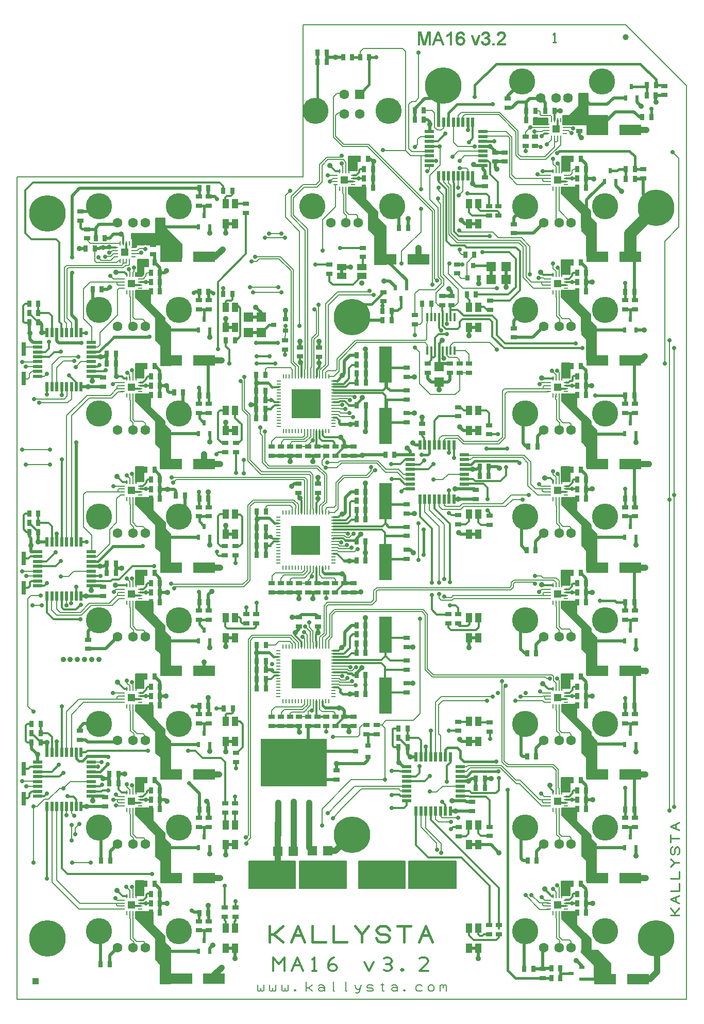
<source format=gbr>
%FSLAX35Y35*%
%MOIN*%
G04 EasyPC Gerber Version 18.0.8 Build 3632 *
%ADD98R,0.01102X0.03150*%
%ADD125R,0.01378X0.05512*%
%ADD112R,0.01969X0.05906*%
%ADD102R,0.02362X0.03543*%
%ADD115R,0.03150X0.03543*%
%ADD104R,0.03150X0.03937*%
%ADD128R,0.03150X0.08661*%
%ADD120R,0.03937X0.03937*%
%ADD126R,0.03937X0.06299*%
%ADD123R,0.04331X0.18110*%
%ADD113R,0.05906X0.06299*%
%ADD109R,0.08268X0.23622*%
%ADD101R,0.04724X0.04724*%
%ADD15R,0.06299X0.06299*%
%ADD100R,0.18504X0.18504*%
%ADD26C,0.00100*%
%ADD118C,0.00500*%
%ADD73C,0.00787*%
%ADD72C,0.00827*%
%ADD121C,0.00984*%
%ADD12C,0.01181*%
%ADD122C,0.01575*%
%ADD119C,0.01969*%
%ADD14C,0.02756*%
%ADD13C,0.03150*%
%ADD129C,0.03543*%
%ADD25C,0.03937*%
%ADD16C,0.06299*%
%ADD130C,0.07874*%
%ADD18C,0.11811*%
%ADD17C,0.16929*%
%ADD23C,0.23622*%
%ADD99R,0.03150X0.01102*%
%ADD111R,0.05906X0.01969*%
%ADD114R,0.03543X0.02362*%
%ADD117R,0.03543X0.03150*%
%ADD106R,0.03937X0.03150*%
%ADD127R,0.06299X0.03937*%
%ADD105R,0.06299X0.05906*%
%ADD103R,0.14173X0.07087*%
%ADD124R,0.42520X0.31102*%
X0Y0D02*
D02*
D12*
X82992Y364252D02*
X85709D01*
X86909Y365453*
Y367913*
X87894Y368898*
X91870*
X82992Y383386D02*
X86142D01*
X87402Y384646*
X91870*
X86516Y400531D02*
X84705D01*
X82874Y402362*
Y411417*
X83858Y412402*
X86378*
X86516Y412539*
Y406535D02*
Y406437D01*
X92421Y400531*
X86516Y541929D02*
Y541831D01*
X92421Y535925*
X86516Y547933D02*
X84055D01*
X82776Y546654*
Y536516*
X83563Y535728*
X86319*
X86516Y535925*
X88051Y264508D02*
X85295D01*
X84350Y265453*
Y275394*
X85335Y276378*
X87913*
X88051Y276516*
X91870Y229724D02*
X96181D01*
X97874Y231417*
X91870Y232874D02*
X88189D01*
X86811Y231496*
Y229528*
X85728Y228445*
X83209*
X82992Y228228*
X91870Y242323D02*
X106024D01*
X108563Y244862*
X91870Y245472D02*
X101280D01*
X105807Y250000*
X105709Y250098*
X91870Y248622D02*
X87303D01*
X86024Y247343*
X83012*
X82992Y247362*
X91870Y365748D02*
X96181D01*
X97874Y367441*
X91870Y378346D02*
X103701D01*
X107028Y381673*
X91870Y381496D02*
X97776D01*
X103780Y387500*
X91870Y513740D02*
X99665D01*
X102756Y516831*
X106791*
X107028Y517067*
X91870Y516890D02*
X97106D01*
X99311Y519094*
Y523524*
X92421Y406535D02*
X98878D01*
X101181Y404232*
Y394232*
X101220Y394193*
Y393996*
X92421Y412539D02*
Y406535D01*
Y541929D02*
X99409D01*
X101181Y540157*
Y529626*
X101220Y529587*
Y529390*
X92421Y547933D02*
Y541929D01*
X93957Y264508D02*
Y264606D01*
X88051Y270512*
X93957D02*
X98681D01*
X101181Y268012*
Y258130*
X101220Y258091*
Y257972*
X93957Y276516D02*
Y270512D01*
X98071Y223130D02*
Y176476D01*
Y359154D02*
Y348307D01*
X102402Y343976*
X119724*
X98071Y494547D02*
Y489488D01*
X103937Y589764D02*
X87992D01*
X84055Y593701*
Y621457*
X88976Y626378*
X209646*
X212106Y623917*
Y621063*
X107520Y223130D02*
Y183130D01*
X111319Y179331*
X165945*
X107520Y257972D02*
Y287874D01*
Y359154D02*
Y351654D01*
X108898Y350276*
X116811*
X119843Y353307*
X107520Y393996D02*
Y447559D01*
Y494547D02*
Y489016D01*
Y529390D02*
X107480Y529429D01*
Y535039*
X106102Y536417*
Y587598*
X103937Y589764*
X116969Y223130D02*
X116929D01*
Y227559*
X115217Y229272*
X111870*
X111319Y229823*
X116969Y359154D02*
Y365000D01*
X117028Y365059*
X116969Y494547D02*
Y497205D01*
X112402Y501772*
X120118Y257972D02*
X123091D01*
X124291Y259173*
X163189*
X120118Y393996D02*
X123780D01*
X123150Y529016D02*
X120492D01*
X126713Y232874D02*
X133228D01*
X133898Y233543*
X137598*
X126713Y236024D02*
X132677D01*
X133583Y236929*
X126713Y368898D02*
X139409D01*
X140157Y369646*
X144685*
X153425Y378386*
X167402*
X126713Y372047D02*
X132520D01*
X126713Y504291D02*
X135118D01*
X135945Y505118*
X126713Y507441D02*
X131063D01*
X131890Y508268*
X142776Y584291D02*
X138740D01*
X138386Y584646*
X147402Y586949D02*
Y591732D01*
X146063Y593071*
X149370Y586949D02*
Y582323D01*
X148386Y581339*
X149646Y165177D02*
X146929D01*
X143406Y168701*
X149646Y232106D02*
X146240D01*
X144390Y233957*
Y237933*
X144173Y238150*
X149646Y299035D02*
X147913D01*
X143504Y303445*
X149646Y365965D02*
X142283D01*
X142205Y366043*
Y366063*
X149646Y432894D02*
X147028D01*
X143406Y436516*
X149646Y499823D02*
X147717D01*
X146594Y500945*
X142874*
X149646Y566752D02*
Y566791D01*
X148169Y568268*
X142520*
X155551Y432894D02*
Y435276D01*
X157126Y436850*
Y440591D02*
Y436850D01*
X158209Y158583D02*
X153583D01*
X152598Y159567*
X158209Y160551D02*
X162008Y160531D01*
X158209Y162520D02*
X160256D01*
X162205Y164469*
Y165945*
X162992Y166732*
X165079*
X165236Y166575*
X158209Y225512D02*
X153583D01*
X152598Y226496*
X158209Y227480D02*
X162008Y227461D01*
X158209Y229449D02*
X159961D01*
X162500Y231988*
Y232874*
X163189Y233563*
X165177*
X165236Y233504*
X158209Y292441D02*
X153583D01*
X152598Y293425*
X158209Y294409D02*
X162008Y294390D01*
X158209Y296378D02*
X159961D01*
X162205Y298622*
Y299508*
X163189Y300492*
X165177*
X165236Y300433*
X158209Y359370D02*
X153583D01*
X152598Y360354*
X158209Y361339D02*
X162008D01*
X158209Y363307D02*
X160236D01*
X162323Y365394*
Y366417*
X163268Y367362*
X165236*
X158209Y426299D02*
X153583D01*
X152598Y427283*
X158209Y428268D02*
X162008Y428248D01*
X158209Y430236D02*
X160039D01*
X162283Y432480*
Y433386*
X163189Y434291*
X165236*
X158209Y493228D02*
X153583D01*
X152598Y494213*
X158209Y495197D02*
X161909Y495177D01*
X158209Y497165D02*
X159961D01*
X162205Y499409*
Y500197*
X163228Y501220*
X165236*
X158209Y560157D02*
X153583D01*
X152598Y561142*
X158209Y562126D02*
X162008D01*
X162067Y562185*
X161811Y440906D02*
X157441D01*
X157126Y440591*
X161909Y495177D02*
X165197Y495197D01*
X165236Y495157*
X162008Y160531D02*
X165197Y160551D01*
X165236Y160512*
X162008Y227461D02*
X165197Y227480D01*
X165236Y227441*
X162008Y294390D02*
X165197Y294409D01*
X165236Y294370*
X162008Y361339D02*
X165197D01*
X165236Y361299*
X162008Y428248D02*
X165197Y428268D01*
X165236Y428228*
Y154449D02*
Y154331D01*
X162421*
X161831Y153740*
X155768*
X155551Y153957*
X165236Y221378D02*
Y221161D01*
X159567*
X159272Y220866*
X155571*
X155551Y220886*
X165236Y288307D02*
X162126D01*
X161516Y287697*
X155669*
X155551Y287815*
X165236Y355236D02*
Y355118D01*
X156043*
X155669Y354744*
X155551*
X165236Y422165D02*
Y422146D01*
X156043*
X155571Y421673*
X155551*
X165236Y489094D02*
X156043D01*
X155551Y488602*
X165236Y556024D02*
X156043D01*
X155551Y555531*
X165236Y562087D02*
X162165D01*
X162067Y562185*
X166654Y586142D02*
Y586732D01*
X171703Y591781*
X171339Y131890D02*
Y138169D01*
X155551Y153957*
X171339Y198819D02*
Y205098D01*
X155551Y220886*
X171339Y265748D02*
X171161D01*
Y272028*
X155551Y287638*
Y287815*
X171339Y332677D02*
Y337126D01*
X155610Y352854*
Y354685*
X155551Y354744*
X171339Y399606D02*
Y405886D01*
X155551Y421673*
X171339Y466535D02*
X171850D01*
Y471654*
X166555Y476949*
Y477598*
X155551Y488602*
X171339Y533465D02*
X171063D01*
Y539744*
X155551Y555256*
Y555531*
X171703Y591781D02*
X171752Y591831D01*
Y599980*
X171339Y600394*
X178346Y511417D02*
X176969D01*
X174606Y513780*
Y530197*
X171339Y533465*
X178346Y578346D02*
Y585138D01*
X171703Y591781*
X189173Y259173D02*
X193858D01*
X198661Y254370*
X210709*
X213465Y251614*
Y225079*
X213346Y224961*
X213307*
X207677Y286535D02*
X212205D01*
X212283Y286457*
X207913Y387835D02*
Y386220D01*
X209055Y385079*
X212756*
X213071Y385394*
X212047Y554252D02*
Y557874D01*
X212087Y557913*
X213071Y391299D02*
X210394D01*
X208740Y392953*
Y410866*
X209843Y411969*
X213543*
X213583Y412008*
X213091Y151890D02*
Y149311D01*
X213583Y148819*
Y144291*
X213091Y171654D02*
Y157795D01*
X213150Y452165D02*
X209055D01*
X207677Y450787*
X213150Y458071D02*
X211181D01*
X208740Y460512*
Y477835*
X210118Y479213*
X213307*
X213583Y478937*
X213307Y219055D02*
Y211496D01*
X213583Y211220*
Y545866D02*
Y549331D01*
X214449Y550197*
X217283*
X217992Y550906*
Y553858*
X217953Y553898*
Y554252*
X215827Y509449D02*
Y518268D01*
X213661Y520433*
Y524488*
X213583Y524567*
X218012Y621063D02*
Y618799D01*
X216929Y617717*
X214370*
X213386Y616732*
Y612992*
X213583Y612795*
X218189Y286457D02*
Y283780D01*
X217362Y282953*
X214173*
X213504Y282283*
Y278228*
X213583Y278150*
X219488Y524567D02*
X220728D01*
X223130Y526969*
Y545000*
X221516Y546614*
X220236*
X219488Y545866*
X219685Y229252D02*
Y225157D01*
X219803Y225039*
Y219134D02*
Y211535D01*
X219488Y211220*
X219882Y151693D02*
Y149213D01*
X219390Y148720*
Y144390*
X219488Y144291*
X219882Y157598D02*
Y161614D01*
X220079Y385354D02*
Y380433D01*
X220039Y380394*
X220079Y391260D02*
X222717D01*
X224449Y392992*
Y410276*
X222992Y411732*
X219764*
X219488Y412008*
X220276Y458150D02*
X221929D01*
X223898Y460118*
Y469961*
X219764Y474094*
Y478189*
X219488Y478465*
Y478937*
X220315Y257638D02*
X221122D01*
X224803Y261319*
Y276181*
X222933Y278051*
X219587*
X219488Y278150*
X220354Y438898D02*
Y451417D01*
X220276Y451496*
Y452244*
X220394Y247874D02*
Y251654D01*
X220315Y251732*
X226772Y606791D02*
Y580276D01*
X208543Y562047*
Y518858*
X226772Y612697D02*
X219587D01*
X219488Y612795*
X227126Y341535D02*
X224173D01*
X223346Y342362*
Y344331*
X222323Y345354*
X219764*
X219488Y345079*
X227126Y351654D02*
Y347441D01*
X233425Y341535D02*
Y339291D01*
X232283Y338150*
X221890*
X221850Y338110*
X214685*
X213268Y339528*
Y344764*
X213583Y345079*
X233504Y354803D02*
Y347520D01*
X233425Y347441*
X233681Y403622D02*
X233760Y403543D01*
X233740Y509567D02*
X245630D01*
X233760Y408780D02*
X233839Y408701D01*
X239291Y485827D02*
Y485669D01*
X242874Y485630*
X239331Y479961D02*
X239291Y479921D01*
X239744Y397559D02*
X239665Y397638D01*
X239823Y391890D02*
X239665Y391732D01*
X242008Y513976D02*
X233622D01*
X242874Y485630D02*
X243858Y485669D01*
X245118Y484409*
X247874*
X243504Y311024D02*
X242717Y311319D01*
X244390Y116585D02*
Y125443D01*
X248081Y121014*
X251772Y125443*
Y116585*
X256201D02*
X259892Y125443D01*
X263583Y116585*
X257677Y120276D02*
X262106D01*
X269488Y116585D02*
X272441D01*
X270965D02*
Y125443D01*
X269488Y123967*
X279823Y118799D02*
X280561Y120276D01*
X282037Y121014*
X283514*
X284990Y120276*
X285728Y118799*
X284990Y117323*
X283514Y116585*
X282037*
X280561Y117323*
X279823Y118799*
Y121014*
X280561Y123228*
X282037Y124705*
X283514Y125443*
X303445Y122490D02*
X306398Y116585D01*
X309350Y122490*
X315994Y117323D02*
X317470Y116585D01*
X318947*
X320423Y117323*
X321161Y118799*
X320423Y120276*
X318947Y121014*
X317470*
X318947D02*
X320423Y121752D01*
X321161Y123228*
X320423Y124705*
X318947Y125443*
X317470*
X315994Y124705*
X327805Y116585D02*
X328543Y117323D01*
X327805Y118061*
X327067Y117323*
X327805Y116585*
X344783D02*
X338878D01*
X344045Y121752*
X344783Y123228*
X344045Y124705*
X342569Y125443*
X340354*
X338878Y124705*
X247756Y394252D02*
X244606D01*
X242244Y391890*
X247756Y396220D02*
X244449D01*
X242677Y397559*
X247756Y406063D02*
Y406024D01*
X245453*
X247795Y307874D02*
X245472D01*
X242913Y305315*
X239744*
X239705Y305354*
X247795Y309843D02*
X244193D01*
X243504Y311024*
X247795Y319685D02*
X244783D01*
X247874Y482441D02*
X245157D01*
X242677Y479961*
X247874Y494252D02*
Y494213D01*
X243681*
X251850Y518504D02*
Y516654D01*
X251890*
Y515079*
X261575Y422283D02*
X260728Y422539D01*
Y425689*
X260787Y425748*
X262106Y510039D02*
X261575Y510827D01*
Y513937*
X262520Y412953D02*
Y420748D01*
X261575Y422283*
X262559Y326575D02*
Y329528D01*
X258563Y333524*
Y335433*
X262638Y501142D02*
X262598D01*
Y509803*
X262106Y510039*
X272362Y377520D02*
Y367913D01*
X272835Y367441*
X272362Y412953D02*
X272343D01*
Y419488*
X273307Y420453*
X273327Y422146*
X272402Y291142D02*
Y281535D01*
X272874Y281063*
X272402Y326575D02*
X272343D01*
Y329823*
X271850Y330315*
Y334055*
X273268Y335472*
X272480Y465709D02*
Y456102D01*
X272953Y455630*
X272559Y505630D02*
Y501142D01*
X272480*
X272874Y281063D02*
X278583D01*
X272953Y455630D02*
X278661D01*
X273327Y422146D02*
X273307Y425630D01*
X273189Y425748*
X274134Y513858D02*
X273976D01*
Y509685*
X274449Y465709D02*
Y460945D01*
X276102Y459291*
X282992*
X284134Y458150*
Y456063*
X284567Y455630*
X276299Y377520D02*
Y374606D01*
X276339Y291142D02*
Y288524D01*
X276378Y288484*
X276417Y465709D02*
Y462953D01*
X277756Y461614*
X288071*
X280709Y567362D02*
Y562480D01*
X282874Y560315*
X296142*
X301772Y565945*
X280709Y573268D02*
X271535D01*
X283189Y386378D02*
X285669D01*
X290157Y381890*
X283189Y402126D02*
X314606D01*
X316496Y400236*
Y397953*
X283189Y404094D02*
X314882D01*
X316831Y406043*
X283189Y406063D02*
X292638D01*
X295079Y408504*
X297835*
X298150Y408819*
X283189Y408031D02*
X291260D01*
X294016Y410787*
Y419488*
X295079Y420551*
X298071*
X298150Y420630*
X283189Y410000D02*
X286299D01*
X289134Y412087*
Y412165*
X283228Y300000D02*
X286417D01*
X287795Y298622*
X283228Y309843D02*
X291929D01*
X292756Y309016*
X283228Y315748D02*
X314272D01*
X316634Y313386*
Y311516*
X283228Y317717D02*
X314370D01*
X317126Y320472*
X283228Y319685D02*
X292618D01*
X295079Y322146*
X297894*
X298189Y322441*
X283228Y321654D02*
X290059D01*
X293898Y325492*
Y332382*
X295768Y334252*
X298189*
X283228Y323622D02*
X286614D01*
X288681Y325689*
X283307Y474567D02*
Y474508D01*
X285236*
X286850Y472894*
X283307Y484409D02*
Y484350D01*
X286811*
X287638Y485177*
X290610*
X293386Y482402*
X283307Y494252D02*
X291220D01*
X293740Y496772*
X298031*
X298268Y497008*
X283307Y496220D02*
X289882D01*
X293386Y499724*
Y506575*
X295315Y508504*
X297953*
X298268Y508819*
X283307Y498189D02*
Y498228D01*
X285669*
X284449Y361535D02*
X290354Y367441D01*
X284488Y275157D02*
X290394Y281063D01*
X287441Y633681D02*
X284744D01*
X281063Y637362*
X287795Y584213D02*
X302165D01*
X290472Y455630D02*
X284567Y449724D01*
X290630Y367717D02*
X290354Y367441D01*
X291043Y394980D02*
X289764Y396260D01*
X283346*
X283307Y396220*
X283189*
X293937Y470354D02*
X294173Y470118D01*
X296004Y627087D02*
X291378D01*
X290394Y628071*
X296004Y629055D02*
X299803Y629035D01*
X296004Y631024D02*
Y630984D01*
X297874*
X300000Y633110*
Y634547*
X300591Y635138*
X302972*
X303031Y635079*
X297874Y381890D02*
X298150Y382165D01*
Y394331D02*
Y394980D01*
Y482402D02*
X298268Y482520D01*
X298189Y322441D02*
Y328346D01*
X299803Y629035D02*
X302992Y629055D01*
X303031Y629016*
X302165Y578307D02*
Y572244D01*
X301772Y571850*
X316496Y397953D02*
Y381496D01*
X316969Y381024*
X316634Y311516D02*
Y295020D01*
X317008Y294646*
X316831Y406043D02*
X316929Y406142D01*
Y420354*
X316969Y420394*
X317087Y469213D02*
Y488425D01*
X315197Y490315*
X283307*
X317087Y508583D02*
Y493661D01*
X315669Y492244*
X283346*
X283307Y492283*
X317126Y320472D02*
Y333898D01*
X317008Y334016*
X325256Y261516D02*
X322343D01*
X321555Y262303*
Y272933*
X322146Y273524*
X325256*
X330551Y296811D02*
X319173D01*
X317008Y294646*
X330551Y311575D02*
X316693D01*
X316634Y311516*
X330551Y317480D02*
X320118D01*
X317126Y320472*
X330551Y332047D02*
X318976D01*
X317008Y334016*
X330610Y226732D02*
Y223799D01*
X328898Y222087*
X320906*
X320866Y222047*
X330610Y229882D02*
X326772D01*
X326063Y230591*
X321043*
X320866Y230413*
X330610Y239331D02*
X342441D01*
X345768Y242657*
X330610Y242480D02*
X336535D01*
X338819Y244764*
Y249016*
X330610Y245630D02*
X326260D01*
X325709Y246181*
X320886*
X320866Y246161*
X331161Y261516D02*
Y261614D01*
X325256Y267520*
X331161Y273524D02*
Y267520D01*
X332972Y428386D02*
Y428445D01*
X328976*
X327264Y426732*
Y426673*
X332972Y431535D02*
X329390D01*
X326280Y434646*
X320965*
X332972Y440984D02*
X344803D01*
X348130Y444311*
X332972Y444134D02*
Y444094D01*
X339311*
X341831Y446614*
Y446654*
X332972Y447283D02*
X329567D01*
X326575Y444291*
X320768*
X336811Y220138D02*
Y198031D01*
X344646Y190197*
X365906*
X384291Y171811*
Y147205*
X384055Y146969*
Y146457*
X339173Y421791D02*
Y410433D01*
X346850Y402756*
Y367815*
X339961Y254980D02*
Y265748D01*
X338189Y267520*
X331161*
X340650Y464370D02*
Y462697D01*
X342126Y461220*
Y456831*
X342323Y456634*
X345177Y649902D02*
X352067D01*
X345177Y653051D02*
X350886D01*
X355807Y657972*
X346260Y220138D02*
Y214488D01*
X390394Y170354*
Y144193*
X390354Y144232*
Y146457*
X346260Y254980D02*
Y271949D01*
X346545Y513287D02*
Y511624D01*
X344331Y509409*
X346545Y517638D02*
Y513287D01*
X346850Y359843D02*
Y350394D01*
X350000Y347244*
X357480*
X357677Y347441*
X348622Y421791D02*
Y415650D01*
X358661Y405610*
Y368012*
X348622Y456634D02*
Y472441D01*
X351476Y475295*
X363976*
X349045Y517638D02*
Y514006D01*
X348327Y513287*
X346545*
X351545Y539291D02*
Y532411D01*
X353051Y530906*
X353740Y547244D02*
Y543425D01*
X354055Y543110*
Y539301*
X354045Y539291*
Y517638D02*
Y513573D01*
X354724Y512894*
X354045Y539291D02*
X353937Y539183D01*
Y533858*
X355906Y531890*
X363681*
X364862Y533071*
Y536417*
X366634Y538189*
X384350*
X386122Y536417*
Y526870*
X393504Y519488*
X444193*
X355709Y220138D02*
Y223976D01*
X353701Y225984*
X356594Y528248D02*
X351280D01*
X349016Y525984*
Y517904*
X349045Y517874*
Y517638*
X356772Y239213D02*
Y249528D01*
X358819Y251575*
Y254941*
X358858Y254980*
X357677Y341535D02*
Y338878D01*
X359350Y337205*
X375591*
X377362Y338976*
Y344685*
X376969Y345079*
X358071Y271949D02*
X363976D01*
X358071Y412598D02*
X358268D01*
X359547Y411319*
X364016*
X358071Y421791D02*
Y427559D01*
X357972Y427362*
X358661Y353150D02*
X362402D01*
X363976Y351575*
Y347539*
X363878Y347441*
X359045Y539291D02*
Y543898D01*
Y546565*
X359724Y547244*
X360827Y630709D02*
Y626280D01*
X361319Y625787*
Y594685*
X364173Y591831*
X384154*
X361220Y456634D02*
Y448327D01*
X363878Y341535D02*
Y340551D01*
X364764Y339665*
X370079*
X371260Y340846*
Y344882*
X371063Y345079*
X363976Y277854D02*
X370768D01*
X371063Y278150*
X363976Y481201D02*
X365551D01*
X367717Y479035*
X370965*
X371063Y478937*
X364016Y405413D02*
X369094D01*
X370965Y407283*
Y411909*
X371063Y412008*
X364173Y203858D02*
X369016D01*
X370709Y205551*
Y210866*
X371063Y211220*
X364173Y209764D02*
X360748D01*
X359370Y208386*
X365453Y229882D02*
X370709D01*
X371260Y229331*
X382008*
X384173Y227165*
Y210335*
X384154Y210315*
Y209843*
X365453Y233031D02*
X371201D01*
X372638Y231594*
X388287*
X390157Y233465*
Y241437*
X369528Y553937D02*
Y552126D01*
X371358Y550295*
Y546161*
X371063Y545866*
X373425Y665551D02*
Y655020D01*
X370965Y652559*
X376969Y144291D02*
Y140433D01*
X378031Y139370*
X379646*
X380787Y140512*
X384016*
X384055Y140551*
X376969Y612795D02*
Y609350D01*
X378346Y607972*
X389272*
X390157Y607087*
Y605118*
X390059Y605020*
X379724Y581496D02*
X396850D01*
X401280Y577067*
Y558858*
X396358Y553937*
X375433*
X380020Y640453D02*
X383169D01*
X384646Y638976*
Y631791*
X389764Y626673*
X382382Y619094D02*
X370157D01*
X369961Y619291*
X382874Y421850D02*
Y428937D01*
X380217Y431594*
X367874*
X367815Y431535*
X383957Y605020D02*
X373130D01*
X370965Y607185*
Y612697*
X371063Y612795*
X383957Y610925D02*
Y617520D01*
X382382Y619094*
X384055Y469567D02*
Y477264D01*
X382382Y478937*
X376969*
X384154Y203937D02*
X378583D01*
X376890Y205630*
Y211142*
X376969Y211220*
X384154Y405217D02*
X378543D01*
X377067Y406693*
Y411909*
X376969Y412008*
X384154Y411122D02*
Y413189D01*
X382874Y414469*
X384252Y277362D02*
X377756D01*
X376969Y278150*
X384646Y266634D02*
Y271063D01*
X384252Y271457*
X384744Y544193D02*
X382579D01*
X380709Y546063*
X377165*
X376969Y545866*
X384744Y550098D02*
X397244D01*
X404035Y556890*
Y581988*
X401476Y584547*
X369291*
X368209Y585630*
X359252*
X356201Y588681*
Y622244*
X351378Y627067*
Y630709*
X389764Y463583D02*
X384134D01*
X384055Y463661*
X389764Y626673D02*
Y611220D01*
X390354Y140551D02*
Y138543D01*
X388622Y136811*
X373976*
X371063Y139724*
Y144291*
X394980Y442421D02*
Y437106D01*
X391437Y433563*
X374902*
X373780Y434685*
X367815*
X421634Y658150D02*
X419665D01*
X417815Y656299*
X425236Y165177D02*
X424390D01*
X419882Y169685*
X425236Y232106D02*
Y233228D01*
X423327Y235138*
Y236909*
X425236Y299035D02*
X422224D01*
X418799Y302461*
X425236Y365965D02*
X418169D01*
X417835Y366299*
X425236Y432894D02*
Y433819D01*
X423622Y435433*
X420276*
X420177Y435335*
X419882*
X425236Y499823D02*
X418248D01*
X417835Y500236*
X425236Y566752D02*
X418996D01*
X417480Y568268*
X425236Y633681D02*
X418622D01*
X418602Y633661*
X426260Y666713D02*
Y672598D01*
X426339Y672677*
X428228Y666713D02*
X428189D01*
Y662323*
X427244Y661378*
Y661102*
X433799Y158583D02*
X429173D01*
X428189Y159567*
X433799Y160551D02*
X437500Y160531D01*
X433799Y162520D02*
Y162598D01*
X435827*
X437894Y164665*
Y166043*
X438583Y166732*
X440669*
X440827Y166575*
X433799Y225512D02*
X429173D01*
X428189Y226496*
X433799Y227480D02*
X437598Y227461D01*
X433799Y229449D02*
X435846D01*
X437992Y231594*
Y232677*
X438780Y233465*
X440787*
X440827Y233504*
X433799Y292441D02*
X429173D01*
X428189Y293425*
X433799Y294409D02*
X437598Y294390D01*
X433799Y296378D02*
X435846D01*
X437992Y298524*
Y299803*
X438583Y300394*
X440787*
X440827Y300433*
X433799Y359370D02*
X429173D01*
X428189Y360354*
X433799Y361339D02*
X437598Y361319D01*
X433799Y363307D02*
X435551D01*
X437795Y365551*
Y366831*
X438189Y367224*
X440689*
X440827Y367362*
X433799Y426299D02*
X429173D01*
X428189Y427283*
X433799Y428268D02*
X437677Y428307D01*
X433799Y430236D02*
X435709D01*
X438031Y432559*
Y433622*
X438740Y434331*
X440787*
X440827Y434291*
X433799Y493228D02*
X429173D01*
X428189Y494213*
X433799Y495197D02*
X437500Y495177D01*
X433799Y497165D02*
X435256D01*
X436220Y498130*
X437598*
X437992Y498524*
Y500787*
X438484Y501280*
X440571*
X440630Y501220*
X440827*
X433799Y560157D02*
X429173D01*
X428189Y561142*
X433799Y562126D02*
X437598Y562106D01*
X433799Y564094D02*
X435650D01*
X437795Y566240*
Y567421*
X438484Y568110*
X440787*
X440827Y568150*
X433799Y627087D02*
X429173D01*
X428189Y628071*
X437500Y160531D02*
X440787Y160551D01*
X440827Y160512*
X437500Y495177D02*
X440787Y495197D01*
X440827Y495157*
X437598Y227461D02*
X440787Y227480D01*
X440827Y227441*
X437598Y294390D02*
X440787Y294409D01*
X440827Y294370*
X437598Y361319D02*
X440787Y361339D01*
X440827Y361299*
X437598Y562106D02*
X440787Y562126D01*
X440827Y562087*
X437598Y629035D02*
X433839D01*
X433819Y629055*
X433799*
X437677Y428307D02*
X440787Y428268D01*
X440827Y428228*
X439961Y522441D02*
X394390D01*
X388976Y527854*
Y537402*
X386122Y540256*
X367520*
X363780Y543996*
X359045*
Y543898*
X440827Y629016D02*
Y629035D01*
X437598*
D02*
D13*
X134370Y584567D03*
X138386Y584646D03*
X138583Y558661D03*
X157087Y302913D03*
Y306654D03*
X157126Y169094D03*
Y172835D03*
Y236024D03*
Y239764D03*
Y369882D03*
Y373622D03*
Y436850D03*
Y440591D03*
X157480Y504173D03*
Y507913D03*
X258386Y388150D03*
Y392874D03*
Y397598D03*
Y402323D03*
X258425Y301772D03*
Y306496D03*
Y311220D03*
Y315945D03*
X258504Y476339D03*
Y481063D03*
Y485787D03*
Y490512D03*
X263110Y388150D03*
Y392874D03*
Y397598D03*
Y402323D03*
X263150Y301772D03*
Y306496D03*
Y311220D03*
Y315945D03*
X263228Y476339D03*
Y481063D03*
Y485787D03*
Y490512D03*
X267835Y388150D03*
Y392874D03*
Y397598D03*
Y402323D03*
X267874Y301772D03*
Y306496D03*
Y311220D03*
Y315945D03*
X267953Y476339D03*
Y481063D03*
Y485787D03*
Y490512D03*
X272559Y388150D03*
Y392874D03*
Y397598D03*
Y402323D03*
X272598Y301772D03*
Y306496D03*
Y311220D03*
Y315945D03*
X272677Y476339D03*
Y481063D03*
Y485787D03*
Y490512D03*
X295276Y637894D03*
Y641929D03*
X354724Y512894D03*
X384744Y649902D03*
X432677Y169055D03*
Y172795D03*
Y235984D03*
Y239724D03*
Y302913D03*
Y306654D03*
Y369843D03*
Y373583D03*
Y436772D03*
Y440512D03*
X432717Y503780D03*
Y507520D03*
D02*
D14*
X82087Y239272D03*
Y375197D03*
Y453878D03*
Y510531D03*
X84449Y443947D03*
Y507480D03*
X84547Y236024D03*
Y372047D03*
X88681Y353051D03*
X89213Y186811D03*
Y222992D03*
Y284370D03*
X89724Y486535D03*
X92913Y484055D03*
X94134Y359252D03*
X94587Y353051D03*
X97874Y231417D03*
Y367441D03*
Y502835D03*
X98071Y176476D03*
Y489488D03*
X99311Y523524D03*
X99941Y443947D03*
X99980Y453898D03*
X103780Y387500D03*
X104291Y399508D03*
X104331Y264961D03*
X105709Y250098D03*
X107028Y371673D03*
Y381673D03*
Y517067D03*
X107520Y287874D03*
Y447559D03*
Y489016D03*
X108563Y234862D03*
Y244862D03*
X110630Y217421D03*
Y353051D03*
X111319Y229823D03*
X112402Y501772D03*
X113780Y354429D03*
X113976Y201181D03*
Y211122D03*
X114173Y567913D03*
Y577953D03*
X114291Y186811D03*
X115591Y510984D03*
X115650Y217126D03*
X116437Y204921D03*
X116496Y507047D03*
X117028Y365059D03*
Y458366D03*
X118406Y513780D03*
X118996Y211614D03*
X119724Y343976D03*
X119843Y353307D03*
X120197Y522677D03*
X123150Y529016D03*
X123780Y393996D03*
X126181Y186811D03*
X131102Y248622D03*
X131299Y577953D03*
X131890Y508268D03*
X132520Y372047D03*
X133465Y251673D03*
X133583Y236929D03*
X135787Y578543D03*
X135945Y505118D03*
X137205Y250394D03*
X137500Y255217D03*
X137598Y233543D03*
X138425Y581102D03*
X138976Y565945D03*
X140748Y296378D03*
X140787Y496024D03*
X140846Y227362D03*
X141024Y430236D03*
X141299Y361890D03*
X142244Y163701D03*
X142520Y223622D03*
X142559Y230709D03*
X148386Y581339D03*
X149409Y171063D03*
X149606Y237323D03*
Y370374D03*
Y437165D03*
X149705Y304331D03*
X150000Y503543D03*
X150984Y570276D03*
X152598Y159567D03*
Y226496D03*
Y293425D03*
Y360354D03*
Y427283D03*
Y494213D03*
Y561142D03*
X152854Y438189D03*
X152953Y171063D03*
Y236614D03*
Y303248D03*
Y370472D03*
X153051Y504921D03*
X154331Y571260D03*
X158465Y570748D03*
Y574646D03*
X158819Y581024D03*
X159941Y391339D03*
X161654Y583504D03*
X161909Y495177D03*
X162008Y160531D03*
Y227461D03*
Y294390D03*
Y361339D03*
Y428248D03*
X162067Y562185D03*
X163189Y259173D03*
X164276Y526776D03*
X165945Y179331D03*
X167402Y378386D03*
X178307Y367008D03*
X178661Y435748D03*
X179724Y432559D03*
X180413Y364173D03*
X189173Y259173D03*
X189862Y238110D03*
X191732Y155807D03*
X192323Y287894D03*
X192913Y555020D03*
X196358Y426575D03*
X196457Y361909D03*
Y493799D03*
X205787Y554606D03*
X207677Y286535D03*
Y450787D03*
X207913Y387835D03*
X208071Y615748D03*
X208543Y518858D03*
X212087Y557913D03*
X213091Y171654D03*
X215827Y509449D03*
X219685Y229252D03*
X219882Y161614D03*
X220039Y380394D03*
X220354Y438898D03*
X220394Y247874D03*
X223307Y498110D03*
X225276Y438543D03*
Y447008D03*
X225787Y500591D03*
X226496Y202953D03*
X226850Y199055D03*
X227126Y351654D03*
X229331Y558701D03*
X230394Y575354D03*
X231457Y555512D03*
X232520Y578543D03*
X233157Y522878D03*
X233504Y354803D03*
X233622Y513976D03*
X233740Y509567D03*
X236063Y467992D03*
X238898Y465512D03*
Y590591D03*
X241732Y593425D03*
X242008Y513976D03*
X242677Y397559D03*
X242874Y485630D03*
X243504Y311024D03*
Y314921D03*
X245630Y509567D03*
X247244Y522878D03*
X247756Y558701D03*
X249528Y555512D03*
Y593425D03*
X251890Y515079D03*
X252008Y590591D03*
X252362Y533661D03*
X255197Y621220D03*
X261378Y533819D03*
X263346Y332638D03*
X264409Y335827D03*
X265118Y339370D03*
X267598Y342205D03*
X269173Y285197D03*
X269449Y371654D03*
X269882Y459606D03*
X271142Y544528D03*
X271535Y573268D03*
X273622Y547480D03*
X275984Y210787D03*
X276280Y582264D03*
X278150Y441929D03*
X278543Y271555D03*
Y357677D03*
X279232Y445276D03*
X279528Y631024D03*
X279764Y218898D03*
X281004Y627067D03*
X282874Y215551D03*
X282953Y267953D03*
X287795Y584213D03*
X288386Y393701D03*
X288583Y638780D03*
Y643740D03*
X288976Y482579D03*
X289094Y307283D03*
X290394Y628071D03*
X291142Y480020D03*
X292047Y392205D03*
X292421Y306102D03*
X292598Y399488D03*
X293504Y477461D03*
X293819Y485709D03*
X294390Y313189D03*
X295079Y390354D03*
X295374Y304134D03*
X296063Y474705D03*
X296260Y399508D03*
X296850Y487598D03*
X297717Y301457D03*
X297835Y313091D03*
X298819Y389370D03*
X299803Y629035D03*
X304134Y301870D03*
X306575Y556575D03*
X307638Y442559D03*
X309409Y553740D03*
X310433Y440453D03*
X310965Y707402D03*
X315059Y546654D03*
X315157Y647343D03*
X316654Y240394D03*
X320768Y444291D03*
X320866Y222047D03*
Y230413D03*
Y246161D03*
X320965Y434646D03*
X327264Y426673D03*
X327461Y574213D03*
X335984Y649409D03*
X336024Y527657D03*
X336122Y519587D03*
X338150Y382559D03*
Y406220D03*
X338465Y710335D03*
X338819Y249016D03*
X339409Y344449D03*
X339961Y609547D03*
Y621949D03*
X340453Y450295D03*
X341693Y385728D03*
Y402165D03*
X341831Y446654D03*
X343012Y261614D03*
X344134Y633819D03*
X345768Y232657D03*
Y242657D03*
X346260Y271949D03*
X346850Y359843D03*
Y367815D03*
X347323Y560472D03*
X348130Y434311D03*
Y444311D03*
X349803Y640551D03*
X350157Y195118D03*
Y562953D03*
X350866Y616043D03*
X351280Y623228D03*
X351654Y360276D03*
Y367717D03*
X352067Y649902D03*
X352992Y193031D03*
X353051Y530906D03*
X353701Y225984D03*
X354843Y358858D03*
Y370197D03*
X355807Y657972D03*
X356594Y528248D03*
Y534941D03*
X356772Y239213D03*
X357972Y427362D03*
X358071Y271949D03*
Y412598D03*
X358120Y451870D03*
X358169Y574114D03*
X358661Y353150D03*
Y368012D03*
X359370Y208386D03*
Y213091D03*
X360335Y643228D03*
X361220Y448327D03*
X363976Y215650D03*
Y623228D03*
X364331Y617913D03*
X364685Y595354D03*
X364862Y582972D03*
X364961Y635630D03*
X365059Y640551D03*
X366732Y573524D03*
X369961Y619291D03*
X370276Y660335D03*
X370965Y652559D03*
X374508Y649803D03*
X374606Y681654D03*
X379724Y581496D03*
X382234Y454281D03*
X382756Y291535D03*
X382874Y414469D03*
Y421850D03*
X384154Y591831D03*
X384646Y266634D03*
X386299Y294016D03*
Y677047D03*
X387205Y653051D03*
X388583Y251969D03*
X388976Y518406D03*
Y558169D03*
X389488Y296496D03*
X389764Y463583D03*
X390059Y245669D03*
X390157Y241437D03*
X392323Y303937D03*
X394803Y301102D03*
X394980Y442421D03*
X395571Y454281D03*
X395965Y233760D03*
X400827Y291535D03*
X403593Y444980D03*
X404370Y294016D03*
X405787Y421575D03*
X407559Y165748D03*
Y296496D03*
X407579Y646752D03*
X409685Y424409D03*
X410472Y566929D03*
X410748Y662165D03*
X411457Y165748D03*
X413425Y659488D03*
X413563Y372047D03*
X413583Y367008D03*
X415394Y631811D03*
X416142Y564606D03*
X416339Y361811D03*
X416417Y431575D03*
X416575Y495945D03*
X417087Y297559D03*
X417244Y649528D03*
X417618Y666043D03*
X417638Y231417D03*
X417815Y656299D03*
X418110Y164528D03*
X418602Y633661D03*
X421220Y651063D03*
X423150Y305709D03*
X424567Y504843D03*
X425276Y169646D03*
Y439646D03*
Y641614D03*
X425394Y573917D03*
X427244Y661102D03*
X427953Y645276D03*
X428110Y172126D03*
Y305709D03*
Y504843D03*
X428189Y159567D03*
Y226496D03*
Y293425D03*
Y360354D03*
Y427283D03*
Y494213D03*
Y561142D03*
Y628071D03*
X428307Y571457D03*
X428465Y438228D03*
Y638780D03*
X432480Y574705D03*
X432579Y571358D03*
Y641535D03*
X432677Y638189D03*
X437323Y658268D03*
X437500Y160531D03*
Y495177D03*
X437598Y227461D03*
Y294390D03*
Y361319D03*
Y562106D03*
Y629035D03*
X437677Y428307D03*
X438386Y661457D03*
X439961Y522441D03*
X444193Y519488D03*
X452510Y488730D03*
X455807Y356004D03*
X471949Y235236D03*
X472047Y293012D03*
Y561535D03*
X472146Y428445D03*
X488976Y673957D03*
X497559Y509449D03*
X500748Y220315D03*
Y421575D03*
Y524331D03*
X502520Y646220D03*
X503583Y222795D03*
Y424409D03*
Y519370D03*
D02*
D15*
X171339Y131890D03*
Y198819D03*
Y265748D03*
Y332677D03*
Y399606D03*
Y466535D03*
Y533465D03*
Y600394D03*
X300197Y683465D03*
X309134Y600394D03*
X444961Y681102D03*
X446929Y131890D03*
Y198819D03*
Y265748D03*
Y332677D03*
Y399606D03*
Y466535D03*
Y533465D03*
Y600394D03*
D02*
D16*
X143780Y131890D03*
Y198819D03*
Y265748D03*
Y332677D03*
Y399606D03*
Y466535D03*
Y533465D03*
Y600394D03*
X153622Y131890D03*
Y198819D03*
Y265748D03*
Y332677D03*
Y399606D03*
Y466535D03*
Y533465D03*
Y600394D03*
X161496Y131890D03*
Y198819D03*
Y265748D03*
Y332677D03*
Y399606D03*
Y466535D03*
Y533465D03*
Y600394D03*
X281575D03*
X290354Y670866D03*
Y683465D03*
X291417Y600394D03*
X299291D03*
X300197Y670866D03*
X417402Y681102D03*
X419370Y131890D03*
Y198819D03*
Y265748D03*
Y332677D03*
Y399606D03*
Y466535D03*
Y533465D03*
Y600394D03*
X427244Y681102D03*
X429213Y131890D03*
Y198819D03*
Y265748D03*
Y332677D03*
Y399606D03*
Y466535D03*
Y533465D03*
Y600394D03*
X435118Y681102D03*
X437087Y131890D03*
Y198819D03*
Y265748D03*
Y332677D03*
Y399606D03*
Y466535D03*
Y533465D03*
Y600394D03*
D02*
D17*
X131693Y142559D03*
Y209488D03*
Y276417D03*
Y343346D03*
Y410276D03*
Y477205D03*
Y544134D03*
Y611063D03*
X183425Y142559D03*
Y209488D03*
Y276417D03*
Y343346D03*
Y410276D03*
Y477205D03*
Y544134D03*
Y611063D03*
X269488D03*
X271575Y672835D03*
X318976D03*
X321220Y611063D03*
X405315Y691772D03*
X407283Y142559D03*
Y209488D03*
Y276417D03*
Y343346D03*
Y410276D03*
Y477205D03*
Y544134D03*
Y611063D03*
X457047Y691772D03*
X459016Y142559D03*
Y209488D03*
Y276417D03*
Y343346D03*
Y410276D03*
Y477205D03*
Y544134D03*
Y611063D03*
D02*
D18*
X236654Y181102D03*
X252244D03*
X267835D03*
X283425D03*
X307520D03*
X323110D03*
X338701D03*
X354291D03*
D02*
D23*
X98425Y137795D03*
Y606299D03*
X295276Y204724D03*
Y539370D03*
X354331Y688976D03*
X492126Y137795D03*
Y610236D03*
D02*
D25*
X199606Y176772D02*
X210039D01*
X199606Y243701D02*
X209252D01*
X199606Y377559D02*
X210039D01*
Y377461*
X199606Y444488D02*
X209843D01*
X199606D02*
Y450689D01*
X199508Y450787*
Y450689*
X199606Y511417D02*
X210748D01*
X210906Y511575*
X199606Y578346D02*
X206811D01*
X211614Y583150*
X206102Y111732D02*
Y113976D01*
X210827Y118701*
X247441Y193937D02*
Y212461D01*
X247638Y212657*
X247441Y193937D02*
Y185906D01*
X252244Y181102*
X247638Y212657D02*
Y225295D01*
X257638Y212657D02*
Y225925D01*
X257579Y225984*
X257638Y212657D02*
X257677Y199705D01*
X257638Y194291*
X257283Y193937*
X267520Y199902D02*
X267638Y196378D01*
X269764Y194252*
X267638Y212657D02*
Y225276D01*
X267618Y225295*
X267638Y212657D02*
X267520Y199902D01*
X279606Y194252D02*
X284803D01*
X295276Y204724*
X338386Y576811D02*
Y584173D01*
X338425Y584213*
X472441Y720472D03*
X475197Y176772D02*
X485118D01*
X485157Y176732*
X475197Y243701D02*
X484843D01*
X475197Y310630D02*
X485236D01*
X485335Y310531*
X475197Y377559D02*
X485138D01*
X475197Y444488D02*
X487205D01*
Y444390*
X475197Y511417D02*
X482165D01*
X484803Y514055*
X475197Y582382D02*
Y578346D01*
Y660551D02*
X485610D01*
X485630Y660531*
X480197Y111575D02*
X487953D01*
X492520Y116142*
Y135925*
X492126Y136319*
Y137795*
D02*
D26*
X337854Y715295D02*
Y724114D01*
X339783*
X341575Y717913*
X341713Y717087*
X341988Y716535*
X342126Y717224*
X342264Y718051*
X344055Y724114*
X345984*
Y715295*
X344882*
Y723012*
X342677Y715295*
X341161*
X338957Y723012*
Y715295*
X337854*
X346949D02*
X350394Y724114D01*
X351358*
X354803Y715295*
X353701*
X352736Y718051*
X349016*
X348051Y715295*
X346949*
X349429Y719154D02*
X352323D01*
X351496Y721358*
X351083Y722323*
X350945Y723012*
X350394Y721496*
X349429Y719154*
X359764Y715295D02*
X358661D01*
Y722185*
X357559Y721358*
X356457Y720807*
Y721909*
X358110Y722874*
X358661Y723563*
X359075Y724114*
X359764*
Y715295*
X368031Y721772D02*
X366929Y721634D01*
X366791Y722185*
X366516Y722598*
X365965Y722874*
X365413Y723012*
X364449Y722736*
X364035Y722323*
X363622Y721772*
X363484Y720945*
X363346Y719705*
X363760Y720256*
X364311Y720669*
X364862Y720807*
X365551Y720945*
X366516Y720669*
X367343Y720118*
X368031Y719291*
X368169Y718189*
X368031Y717362*
X367756Y716535*
X367343Y715984*
X366791Y715571*
X366102Y715295*
X365413Y715157*
X364173Y715433*
X363071Y716122*
X362795Y716673*
X362520Y717500*
X362244Y718327*
Y719429*
Y720531*
X362520Y721634*
X362795Y722461*
X363209Y723150*
X364173Y723839*
X365413Y724114*
X366378Y723976*
X367205Y723425*
X367756Y722736*
X368031Y721772*
X363346Y718189D02*
X363622Y717224D01*
X364311Y716535*
X365276Y716260*
X365965Y716398*
X366516Y716673*
X366929Y717362*
X367067Y718051*
X366929Y718740*
X366516Y719429*
X365965Y719705*
X365276Y719843*
X364449Y719705*
X363898Y719429*
X363484Y718878*
X363346Y718189*
X374508Y715295D02*
X372165Y721772D01*
X373268*
X374646Y717913*
X375197Y716535*
X375472Y717776*
X376988Y721772*
X378091*
X375886Y715295*
X374508*
X378780Y717638D02*
X379882Y717776D01*
X380157Y717087*
X380433Y716535*
X380984Y716398*
X381673Y716260*
X382362Y716398*
X382913Y716673*
X383327Y717224*
X383465Y717913*
X383327Y718602*
X382913Y719154*
X382362Y719429*
X381673Y719567*
X380984Y719429*
X381122Y720531*
X381260*
X381949*
X382500Y720807*
X382913Y721220*
X383051Y721772*
X382913Y722323*
X382638Y722598*
X382224Y722874*
X381673Y723012*
X380984Y722874*
X380571Y722598*
X380157Y722185*
X380020Y721634*
X378917Y721772*
X379193Y722736*
X379882Y723425*
X380571Y723976*
X381535Y724114*
X382224Y723976*
X382913Y723839*
X383465Y723425*
X383878Y723012*
X384016Y722461*
X384154Y721909*
Y721358*
X383878Y720807*
X383465Y720394*
X382913Y720118*
X383602Y719843*
X384154Y719429*
X384429Y718740*
X384567Y717913*
X384429Y716811*
X383740Y715984*
X382776Y715295*
X381535Y715157*
X380571Y715295*
X379606Y715846*
X379055Y716673*
X378780Y717638*
X386083Y715295D02*
Y716398D01*
X387185*
Y715295*
X386083*
X394626Y716398D02*
Y715295D01*
X388839*
X388976Y715984*
X389665Y717224*
X390217Y717776*
X391043Y718465*
X392146Y719567*
X392972Y720394*
X393248Y720945*
X393386Y721634*
X393248Y722185*
X392972Y722598*
X392421Y722874*
X391732Y723012*
X391043Y722874*
X390492Y722598*
X390217Y722047*
X390079Y721496*
X388976Y721634*
X389252Y722736*
X389803Y723425*
X390630Y723976*
X391732Y724114*
X392972Y723976*
X393799Y723425*
X394350Y722598*
X394488Y721634*
X394350Y720531*
X394075Y720118*
X393661Y719567*
X392972Y718878*
X392008Y718051*
X391319Y717362*
X390768Y716949*
X390354Y716398*
X394626*
X365389Y715163D02*
X365441D01*
X381497D02*
X381585D01*
X364967Y715257D02*
X365909D01*
X380841D02*
X382428D01*
X337854Y715350D02*
X338957D01*
X341146D02*
X342693D01*
X344882D02*
X345984D01*
X346970D02*
X348070D01*
X353681D02*
X354781D01*
X358661D02*
X359764D01*
X364545D02*
X366240D01*
X374488D02*
X375905D01*
X380474D02*
X382853D01*
X386083D02*
X387185D01*
X388850D02*
X394626D01*
X337854Y715444D02*
X338957D01*
X341119D02*
X342720D01*
X344882D02*
X345984D01*
X347007D02*
X348103D01*
X353649D02*
X354745D01*
X358661D02*
X359764D01*
X364156D02*
X366474D01*
X374454D02*
X375937D01*
X380310D02*
X382984D01*
X386083D02*
X387185D01*
X388869D02*
X394626D01*
X337854Y715538D02*
X338957D01*
X341092D02*
X342746D01*
X344882D02*
X345984D01*
X347044D02*
X348136D01*
X353616D02*
X354708D01*
X358661D02*
X359764D01*
X364006D02*
X366709D01*
X374420D02*
X375969D01*
X380146D02*
X383115D01*
X386083D02*
X387185D01*
X388887D02*
X394626D01*
X337854Y715631D02*
X338957D01*
X341065D02*
X342773D01*
X344882D02*
X345984D01*
X347080D02*
X348169D01*
X353583D02*
X354672D01*
X358661D02*
X359764D01*
X363856D02*
X366872D01*
X374386D02*
X376000D01*
X379982D02*
X383246D01*
X386083D02*
X387185D01*
X388906D02*
X394626D01*
X337854Y715725D02*
X338957D01*
X341039D02*
X342800D01*
X344882D02*
X345984D01*
X347117D02*
X348202D01*
X353550D02*
X354635D01*
X358661D02*
X359764D01*
X363706D02*
X366997D01*
X374352D02*
X376032D01*
X379819D02*
X383378D01*
X386083D02*
X387185D01*
X388924D02*
X394626D01*
X337854Y715819D02*
X338957D01*
X341012D02*
X342827D01*
X344882D02*
X345984D01*
X347154D02*
X348235D01*
X353518D02*
X354598D01*
X358661D02*
X359764D01*
X363556D02*
X367122D01*
X374319D02*
X376064D01*
X379654D02*
X383509D01*
X386083D02*
X387185D01*
X388943D02*
X394626D01*
X337854Y715913D02*
X338957D01*
X340985D02*
X342854D01*
X344882D02*
X345984D01*
X347190D02*
X348267D01*
X353485D02*
X354562D01*
X358661D02*
X359764D01*
X363406D02*
X367247D01*
X374285D02*
X376096D01*
X379562D02*
X383640D01*
X386083D02*
X387185D01*
X388962D02*
X394626D01*
X337854Y716006D02*
X338957D01*
X340958D02*
X342880D01*
X344882D02*
X345984D01*
X347226D02*
X348300D01*
X353452D02*
X354526D01*
X358661D02*
X359764D01*
X363256D02*
X367359D01*
X374251D02*
X376128D01*
X379500D02*
X383759D01*
X386083D02*
X387185D01*
X388989D02*
X394626D01*
X337854Y716100D02*
X338957D01*
X340931D02*
X342907D01*
X344882D02*
X345984D01*
X347263D02*
X348333D01*
X353419D02*
X354489D01*
X358661D02*
X359764D01*
X363106D02*
X367429D01*
X374217D02*
X376160D01*
X379437D02*
X383837D01*
X386083D02*
X387185D01*
X389041D02*
X394626D01*
X337854Y716194D02*
X338957D01*
X340905D02*
X342934D01*
X344882D02*
X345984D01*
X347300D02*
X348366D01*
X353386D02*
X354452D01*
X358661D02*
X359764D01*
X363035D02*
X367500D01*
X374183D02*
X376192D01*
X379375D02*
X383915D01*
X386083D02*
X387185D01*
X389093D02*
X394626D01*
X337854Y716287D02*
X338957D01*
X340878D02*
X342961D01*
X344882D02*
X345984D01*
X347336D02*
X348398D01*
X353354D02*
X354416D01*
X358661D02*
X359764D01*
X362988D02*
X365179D01*
X365413D02*
X367570D01*
X374149D02*
X376224D01*
X379312D02*
X381535D01*
X381811D02*
X383993D01*
X386083D02*
X387185D01*
X389145D02*
X394626D01*
X337854Y716381D02*
X338957D01*
X340851D02*
X342987D01*
X344882D02*
X345984D01*
X347373D02*
X348431D01*
X353321D02*
X354379D01*
X358661D02*
X359764D01*
X362941D02*
X364851D01*
X365882D02*
X367640D01*
X374115D02*
X376256D01*
X379250D02*
X381067D01*
X382280D02*
X384071D01*
X386083D02*
X387185D01*
X389197D02*
X394626D01*
X337854Y716475D02*
X338957D01*
X340824D02*
X343014D01*
X344882D02*
X345984D01*
X347409D02*
X348464D01*
X353288D02*
X354343D01*
X358661D02*
X359764D01*
X362894D02*
X364523D01*
X366119D02*
X367710D01*
X374081D02*
X376287D01*
X379187D02*
X380676D01*
X382517D02*
X384149D01*
X389249D02*
X390412D01*
X337854Y716569D02*
X338957D01*
X340798D02*
X341972D01*
X341995D02*
X343041D01*
X344882D02*
X345984D01*
X347446D02*
X348497D01*
X353255D02*
X354306D01*
X358661D02*
X359764D01*
X362848D02*
X364278D01*
X366306D02*
X367767D01*
X374047D02*
X375183D01*
X375204D02*
X376319D01*
X379125D02*
X380417D01*
X382704D02*
X384227D01*
X389301D02*
X390482D01*
X337854Y716662D02*
X338957D01*
X340771D02*
X341925D01*
X342013D02*
X343068D01*
X344882D02*
X345984D01*
X347483D02*
X348530D01*
X353222D02*
X354269D01*
X358661D02*
X359764D01*
X362801D02*
X364184D01*
X366494D02*
X367798D01*
X374013D02*
X375146D01*
X375225D02*
X376351D01*
X379063D02*
X380370D01*
X382891D02*
X384305D01*
X389353D02*
X390553D01*
X337854Y716756D02*
X338957D01*
X340744D02*
X341878D01*
X342032D02*
X343094D01*
X344882D02*
X345984D01*
X347519D02*
X348562D01*
X353189D02*
X354233D01*
X358661D02*
X359764D01*
X362768D02*
X364091D01*
X366565D02*
X367830D01*
X373980D02*
X375109D01*
X375246D02*
X376383D01*
X379031D02*
X380323D01*
X382976D02*
X384383D01*
X389405D02*
X390623D01*
X337854Y716850D02*
X338957D01*
X340717D02*
X341831D01*
X342051D02*
X343121D01*
X344882D02*
X345984D01*
X347556D02*
X348595D01*
X353157D02*
X354196D01*
X358661D02*
X359764D01*
X362737D02*
X363997D01*
X366622D02*
X367861D01*
X373946D02*
X375071D01*
X375267D02*
X376415D01*
X379005D02*
X380276D01*
X383046D02*
X384434D01*
X389457D02*
X390693D01*
X337854Y716943D02*
X338957D01*
X340691D02*
X341784D01*
X342070D02*
X343148D01*
X344882D02*
X345984D01*
X347593D02*
X348628D01*
X353124D02*
X354159D01*
X358661D02*
X359764D01*
X362705D02*
X363903D01*
X366678D02*
X367892D01*
X373912D02*
X375034D01*
X375287D02*
X376447D01*
X378978D02*
X380229D01*
X383116D02*
X384446D01*
X389509D02*
X390763D01*
X337854Y717037D02*
X338957D01*
X340664D02*
X341737D01*
X342089D02*
X343175D01*
X344882D02*
X345984D01*
X347629D02*
X348661D01*
X353091D02*
X354123D01*
X358661D02*
X359764D01*
X362674D02*
X363809D01*
X366734D02*
X367923D01*
X373878D02*
X374996D01*
X375308D02*
X376479D01*
X378951D02*
X380182D01*
X383186D02*
X384457D01*
X389561D02*
X390885D01*
X337854Y717131D02*
X338957D01*
X340637D02*
X341705D01*
X342107D02*
X343202D01*
X344882D02*
X345984D01*
X347666D02*
X348694D01*
X353058D02*
X354086D01*
X358661D02*
X359764D01*
X362643D02*
X363716D01*
X366790D02*
X367954D01*
X373844D02*
X374959D01*
X375329D02*
X376511D01*
X378924D02*
X380140D01*
X383257D02*
X384469D01*
X389613D02*
X391010D01*
X337854Y717224D02*
X338957D01*
X340610D02*
X341690D01*
X342126D02*
X343228D01*
X344882D02*
X345984D01*
X347702D02*
X348726D01*
X353026D02*
X354050D01*
X358661D02*
X359764D01*
X362611D02*
X363622D01*
X366846D02*
X367985D01*
X373810D02*
X374921D01*
X375350D02*
X376543D01*
X378898D02*
X380102D01*
X383327D02*
X384481D01*
X389665D02*
X391135D01*
X337854Y717318D02*
X338957D01*
X340583D02*
X341674D01*
X342142D02*
X343255D01*
X344882D02*
X345984D01*
X347739D02*
X348759D01*
X352993D02*
X354013D01*
X358661D02*
X359764D01*
X362580D02*
X363595D01*
X366903D02*
X368017D01*
X373776D02*
X374884D01*
X375371D02*
X376574D01*
X378871D02*
X380065D01*
X383346D02*
X384493D01*
X389759D02*
X391260D01*
X337854Y717412D02*
X338957D01*
X340557D02*
X341658D01*
X342157D02*
X343282D01*
X344882D02*
X345984D01*
X347776D02*
X348792D01*
X352960D02*
X353976D01*
X358661D02*
X359764D01*
X362549D02*
X363569D01*
X366939D02*
X368040D01*
X373742D02*
X374846D01*
X375392D02*
X376606D01*
X378844D02*
X380028D01*
X383364D02*
X384504D01*
X389853D02*
X391369D01*
X337854Y717506D02*
X338957D01*
X340530D02*
X341643D01*
X342173D02*
X343309D01*
X344882D02*
X345984D01*
X347812D02*
X348825D01*
X352927D02*
X353940D01*
X358661D02*
X359764D01*
X362518D02*
X363542D01*
X366958D02*
X368056D01*
X373708D02*
X374809D01*
X375413D02*
X376638D01*
X378817D02*
X379990D01*
X383383D02*
X384516D01*
X389946D02*
X391462D01*
X337854Y717599D02*
X338957D01*
X340503D02*
X341627D01*
X342189D02*
X343335D01*
X344882D02*
X345984D01*
X347849D02*
X348857D01*
X352894D02*
X353903D01*
X358661D02*
X359764D01*
X362487D02*
X363515D01*
X366976D02*
X368071D01*
X373674D02*
X374771D01*
X375433D02*
X376670D01*
X378791D02*
X379952D01*
X383402D02*
X384528D01*
X390040D02*
X391556D01*
X337854Y717693D02*
X338957D01*
X340476D02*
X341611D01*
X342204D02*
X343362D01*
X344882D02*
X345984D01*
X347885D02*
X348890D01*
X352861D02*
X353867D01*
X358661D02*
X359764D01*
X362456D02*
X363488D01*
X366995D02*
X368087D01*
X373641D02*
X374734D01*
X375454D02*
X376702D01*
X379220D02*
X379915D01*
X383420D02*
X384539D01*
X390134D02*
X391650D01*
X337854Y717787D02*
X338957D01*
X340450D02*
X341596D01*
X342220D02*
X343389D01*
X344882D02*
X345984D01*
X347922D02*
X348923D01*
X352829D02*
X353830D01*
X358661D02*
X359764D01*
X362424D02*
X363461D01*
X367014D02*
X368102D01*
X373607D02*
X374696D01*
X375477D02*
X376734D01*
X383439D02*
X384551D01*
X390230D02*
X391743D01*
X337854Y717880D02*
X338957D01*
X340423D02*
X341580D01*
X342235D02*
X343416D01*
X344882D02*
X345984D01*
X347959D02*
X348956D01*
X352796D02*
X353793D01*
X358661D02*
X359764D01*
X362393D02*
X363435D01*
X367033D02*
X368118D01*
X373573D02*
X374659D01*
X375512D02*
X376766D01*
X383458D02*
X384563D01*
X390342D02*
X391837D01*
X337854Y717974D02*
X338957D01*
X340396D02*
X341557D01*
X342251D02*
X343443D01*
X344882D02*
X345984D01*
X347995D02*
X348989D01*
X352763D02*
X353757D01*
X358661D02*
X359764D01*
X362362D02*
X363408D01*
X367052D02*
X368133D01*
X373539D02*
X374624D01*
X375548D02*
X376798D01*
X383452D02*
X384557D01*
X390455D02*
X391931D01*
X337854Y718068D02*
X338957D01*
X340369D02*
X341530D01*
X342269D02*
X343469D01*
X344882D02*
X345984D01*
X348032D02*
X353720D01*
X358661D02*
X359764D01*
X362330D02*
X363381D01*
X367064D02*
X368149D01*
X373505D02*
X374591D01*
X375583D02*
X376830D01*
X383434D02*
X384541D01*
X390567D02*
X392027D01*
X337854Y718161D02*
X338957D01*
X340343D02*
X341503D01*
X342296D02*
X343496D01*
X344882D02*
X345984D01*
X348069D02*
X353683D01*
X358661D02*
X359764D01*
X362299D02*
X363354D01*
X367045D02*
X368165D01*
X373471D02*
X374557D01*
X375619D02*
X376861D01*
X383415D02*
X384526D01*
X390680D02*
X392137D01*
X337854Y718255D02*
X338957D01*
X340316D02*
X341476D01*
X342324D02*
X343523D01*
X344882D02*
X345984D01*
X348105D02*
X353647D01*
X358661D02*
X359764D01*
X362268D02*
X363360D01*
X367026D02*
X368161D01*
X373437D02*
X374524D01*
X375654D02*
X376893D01*
X383396D02*
X384510D01*
X390792D02*
X392246D01*
X337854Y718349D02*
X338957D01*
X340289D02*
X341449D01*
X342352D02*
X343550D01*
X344882D02*
X345984D01*
X348142D02*
X353610D01*
X358661D02*
X359764D01*
X362244D02*
X363378D01*
X367007D02*
X368149D01*
X373404D02*
X374490D01*
X375690D02*
X376925D01*
X383378D02*
X384494D01*
X390904D02*
X392355D01*
X337854Y718443D02*
X338957D01*
X340262D02*
X341422D01*
X342380D02*
X343576D01*
X344882D02*
X345984D01*
X348178D02*
X353574D01*
X358661D02*
X359764D01*
X362244D02*
X363397D01*
X366989D02*
X368138D01*
X373370D02*
X374457D01*
X375726D02*
X376957D01*
X383359D02*
X384479D01*
X391017D02*
X392465D01*
X337854Y718536D02*
X338957D01*
X340235D02*
X341395D01*
X342407D02*
X343603D01*
X344882D02*
X345984D01*
X348215D02*
X353537D01*
X358661D02*
X359764D01*
X362244D02*
X363416D01*
X366970D02*
X368126D01*
X373335D02*
X374423D01*
X375761D02*
X376989D01*
X383340D02*
X384463D01*
X391115D02*
X392574D01*
X337854Y718630D02*
X338957D01*
X340209D02*
X341368D01*
X342435D02*
X343630D01*
X344882D02*
X345984D01*
X348252D02*
X353500D01*
X358661D02*
X359764D01*
X362244D02*
X363435D01*
X366951D02*
X368114D01*
X373302D02*
X374390D01*
X375796D02*
X377021D01*
X383306D02*
X384448D01*
X391209D02*
X392683D01*
X337854Y718724D02*
X338957D01*
X340182D02*
X341341D01*
X342463D02*
X343657D01*
X344882D02*
X345984D01*
X348288D02*
X353464D01*
X358661D02*
X359764D01*
X362244D02*
X363454D01*
X366932D02*
X368102D01*
X373268D02*
X374356D01*
X375832D02*
X377053D01*
X383236D02*
X384432D01*
X391302D02*
X392793D01*
X337854Y718817D02*
X338957D01*
X340155D02*
X341314D01*
X342490D02*
X343683D01*
X344882D02*
X345984D01*
X348325D02*
X353427D01*
X358661D02*
X359764D01*
X362244D02*
X363472D01*
X366883D02*
X368091D01*
X373234D02*
X374323D01*
X375868D02*
X377085D01*
X383165D02*
X384398D01*
X391396D02*
X392902D01*
X337854Y718911D02*
X338957D01*
X340128D02*
X341287D01*
X342518D02*
X343710D01*
X344882D02*
X345984D01*
X348361D02*
X353391D01*
X358661D02*
X359764D01*
X362244D02*
X363509D01*
X366827D02*
X368079D01*
X373200D02*
X374289D01*
X375903D02*
X377117D01*
X383095D02*
X384361D01*
X391490D02*
X393006D01*
X337854Y719005D02*
X338957D01*
X340102D02*
X341259D01*
X342546D02*
X343737D01*
X344882D02*
X345984D01*
X348398D02*
X353354D01*
X358661D02*
X359764D01*
X362244D02*
X363579D01*
X366770D02*
X368067D01*
X373166D02*
X374256D01*
X375939D02*
X377148D01*
X383025D02*
X384323D01*
X391583D02*
X393099D01*
X337854Y719098D02*
X338957D01*
X340075D02*
X341232D01*
X342573D02*
X343764D01*
X344882D02*
X345984D01*
X348434D02*
X353318D01*
X358661D02*
X359764D01*
X362244D02*
X363650D01*
X366714D02*
X368056D01*
X373132D02*
X374222D01*
X375974D02*
X377181D01*
X382955D02*
X384286D01*
X391677D02*
X393193D01*
X337854Y719192D02*
X338957D01*
X340048D02*
X341206D01*
X342601D02*
X343791D01*
X344882D02*
X345984D01*
X348471D02*
X349445D01*
X352308D02*
X353281D01*
X358661D02*
X359764D01*
X362244D02*
X363720D01*
X366658D02*
X368044D01*
X373098D02*
X374189D01*
X376010D02*
X377213D01*
X382836D02*
X384248D01*
X391771D02*
X393287D01*
X337854Y719286D02*
X338957D01*
X340021D02*
X341178D01*
X342629D02*
X343817D01*
X344882D02*
X345984D01*
X348507D02*
X349483D01*
X352273D02*
X353244D01*
X358661D02*
X359764D01*
X362244D02*
X363790D01*
X366602D02*
X368032D01*
X373065D02*
X374156D01*
X376045D02*
X377244D01*
X382649D02*
X384211D01*
X391865D02*
X393380D01*
X337854Y719380D02*
X338957D01*
X339994D02*
X341151D01*
X342656D02*
X343844D01*
X344882D02*
X345984D01*
X348544D02*
X349522D01*
X352238D02*
X353208D01*
X358661D02*
X359764D01*
X362244D02*
X363860D01*
X366546D02*
X367958D01*
X373031D02*
X374122D01*
X376081D02*
X377276D01*
X382461D02*
X384173D01*
X391958D02*
X393474D01*
X337854Y719473D02*
X338957D01*
X339968D02*
X341124D01*
X342684D02*
X343871D01*
X344882D02*
X345984D01*
X348581D02*
X349561D01*
X352203D02*
X353171D01*
X358661D02*
X359764D01*
X362244D02*
X363986D01*
X366428D02*
X367880D01*
X372997D02*
X374089D01*
X376117D02*
X377308D01*
X380990D02*
X381205D01*
X382142D02*
X384095D01*
X392052D02*
X393568D01*
X337854Y719567D02*
X338957D01*
X339941D02*
X341097D01*
X342712D02*
X343898D01*
X344882D02*
X345984D01*
X348617D02*
X349599D01*
X352168D02*
X353135D01*
X358661D02*
X359764D01*
X362244D02*
X364173D01*
X366240D02*
X367802D01*
X372963D02*
X374055D01*
X376152D02*
X377340D01*
X381002D02*
X383970D01*
X392146D02*
X393661D01*
X337854Y719661D02*
X338957D01*
X339914D02*
X341070D01*
X342739D02*
X343924D01*
X344882D02*
X345984D01*
X348654D02*
X349638D01*
X352133D02*
X353098D01*
X358661D02*
X359764D01*
X362244D02*
X364361D01*
X366053D02*
X367724D01*
X372929D02*
X374022D01*
X376187D02*
X377372D01*
X381013D02*
X383845D01*
X392239D02*
X393731D01*
X337854Y719754D02*
X338957D01*
X339887D02*
X341043D01*
X342767D02*
X343951D01*
X344882D02*
X345984D01*
X348691D02*
X349676D01*
X352098D02*
X353061D01*
X358661D02*
X359764D01*
X362244D02*
X363352D01*
X363384D02*
X364746D01*
X365717D02*
X367646D01*
X372895D02*
X373988D01*
X376223D02*
X377404D01*
X381025D02*
X383720D01*
X392333D02*
X393802D01*
X337854Y719848D02*
X338957D01*
X339861D02*
X341016D01*
X342794D02*
X343978D01*
X344882D02*
X345984D01*
X348727D02*
X349715D01*
X352062D02*
X353025D01*
X358661D02*
X359764D01*
X362244D02*
X363362D01*
X363454D02*
X367568D01*
X372861D02*
X373955D01*
X376259D02*
X377436D01*
X381037D02*
X383589D01*
X392427D02*
X393872D01*
X337854Y719942D02*
X338957D01*
X339834D02*
X340989D01*
X342822D02*
X344005D01*
X344882D02*
X345984D01*
X348764D02*
X349754D01*
X352027D02*
X352988D01*
X358661D02*
X359764D01*
X362244D02*
X363373D01*
X363524D02*
X367489D01*
X372827D02*
X373921D01*
X376294D02*
X377468D01*
X381048D02*
X383354D01*
X392520D02*
X393943D01*
X337854Y720035D02*
X338957D01*
X339807D02*
X340962D01*
X342850D02*
X344031D01*
X344882D02*
X345984D01*
X348800D02*
X349792D01*
X351992D02*
X352952D01*
X358661D02*
X359764D01*
X362244D02*
X363383D01*
X363594D02*
X367411D01*
X372793D02*
X373888D01*
X376330D02*
X377500D01*
X381060D02*
X383120D01*
X392614D02*
X394013D01*
X337854Y720129D02*
X338957D01*
X339780D02*
X340935D01*
X342878D02*
X344058D01*
X344882D02*
X345984D01*
X348837D02*
X349831D01*
X351957D02*
X352915D01*
X358661D02*
X359764D01*
X362244D02*
X363394D01*
X363665D02*
X367326D01*
X372759D02*
X373854D01*
X376365D02*
X377531D01*
X381072D02*
X382935D01*
X392708D02*
X394082D01*
X337854Y720223D02*
X338957D01*
X339754D02*
X340907D01*
X342906D02*
X344085D01*
X344882D02*
X345984D01*
X348874D02*
X349869D01*
X351922D02*
X352878D01*
X358661D02*
X359764D01*
X362244D02*
X363404D01*
X363735D02*
X367185D01*
X372726D02*
X373821D01*
X376401D02*
X377563D01*
X381083D02*
X383123D01*
X392802D02*
X394144D01*
X337854Y720317D02*
X338957D01*
X339727D02*
X340881D01*
X342933D02*
X344112D01*
X344882D02*
X345984D01*
X348910D02*
X349908D01*
X351887D02*
X352842D01*
X358661D02*
X359764D01*
X362244D02*
X363415D01*
X363841D02*
X367045D01*
X372692D02*
X373787D01*
X376436D02*
X377595D01*
X381095D02*
X383310D01*
X392895D02*
X394207D01*
X337854Y720410D02*
X338957D01*
X339700D02*
X340854D01*
X342961D02*
X344139D01*
X344882D02*
X345984D01*
X348947D02*
X349946D01*
X351852D02*
X352805D01*
X358661D02*
X359764D01*
X362244D02*
X363425D01*
X363966D02*
X366904D01*
X372658D02*
X373754D01*
X376472D02*
X377627D01*
X381107D02*
X383481D01*
X392981D02*
X394270D01*
X337854Y720504D02*
X338957D01*
X339673D02*
X340826D01*
X342989D02*
X344165D01*
X344882D02*
X345984D01*
X348983D02*
X349985D01*
X351817D02*
X352769D01*
X358661D02*
X359764D01*
X362244D02*
X363435D01*
X364091D02*
X366764D01*
X372624D02*
X373720D01*
X376507D02*
X377659D01*
X381119D02*
X383575D01*
X393028D02*
X394332D01*
X337854Y720598D02*
X338957D01*
X339646D02*
X340799D01*
X343016D02*
X344192D01*
X344882D02*
X345984D01*
X349020D02*
X350024D01*
X351781D02*
X352732D01*
X358661D02*
X359764D01*
X362261D02*
X363446D01*
X364215D02*
X366623D01*
X372590D02*
X373687D01*
X376543D02*
X377691D01*
X382081D02*
X383669D01*
X393074D02*
X394359D01*
X337854Y720691D02*
X338957D01*
X339620D02*
X340772D01*
X343044D02*
X344219D01*
X344882D02*
X345984D01*
X349057D02*
X350062D01*
X351746D02*
X352695D01*
X358661D02*
X359764D01*
X362284D02*
X363456D01*
X364399D02*
X366439D01*
X372556D02*
X373654D01*
X376578D02*
X377723D01*
X382269D02*
X383762D01*
X393121D02*
X394370D01*
X337854Y720785D02*
X338957D01*
X339593D02*
X340745D01*
X343072D02*
X344246D01*
X344882D02*
X345984D01*
X349093D02*
X350101D01*
X351711D02*
X352659D01*
X358661D02*
X359764D01*
X362307D02*
X363467D01*
X364774D02*
X366111D01*
X372522D02*
X373620D01*
X376614D02*
X377755D01*
X382456D02*
X383856D01*
X393168D02*
X394382D01*
X337854Y720879D02*
X338957D01*
X339566D02*
X340718D01*
X343099D02*
X344272D01*
X344882D02*
X345984D01*
X349130D02*
X350139D01*
X351676D02*
X352622D01*
X356457D02*
X356600D01*
X358661D02*
X359764D01*
X362331D02*
X363477D01*
X365220D02*
X365783D01*
X372488D02*
X373587D01*
X376650D02*
X377787D01*
X382572D02*
X383914D01*
X393215D02*
X394394D01*
X337854Y720972D02*
X338957D01*
X339539D02*
X340691D01*
X343127D02*
X344299D01*
X344882D02*
X345984D01*
X349167D02*
X350178D01*
X351641D02*
X352585D01*
X356457D02*
X356787D01*
X358661D02*
X359764D01*
X362354D02*
X363489D01*
X372454D02*
X373553D01*
X376685D02*
X377819D01*
X382665D02*
X383961D01*
X393254D02*
X394406D01*
X337854Y721066D02*
X338957D01*
X339513D02*
X340664D01*
X343155D02*
X344326D01*
X344882D02*
X345984D01*
X349203D02*
X350217D01*
X351606D02*
X352549D01*
X356457D02*
X356975D01*
X358661D02*
X359764D01*
X362378D02*
X363504D01*
X372420D02*
X373520D01*
X376720D02*
X377850D01*
X382759D02*
X384007D01*
X393272D02*
X394417D01*
X337854Y721160D02*
X338957D01*
X339486D02*
X340637D01*
X343182D02*
X344353D01*
X344882D02*
X345984D01*
X349240D02*
X350255D01*
X351570D02*
X352512D01*
X356457D02*
X357162D01*
X358661D02*
X359764D01*
X362401D02*
X363520D01*
X372387D02*
X373486D01*
X376756D02*
X377882D01*
X382853D02*
X384054D01*
X393291D02*
X394429D01*
X337854Y721254D02*
X338957D01*
X339459D02*
X340610D01*
X343210D02*
X344380D01*
X344882D02*
X345984D01*
X349276D02*
X350294D01*
X351535D02*
X352476D01*
X356457D02*
X357350D01*
X358661D02*
X359764D01*
X362425D02*
X363536D01*
X372353D02*
X373453D01*
X376792D02*
X377914D01*
X382922D02*
X384101D01*
X393310D02*
X394441D01*
X337854Y721347D02*
X338957D01*
X339432D02*
X340583D01*
X343238D02*
X344406D01*
X344882D02*
X345984D01*
X349313D02*
X350332D01*
X351500D02*
X352439D01*
X356457D02*
X357537D01*
X358661D02*
X359764D01*
X362448D02*
X363551D01*
X372319D02*
X373419D01*
X376827D02*
X377946D01*
X382945D02*
X384148D01*
X393328D02*
X394452D01*
X337854Y721441D02*
X338957D01*
X339406D02*
X340556D01*
X343265D02*
X344433D01*
X344882D02*
X345984D01*
X349350D02*
X350371D01*
X351461D02*
X352402D01*
X356457D02*
X357669D01*
X358661D02*
X359764D01*
X362472D02*
X363567D01*
X372285D02*
X373386D01*
X376863D02*
X377978D01*
X382969D02*
X384154D01*
X393347D02*
X394464D01*
X337854Y721535D02*
X338957D01*
X339379D02*
X340529D01*
X343293D02*
X344460D01*
X344882D02*
X345984D01*
X349386D02*
X350408D01*
X351420D02*
X352366D01*
X356457D02*
X357794D01*
X358661D02*
X359764D01*
X362495D02*
X363583D01*
X372251D02*
X373352D01*
X376898D02*
X378010D01*
X382992D02*
X384154D01*
X389770D02*
X390088D01*
X393366D02*
X394476D01*
X337854Y721628D02*
X338957D01*
X339352D02*
X340502D01*
X343321D02*
X344487D01*
X344882D02*
X345984D01*
X349423D02*
X350442D01*
X351380D02*
X352329D01*
X356457D02*
X357919D01*
X358661D02*
X359764D01*
X362519D02*
X363598D01*
X372217D02*
X373319D01*
X376934D02*
X378042D01*
X383015D02*
X384154D01*
X389020D02*
X390112D01*
X393385D02*
X394487D01*
X337854Y721722D02*
X338957D01*
X339325D02*
X340474D01*
X343348D02*
X344513D01*
X344882D02*
X345984D01*
X349459D02*
X350476D01*
X351340D02*
X352293D01*
X356457D02*
X358044D01*
X358661D02*
X359764D01*
X362549D02*
X363614D01*
X366907D02*
X367635D01*
X372183D02*
X373285D01*
X376969D02*
X378074D01*
X379314D02*
X380042D01*
X383039D02*
X384154D01*
X388998D02*
X390135D01*
X393364D02*
X394476D01*
X337854Y721816D02*
X338957D01*
X339298D02*
X340448D01*
X343376D02*
X344540D01*
X344882D02*
X345984D01*
X349496D02*
X350510D01*
X351300D02*
X352256D01*
X356457D02*
X358169D01*
X358661D02*
X359764D01*
X362580D02*
X363655D01*
X366883D02*
X368019D01*
X378930D02*
X380065D01*
X383040D02*
X384154D01*
X389022D02*
X390159D01*
X393340D02*
X394462D01*
X337854Y721909D02*
X338957D01*
X339272D02*
X340420D01*
X343404D02*
X344567D01*
X344882D02*
X345984D01*
X349533D02*
X350544D01*
X351260D02*
X352220D01*
X356457D02*
X358294D01*
X358661D02*
X359764D01*
X362611D02*
X363725D01*
X366860D02*
X367992D01*
X378957D02*
X380089D01*
X383017D02*
X384154D01*
X389045D02*
X390182D01*
X393317D02*
X394449D01*
X337854Y722003D02*
X338957D01*
X339245D02*
X340393D01*
X343431D02*
X344594D01*
X344882D02*
X345984D01*
X349569D02*
X350578D01*
X351220D02*
X352183D01*
X356617D02*
X358419D01*
X358661D02*
X359764D01*
X362643D02*
X363796D01*
X366837D02*
X367965D01*
X378983D02*
X380112D01*
X382993D02*
X384130D01*
X389069D02*
X390206D01*
X393293D02*
X394435D01*
X337854Y722097D02*
X338957D01*
X339218D02*
X340366D01*
X343459D02*
X344620D01*
X344882D02*
X345984D01*
X349606D02*
X350612D01*
X351180D02*
X352146D01*
X356778D02*
X358544D01*
X358661D02*
X359764D01*
X362674D02*
X363866D01*
X366813D02*
X367939D01*
X379010D02*
X380135D01*
X382970D02*
X384107D01*
X389092D02*
X390241D01*
X393270D02*
X394422D01*
X337854Y722191D02*
X338957D01*
X339191D02*
X340339D01*
X343487D02*
X344647D01*
X344882D02*
X345984D01*
X349642D02*
X350646D01*
X351139D02*
X352110D01*
X356939D02*
X359764D01*
X362705D02*
X363936D01*
X366788D02*
X367912D01*
X379037D02*
X380163D01*
X382946D02*
X384083D01*
X389116D02*
X390288D01*
X393244D02*
X394409D01*
X337854Y722284D02*
X338957D01*
X339165D02*
X340312D01*
X343515D02*
X344674D01*
X344882D02*
X345984D01*
X349679D02*
X350680D01*
X351099D02*
X352073D01*
X357099D02*
X359764D01*
X362737D02*
X364006D01*
X366725D02*
X367885D01*
X379064D02*
X380257D01*
X382923D02*
X384060D01*
X389139D02*
X390335D01*
X393182D02*
X394395D01*
X337854Y722378D02*
X338957D01*
X339138D02*
X340285D01*
X343542D02*
X344701D01*
X344882D02*
X345984D01*
X349715D02*
X350715D01*
X351072D02*
X352037D01*
X357260D02*
X359764D01*
X362768D02*
X364091D01*
X366663D02*
X367858D01*
X379091D02*
X380350D01*
X382858D02*
X384037D01*
X389163D02*
X390382D01*
X393119D02*
X394382D01*
X337854Y722472D02*
X338957D01*
X339111D02*
X340258D01*
X343570D02*
X344728D01*
X344882D02*
X345984D01*
X349752D02*
X350748D01*
X351053D02*
X352000D01*
X357420D02*
X359764D01*
X362802D02*
X364184D01*
X366600D02*
X367831D01*
X379117D02*
X380444D01*
X382765D02*
X384013D01*
X389186D02*
X390429D01*
X393057D02*
X394369D01*
X337854Y722565D02*
X338957D01*
X339084D02*
X340231D01*
X343598D02*
X344754D01*
X344882D02*
X345984D01*
X349789D02*
X350783D01*
X351034D02*
X351963D01*
X357581D02*
X359764D01*
X362858D02*
X364278D01*
X366538D02*
X367805D01*
X379144D02*
X380538D01*
X382671D02*
X383990D01*
X389209D02*
X390476D01*
X392994D02*
X394355D01*
X337854Y722659D02*
X338957D01*
X339057D02*
X340204D01*
X343625D02*
X344781D01*
X344882D02*
X345984D01*
X349825D02*
X350817D01*
X351015D02*
X351927D01*
X357742D02*
X359764D01*
X362914D02*
X364372D01*
X366394D02*
X367778D01*
X379171D02*
X380662D01*
X382547D02*
X383966D01*
X389233D02*
X390613D01*
X392851D02*
X394310D01*
X337854Y722753D02*
X338957D01*
X339031D02*
X340177D01*
X343653D02*
X344808D01*
X344882D02*
X345984D01*
X349862D02*
X350851D01*
X350997D02*
X351890D01*
X357902D02*
X359764D01*
X362970D02*
X364507D01*
X366207D02*
X367743D01*
X379209D02*
X380802D01*
X382406D02*
X383943D01*
X389265D02*
X390801D01*
X392664D02*
X394248D01*
X337854Y722846D02*
X338957D01*
X339004D02*
X340150D01*
X343681D02*
X344835D01*
X344882D02*
X345984D01*
X349898D02*
X350885D01*
X350978D02*
X351854D01*
X358063D02*
X359764D01*
X363027D02*
X364835D01*
X366020D02*
X367668D01*
X379303D02*
X380943D01*
X382266D02*
X383919D01*
X389340D02*
X390988D01*
X392476D02*
X394185D01*
X337854Y722940D02*
X338957D01*
X338977D02*
X340122D01*
X343708D02*
X344861D01*
X344882D02*
X345984D01*
X349935D02*
X350919D01*
X350959D02*
X351817D01*
X358163D02*
X359764D01*
X363083D02*
X365163D01*
X365700D02*
X367593D01*
X379397D02*
X381315D01*
X381960D02*
X383896D01*
X389415D02*
X391374D01*
X392091D02*
X394122D01*
X337854Y723034D02*
X340096D01*
X343736D02*
X345984D01*
X349972D02*
X351780D01*
X358238D02*
X359764D01*
X363139D02*
X367518D01*
X379491D02*
X383856D01*
X389490D02*
X394060D01*
X337854Y723128D02*
X340069D01*
X343764D02*
X345984D01*
X350008D02*
X351744D01*
X358313D02*
X359764D01*
X363195D02*
X367443D01*
X379584D02*
X383762D01*
X389565D02*
X393998D01*
X337854Y723221D02*
X340041D01*
X343791D02*
X345984D01*
X350045D02*
X351707D01*
X358388D02*
X359764D01*
X363309D02*
X367368D01*
X379678D02*
X383669D01*
X389640D02*
X393935D01*
X337854Y723315D02*
X340014D01*
X343819D02*
X345984D01*
X350081D02*
X351670D01*
X358463D02*
X359764D01*
X363440D02*
X367293D01*
X379772D02*
X383575D01*
X389715D02*
X393873D01*
X337854Y723409D02*
X339987D01*
X343847D02*
X345984D01*
X350118D02*
X351634D01*
X358538D02*
X359764D01*
X363571D02*
X367218D01*
X379865D02*
X383481D01*
X389790D02*
X393810D01*
X337854Y723502D02*
X339960D01*
X343874D02*
X345984D01*
X350155D02*
X351597D01*
X358613D02*
X359764D01*
X363702D02*
X367089D01*
X379978D02*
X383362D01*
X389919D02*
X393683D01*
X337854Y723596D02*
X339933D01*
X343902D02*
X345984D01*
X350191D02*
X351561D01*
X358686D02*
X359764D01*
X363834D02*
X366948D01*
X380096D02*
X383237D01*
X390059D02*
X393543D01*
X337854Y723690D02*
X339906D01*
X343930D02*
X345984D01*
X350228D02*
X351524D01*
X358757D02*
X359764D01*
X363965D02*
X366808D01*
X380213D02*
X383112D01*
X390200D02*
X393402D01*
X337854Y723783D02*
X339879D01*
X343957D02*
X345984D01*
X350265D02*
X351487D01*
X358827D02*
X359764D01*
X364096D02*
X366667D01*
X380330D02*
X382987D01*
X390341D02*
X393262D01*
X337854Y723877D02*
X339852D01*
X343985D02*
X345984D01*
X350301D02*
X351451D01*
X358897D02*
X359764D01*
X364347D02*
X366527D01*
X380447D02*
X382720D01*
X390481D02*
X393121D01*
X337854Y723971D02*
X339825D01*
X344013D02*
X345984D01*
X350338D02*
X351414D01*
X358967D02*
X359764D01*
X364769D02*
X366386D01*
X380564D02*
X382252D01*
X390622D02*
X392981D01*
X337854Y724065D02*
X339798D01*
X344041D02*
X345984D01*
X350374D02*
X351378D01*
X359038D02*
X359764D01*
X365190D02*
X365761D01*
X381188D02*
X381783D01*
X391335D02*
X392179D01*
D02*
D72*
X142776Y580354D02*
Y580315D01*
X141102*
X139409Y578622*
X135787*
Y578543*
X142776Y582323D02*
Y582362D01*
X140394*
X139134Y581102*
X138425*
X150000Y503543D02*
X150295D01*
X151476Y502362*
Y499961*
X151614Y499823*
X150984Y570276D02*
Y569311D01*
X151673Y568622*
Y566870*
X151614Y566811*
Y566752*
Y153957D02*
Y150630D01*
X152087Y150157*
Y137402*
X154213Y135276*
Y132480*
X153622Y131890*
X151614Y165177D02*
Y168858D01*
X149409Y171063*
X151614Y220886D02*
Y218307D01*
X152087Y217835*
Y204370*
X153858Y202598*
Y199055*
X153622Y198819*
X151614Y232106D02*
X151732D01*
Y233780*
X149724Y235787*
Y237323*
X149606*
X151614Y287815D02*
Y284921D01*
X152087Y284449*
Y272047*
X154213Y269921*
Y266339*
X153622Y265748*
X151614Y299035D02*
X151575D01*
Y300925*
X149705Y302795*
Y304331*
X151614Y354744D02*
Y351890D01*
X152087Y351417*
Y339016*
X153858Y337244*
Y332913*
X153622Y332677*
X151614Y365965D02*
Y368366D01*
X149606Y370374*
X151614Y421673D02*
Y418504D01*
X152087Y418031*
Y405630*
X153858Y403858*
Y399843*
X153622Y399606*
X151614Y432894D02*
Y435157D01*
X149606Y437165*
X151614Y488602D02*
X151732D01*
Y485709*
X152087Y485354*
Y472598*
X153622Y471063*
Y466535*
X151614Y555531D02*
Y552795D01*
X152087Y552323*
Y535000*
X153622Y533465*
X153051Y504921D02*
X153583Y504390D01*
Y499823*
Y153957D02*
X153504D01*
Y138031*
X155906Y135630*
X160591*
X161654Y134567*
Y132047*
X161496Y131890*
X153583Y165177D02*
Y170433D01*
X152953Y171063*
X153583Y220886D02*
X153504D01*
Y205000*
X155906Y202598*
X160591*
X161654Y201535*
Y198976*
X161496Y198819*
X153583Y232106D02*
Y235984D01*
X152953Y236614*
X153583Y287815D02*
X153504D01*
Y272756*
X156339Y269921*
X160236*
X161319Y268839*
Y265925*
X161496Y265748*
X153583Y299035D02*
Y302618D01*
X152953Y303248*
X153583Y354744D02*
Y339646D01*
X155984Y337244*
X160236*
X161299Y336181*
Y332874*
X161496Y332677*
X153583Y365965D02*
Y369843D01*
X152953Y370472*
X153583Y421673D02*
X153504D01*
Y406693*
X155984Y404213*
X160098*
X161516Y402795*
Y399626*
X161496Y399606*
X153583Y432894D02*
Y437461D01*
X152854Y438189*
X153583Y488602D02*
X153504D01*
Y473307*
X154567Y472244*
X160039*
X161535Y470748*
Y467087*
X161496Y467047*
Y466535*
X153583Y555531D02*
X153504D01*
Y539567*
X154921Y538150*
X159882*
X161299Y536732*
Y533583*
X161417Y533465*
X161496*
X153583Y566752D02*
Y568346D01*
X154429Y569193*
Y571161*
X154331Y571260*
X153996Y580354D02*
X158150D01*
X158819Y581024*
X153996Y582323D02*
Y582441D01*
X156339*
X157520Y583622*
X161654*
Y583504*
X223307Y498110D02*
X223406D01*
X224370Y497146*
Y479331*
X227913Y475787*
Y446378*
X236417Y437874*
X267598*
X268661Y436811*
Y415098*
X268406Y414843*
Y412953*
X268425*
X230394Y575354D02*
X233583D01*
X235354Y577126*
X248110*
X255906Y569331*
Y510236*
X258661Y507480*
Y501142*
X258701*
X232520Y578543D02*
X248819D01*
X257323Y570039*
Y510866*
X260630Y507559*
Y501142*
X260669*
X258583Y412953D02*
Y415335D01*
X259094Y415846*
Y417677*
X256969Y419803*
X232165*
X229331Y416969*
Y369134*
X225433Y365236*
X181102*
X180413Y364547*
Y364173*
X258622Y326575D02*
Y328504D01*
X254843Y332283*
X231457*
X229685Y330512*
Y202598*
X226850Y199764*
Y199055*
X260551Y412953D02*
Y418386D01*
X257717Y421220*
X231457*
X227913Y417677*
Y369843*
X224724Y366654*
X178937*
X178583Y367008*
X178307*
X260591Y326575D02*
Y329016D01*
X255906Y333701*
X230748*
X228268Y331220*
Y204370*
X226850Y202953*
X226496*
X264488Y412953D02*
Y415630D01*
X264764Y415906*
Y433622*
X264055Y434331*
X181496*
X179724Y432559*
X264528Y326575D02*
Y331457D01*
X263346Y332638*
X264606Y501142D02*
X264567D01*
Y505551*
X265118Y506102*
Y595551*
X255906Y604764*
Y617283*
X263583Y624961*
X271929*
X274409Y627441*
Y638150*
X278937Y642677*
X287598*
X288583Y643661*
Y643740*
X264685Y435748D02*
X178661D01*
X266457Y412953D02*
Y415984D01*
X266181Y416260*
Y434331*
X264764Y435748*
X264685*
X266496Y326575D02*
Y329134D01*
X266181Y329449*
Y334055*
X264409Y335827*
X266575Y501142D02*
X266535D01*
Y596299*
X257323Y605512*
Y616417*
X264449Y623543*
X272677*
X275827Y626693*
Y637402*
X279685Y641260*
X289567*
X291339Y639488*
Y633720*
X291378Y633681*
X268465Y326575D02*
Y336024D01*
X265118Y339370*
X268543Y501142D02*
Y506496D01*
X269370Y507323*
Y525748*
X272205Y528583*
Y543780*
X271457Y544528*
X271142*
X270394Y412953D02*
X270433D01*
Y415197*
X270079Y415551*
Y437520*
X268307Y439291*
X237126*
X229331Y447087*
Y476496*
X225787Y480039*
Y500591*
X270433Y326575D02*
Y329094D01*
X270079Y329449*
Y336535*
X267598Y339016*
Y342205*
X270512Y501142D02*
X270551D01*
Y506181*
X270787Y506417*
Y525039*
X273622Y527874*
Y547480*
X274331Y412953D02*
Y417323D01*
X277520Y420512*
Y436969*
X272717Y441772*
X241024*
X237480Y445315*
Y462677*
X236063Y464094*
Y467992*
X274370Y326575D02*
X274331D01*
Y332283*
X277165Y335118*
Y352756*
X279370Y354961*
X307638*
X309409Y356732*
Y362638*
X311299Y364528*
X397283*
X398346Y365591*
Y367717*
X400118Y369488*
X425630*
X427165Y367953*
Y366122*
X427205Y366083*
Y365965*
X274449Y501142D02*
Y504961D01*
X278228Y508740*
Y548071*
X286024Y555866*
X305866*
X306575Y556575*
X276299Y412953D02*
X276102D01*
Y416969*
X278937Y419803*
Y437598*
X273346Y443189*
X241732*
X238898Y446024*
Y465512*
X276339Y326575D02*
X276457D01*
Y332402*
X278583Y334528*
Y352126*
X280000Y353543*
X308346*
X310827Y356024*
Y362047*
X311890Y363110*
X397992*
X399764Y364882*
Y367008*
X400827Y368071*
X412520*
X413583Y367008*
X276417Y501142D02*
X276457D01*
Y504843*
X280039Y508425*
Y547047*
X286732Y553740*
X309409*
X278268Y412953D02*
Y415236D01*
X279291Y416260*
X283543*
X284961Y417677*
Y432559*
X289567Y437165*
X304803*
X307638Y440000*
Y442559*
X278307Y326575D02*
Y330591D01*
X281063Y333346*
Y347520*
X283898Y350354*
X341299*
X344134Y347520*
Y312087*
X348031Y308189*
X424567*
X425630Y307126*
Y304291*
X427205Y302717*
Y299035*
X278386Y501142D02*
Y503583D01*
X279646Y504843*
X284606*
X285669Y505906*
Y512283*
X297717Y524331*
X342894*
X343602Y525039*
Y535236*
X344045Y535679*
Y539291*
X280236Y412953D02*
Y413071D01*
X283898*
X286378Y415551*
Y431850*
X290276Y435748*
X305512*
X309055Y439291*
X280354Y501142D02*
X283740D01*
X287087Y504488*
Y511575*
X298425Y522913*
X342717*
X344134Y521496*
Y517726*
X344045Y517638*
X283189Y388346D02*
Y388484D01*
X285827*
X286417Y387894*
X297146*
X298622Y389370*
X298819*
X283189Y390315D02*
Y390354D01*
X286122*
X286772Y389705*
X294626*
X295079Y390157*
Y390354*
X283189Y392283D02*
Y392323D01*
X286220*
X287264Y391280*
X291083*
X292008Y392205*
X292047*
X283189Y394252D02*
X287835D01*
X288386Y393701*
X283189Y400157D02*
X291929D01*
X292598Y399488*
X283228Y301969D02*
X286969D01*
X287480Y301457*
X297717*
X283228Y303937D02*
X286732D01*
X287323Y303346*
X294587*
X295374Y304134*
X283228Y305906D02*
X287028D01*
X288031Y304902*
X291240*
X292441Y306122*
X292421*
Y306102*
X283228Y307874D02*
X288504D01*
X289094Y307283*
X283307Y476535D02*
Y476476D01*
X286319*
X287776Y475020*
X296063*
Y474705*
X283307Y480472D02*
X287047D01*
X287500Y480020*
X283307Y482441D02*
X288839D01*
X288976Y482579*
X283307Y486378D02*
X286299D01*
X286732Y486811*
X292756*
X293819Y485748*
Y485709*
X287500Y480020D02*
X291142D01*
X288583Y638780D02*
Y637638D01*
X289409Y636811*
Y633681*
Y622461D02*
Y619449D01*
X289921Y618937*
Y606890*
X291693Y605118*
Y600669*
X291417Y600394*
X290354Y683465D02*
X289685Y684134D01*
X285669*
X283189Y681654*
Y655787*
X289213Y649764*
X305157*
X347323Y607598*
Y560472*
X291378Y622461D02*
X291339D01*
Y607598*
X293228Y605709*
X298031*
X299114Y604626*
Y600571*
X299291Y600394*
X293504Y477461D02*
X287894D01*
X286850Y478504*
X283307*
X294390Y313189D02*
X293799Y313780D01*
X283228*
X296260Y399508D02*
X293799Y397047D01*
X291535*
X290394Y398189*
X283189*
X297835Y313091D02*
X297756D01*
X295472Y310807*
X293406*
X292382Y311831*
X283228*
Y311811*
X309055Y439291D02*
Y439272D01*
X310236Y440453*
X310433*
X350157Y562953D02*
X348740Y564370D01*
Y608307*
X305866Y651181*
X289921*
X284606Y656496*
Y669606*
X286378Y671378*
X289843*
X290354Y670866*
X392323Y303937D02*
Y251850D01*
X395512Y248661*
X425039*
X427165Y246535*
Y232106*
X427205*
X394803Y301102D02*
X393740Y300039D01*
Y252559*
X396220Y250079*
X425748*
X428583Y247244*
Y235551*
X429173Y234961*
Y232106*
X407598Y650197D02*
Y646772D01*
X407579Y646752*
X407598Y656102D02*
Y659016D01*
X410748Y662165*
X421634*
Y662087*
X413425Y659488D02*
X418228D01*
X418898Y660157*
X421358*
X421398Y660118*
X421634*
X413504Y650197D02*
X416575D01*
X417244Y649528*
X413504Y656102D02*
Y659409D01*
X413425Y659488*
X413563Y372047D02*
X417756D01*
X418898Y370906*
X427402*
X429173Y369134*
Y365965*
X423150Y305709D02*
X421378D01*
X420315Y306772*
X347323*
X342717Y311378*
Y346811*
X340591Y348937*
X284606*
X282480Y346811*
Y332638*
X280276Y330433*
Y326575*
X425276Y439646D02*
Y437874D01*
X427165Y435984*
Y433091*
X427205Y433051*
Y432894*
X425276Y641614D02*
Y638543D01*
X427165Y636654*
Y633878*
X427205Y633839*
Y633681*
Y153957D02*
Y151063D01*
X427756Y150512*
Y138110*
X429528Y136339*
Y132559*
X429213Y132244*
Y131890*
X427205Y165177D02*
Y167717D01*
X425276Y169646*
X427205Y220886D02*
Y218386D01*
X427756Y217835*
Y204724*
X429528Y202953*
Y199134*
X429213Y198819*
X427205Y287815D02*
Y285354D01*
X427756Y284803*
Y271693*
X429528Y269921*
Y266063*
X429213Y265748*
X427205Y354744D02*
Y352323D01*
X427756Y351772*
Y338661*
X429173Y337244*
Y332992*
X429213Y332953*
Y332677*
X427205Y421673D02*
Y417874D01*
X427756Y417323*
Y405984*
X429528Y404213*
Y399921*
X429213Y399606*
X427205Y488602D02*
X427047D01*
Y486417*
X427756Y485709*
Y472953*
X429528Y471181*
Y466850*
X429213Y466535*
X427205Y499823D02*
Y502205D01*
X424567Y504843*
X427205Y555531D02*
Y552520D01*
X427756Y551969*
Y539921*
X429528Y538150*
Y533780*
X429213Y533465*
X427205Y566752D02*
Y568957D01*
X425295Y570866*
Y573819*
X425394Y573917*
X427205Y622461D02*
Y602402D01*
X429213Y600394*
X428465Y438228D02*
X429173Y437520D01*
Y432894*
Y153957D02*
Y138819D01*
X431299Y136693*
X435906*
X436969Y135630*
Y132008*
X437087Y131890*
X429173Y165177D02*
Y171063D01*
X428110Y172126*
X429173Y220886D02*
Y205433D01*
X430945Y203661*
X435906*
X436969Y202598*
Y198937*
X437087Y198819*
X429173Y287815D02*
Y272402D01*
X430945Y270630*
X435906*
X436969Y269567*
Y265866*
X437087Y265748*
X429173Y299035D02*
Y304646D01*
X428110Y305709*
X429173Y354744D02*
Y339370D01*
X430945Y337598*
X435906*
X436969Y336535*
Y332795*
X437087Y332677*
X429173Y421673D02*
Y406693D01*
X431654Y404213*
X435906*
X436969Y403150*
Y399843*
X437087Y399724*
Y399606*
X429173Y488602D02*
Y473661D01*
X431654Y471181*
X435945*
X437047Y470079*
Y466575*
X437087Y466535*
X429173Y499823D02*
Y503780D01*
X428110Y504843*
X429173Y555531D02*
Y540630D01*
X431319Y538484*
X435630*
X436909Y537205*
Y533642*
X437087Y533465*
X429173Y566752D02*
Y570591D01*
X428307Y571457*
X429173Y622461D02*
Y608307D01*
X437087Y600394*
X429173Y633681D02*
Y638071D01*
X428465Y638780*
X432854Y660118D02*
X435472D01*
X437323Y658268*
X432854Y662087D02*
X437756D01*
X438386Y661457*
D02*
D73*
X82087Y239272D02*
X91870D01*
Y239173*
X82087Y375197D02*
X91870D01*
X82087Y510531D02*
X91811D01*
X91870Y510591*
X84449Y507480D02*
X91929D01*
X91870Y507343*
Y507441*
X84547Y236024D02*
X91870D01*
X84547Y372047D02*
X91870D01*
X89213Y222992D02*
Y186811D01*
Y222992D02*
X91732D01*
X96417Y227677*
X99094*
X106280Y234862*
X108563*
X89724Y486535D02*
X109213D01*
X110984Y488307*
Y494232*
X110669Y494547*
X91870Y501142D02*
X96181D01*
X97874Y502835*
X91870Y504291D02*
X88248D01*
X86713Y502756*
Y500394*
X85630Y499311*
X83327*
X82992Y499646*
X91870Y520039D02*
X84252D01*
X82992Y518780*
X92913Y484055D02*
X111339D01*
X113819Y486535*
Y494547*
X94134Y359252D02*
X87598D01*
X85787Y357441*
Y287795*
X89213Y284370*
X94587Y353051D02*
X88681D01*
X99941Y443947D02*
X84449D01*
X99980Y453898D02*
X90906D01*
Y453878*
X82087*
X101220Y223130D02*
Y174173D01*
X118799Y156594*
X146909*
X146929Y156614*
X146988*
X101220Y494547D02*
Y508661D01*
X106339Y513780*
X118406*
X104370Y223130D02*
Y175354D01*
X119193Y160531*
X142815*
X104370Y494547D02*
Y506850D01*
X108504Y510984*
X115591*
X110630Y217421D02*
Y222874D01*
X110669Y222913*
Y223130*
Y257972D02*
Y284291D01*
X118799Y292421*
X143307*
X110669Y359154D02*
Y353091D01*
X110630Y353051*
X110669Y529390D02*
Y535433D01*
X109252Y536850*
Y571575*
X110551Y572874*
X146339*
X147402Y573937*
Y575728*
X113780Y354429D02*
Y359114D01*
X113819Y359154*
Y257972D02*
Y282520D01*
X121752Y290453*
X146969*
X146988Y290472*
X113819Y529390D02*
Y535728D01*
X110925Y538622*
Y570512*
X111870Y571457*
X147480*
X148898Y572874*
X150669*
X151339Y573543*
Y575728*
X113976Y211122D02*
Y201181D01*
X114291Y186811D02*
X126181D01*
X115650Y217126D02*
X115453D01*
X113878Y218701*
Y223071*
X113819Y223130*
X116437Y204921D02*
Y209055D01*
X118996Y211614*
X120492Y529016D02*
X120118Y529390D01*
X123898Y590315D02*
Y589370D01*
X126024Y587244*
X145138*
X145433Y586949*
X126713Y239173D02*
X112874D01*
X108563Y234862*
X126713Y248622D02*
X131102D01*
X126713Y251772D02*
X133465D01*
Y251673*
X126713Y375197D02*
X115276D01*
X111850Y371772*
X107126*
X107028Y371673*
X126713Y510591D02*
X120039D01*
X116496Y507047*
X126713Y520039D02*
X130984D01*
X132283Y521339*
Y529331*
X143701Y540748*
Y557185*
X144685Y558169*
X146476*
X146496Y558189*
X146988*
X126713Y523189D02*
X127008D01*
Y532953*
X121555Y538406*
Y557776*
X125886Y562106*
X143209*
X140846Y227362D02*
X143701D01*
X142776Y578386D02*
X141575D01*
X139370Y576181*
X133071*
X131299Y577953*
X142815Y160531D02*
X146969D01*
X146988Y160551*
X143110Y493228D02*
Y493307D01*
X143209*
X139055Y488878*
X123898*
X110728Y475709*
Y394055*
X110669Y393996*
X143209Y562106D02*
X146732D01*
X146752Y562126*
X146988*
X143307Y292421D02*
X146870D01*
X146890Y292441*
X146988*
X143602Y359370D02*
Y359350D01*
X143287*
X138366Y354429*
X125472*
X119567Y348524*
X106693*
X104429Y350787*
Y359094*
X104370Y359154*
X143701Y227362D02*
X146870D01*
X146988Y227480*
X143898Y426299D02*
X123445D01*
X121752Y424606*
Y403701*
X126929Y398524*
Y388819*
X126713Y388602*
Y387795*
X145433Y575728D02*
X144035D01*
X142913Y574606*
X129921*
X128839Y575689*
Y583839*
X128819Y583858*
X146988Y158583D02*
X143583D01*
X142815Y159350*
Y160531*
X146988Y162520D02*
X143425D01*
X142244Y163701*
X146988Y223543D02*
X142598D01*
X142520Y223622*
X146988Y225512D02*
X144370D01*
X143701Y226181*
Y227362*
X146988Y229449D02*
X143819D01*
X142559Y230709*
X146988Y294409D02*
X143819D01*
X143307Y293898*
Y292421*
X146988Y296378D02*
X140748D01*
X146988Y357402D02*
X144705D01*
X140256Y352953*
X126575*
X120276Y346654*
X104429*
X101083Y350000*
Y359016*
X101220Y359154*
X146988Y359370D02*
X143602D01*
X146988Y361339D02*
X144114D01*
X143504Y360728*
Y359469*
X143602Y359370*
X146988Y363307D02*
X142717D01*
X141299Y361890*
X146988Y424331D02*
X145492D01*
X143110Y421949*
Y406693*
X138484Y402067*
Y392717*
X130217Y384449*
X126909*
X126713Y384646*
X146988Y426299D02*
X143898D01*
X146988Y428268D02*
X144311D01*
X143898Y427854*
Y426299*
X146988Y430236D02*
X141024D01*
X146988Y491260D02*
Y491240D01*
X143878*
X139843Y487205*
X125472*
X113878Y475610*
Y394154*
X113819Y394094*
Y393996*
X146988Y493228D02*
X143110D01*
X146988Y495197D02*
X143819D01*
X143209Y494587*
Y493327*
X143110Y493228*
X146988Y497165D02*
X141929D01*
X140787Y496024*
X146988Y560157D02*
X143898D01*
X143209Y560846*
Y562106*
X146988Y564094D02*
X140827D01*
X138976Y565945*
X149370Y575728D02*
Y574291D01*
X147402*
Y575728*
X158209Y564094D02*
Y564075D01*
X160236*
X162106Y565945*
Y567008*
X163012Y567913*
X165000*
X165236Y568150*
X225276Y438543D02*
Y447008D01*
X229331Y558701D02*
X247756D01*
X231457Y555512D02*
X249528D01*
X234252Y107677D02*
Y104232D01*
X234744Y103740*
X235728*
X236220Y104232*
Y105709*
Y104232D02*
X236713Y103740D01*
X237697*
X238189Y104232*
Y107677*
X242126D02*
Y104232D01*
X242618Y103740*
X243602*
X244094Y104232*
Y105709*
Y104232D02*
X244587Y103740D01*
X245571*
X246063Y104232*
Y107677*
X250000D02*
Y104232D01*
X250492Y103740*
X251476*
X251969Y104232*
Y105709*
Y104232D02*
X252461Y103740D01*
X253445*
X253937Y104232*
Y107677*
X258366Y103740D02*
X258858Y104232D01*
X258366Y104724*
X257874Y104232*
X258366Y103740*
X265748D02*
Y109646D01*
Y105709D02*
X267224D01*
X269685Y107677*
X267224Y105709D02*
X269685Y103740D01*
X273622Y107185D02*
X274606Y107677D01*
X276083*
X277067Y107185*
X277559Y106201*
Y104724*
X277067Y104232*
X276083Y103740*
X275098*
X274114Y104232*
X273622Y104724*
Y105217*
X274114Y105709*
X275098Y106201*
X276083*
X277067Y105709*
X277559Y105217*
Y104724D02*
Y103740D01*
X283957D02*
X283465D01*
Y109646*
X291831Y103740D02*
X291339D01*
Y109646*
X297244Y107677D02*
X297736Y105709D01*
X298720Y104724*
X299705*
X300689Y105709*
X301181Y107677*
X300689Y105709D02*
X300197Y103740D01*
X299705Y102756*
X298720Y102264*
X297736Y102756*
X305118Y104232D02*
X306102Y103740D01*
X308071*
X309055Y104232*
Y105217*
X308071Y105709*
X306102*
X305118Y106201*
Y107185*
X306102Y107677*
X308071*
X309055Y107185*
X313976Y107677D02*
X315945D01*
X314961Y108661D02*
Y104232D01*
X315453Y103740*
X315945*
X316437Y104232*
X320866Y107185D02*
X321850Y107677D01*
X323327*
X324311Y107185*
X324803Y106201*
Y104724*
X324311Y104232*
X323327Y103740*
X322343*
X321358Y104232*
X320866Y104724*
Y105217*
X321358Y105709*
X322343Y106201*
X323327*
X324311Y105709*
X324803Y105217*
Y104724D02*
Y103740D01*
X329232D02*
X329724Y104232D01*
X329232Y104724*
X328740Y104232*
X329232Y103740*
X340551Y107185D02*
X339567Y107677D01*
X338091*
X337106Y107185*
X336614Y106201*
Y105217*
X337106Y104232*
X338091Y103740*
X339567*
X340551Y104232*
X344488Y105217D02*
X344980Y104232D01*
X345965Y103740*
X346949*
X347933Y104232*
X348425Y105217*
Y106201*
X347933Y107185*
X346949Y107677*
X345965*
X344980Y107185*
X344488Y106201*
Y105217*
X352362Y103740D02*
Y107677D01*
Y107185D02*
X352854Y107677D01*
X353839*
X354331Y107185*
Y105709*
Y107185D02*
X354823Y107677D01*
X355807*
X356299Y107185*
Y103740*
X239291Y502087D02*
Y505591D01*
X240315Y506614*
X255728*
X256791Y505551*
Y501260*
X256732Y501201*
Y501142*
X239705Y327500D02*
X245630D01*
X247933Y329803*
X255118*
X256693Y328228*
Y326614*
X256654Y326575*
X249528Y593425D02*
X241732D01*
X251850Y524409D02*
Y527047D01*
X252362Y527559*
Y530669*
X252008Y590591D02*
X238898D01*
X252362Y530669D02*
Y533661D01*
X256614Y412953D02*
Y416378D01*
X255315Y417677*
X240551*
X239665Y416791*
Y413878*
X261024Y367441D02*
X266929D01*
X261063Y281063D02*
X266969D01*
X261142Y455630D02*
X267047D01*
X261378Y533819D02*
Y594803D01*
X252165Y604016*
Y618189*
X255197Y621220*
X264488Y377520D02*
Y375591D01*
X262992Y374094*
X245630*
X243504Y371969*
Y367638*
X243307Y367441*
X264528Y291142D02*
Y289193D01*
X262835Y287500*
X245768*
X243307Y285039*
Y281102*
X243346Y281063*
X264606Y465709D02*
Y462717D01*
X263661Y461772*
X245984*
X243150Y458937*
Y455906*
X243425Y455630*
X266457Y377520D02*
Y375118D01*
X264016Y372677*
X251299*
X249173Y370551*
Y367480*
X249213Y367441*
X266496Y291142D02*
Y288898D01*
X263425Y285827*
X251772*
X249705Y283760*
Y281516*
X249252Y281063*
X266575Y465709D02*
Y462559D01*
X264409Y460394*
X251457*
X249488Y458425*
Y455787*
X249331Y455630*
X266929Y367441D02*
Y369134D01*
X269449Y371654*
X266969Y281063D02*
Y284488D01*
X267677Y285197*
X269173*
X267047Y455630D02*
Y456772D01*
X269882Y459606*
X268425Y377520D02*
Y374685D01*
X264646Y370906*
X256260*
X255197Y369843*
Y367520*
X255118Y367441*
X268465Y291142D02*
Y288445D01*
X264173Y284154*
X256299*
X255217Y283071*
Y281122*
X255157Y281063*
X268543Y465709D02*
Y462244D01*
X265236Y458937*
X256693*
X255315Y457559*
Y455709*
X255236Y455630*
X269173Y285197D02*
Y285118D01*
X270394Y286339*
Y290866*
X270433Y290906*
Y291142*
X269449Y371654D02*
Y373622D01*
X270394Y374567*
Y377520*
X269882Y459606D02*
Y460906D01*
X270551Y461575*
Y465669*
X270512Y465709*
X274331Y377520D02*
Y372677D01*
X276102Y370906*
X283543*
X284606Y369843*
Y367598*
X284449Y367441*
X274370Y291142D02*
Y285866D01*
X275886Y284350*
X283366*
X284350Y283366*
Y281201*
X284488Y281063*
X275984Y210787D02*
Y213465D01*
X275945Y213504*
Y221535*
X294764Y240354*
X316299*
X316339Y240394*
X316654*
X278543Y271555D02*
Y275118D01*
X278583Y275157*
X278543Y357677D02*
Y361535D01*
X278661Y449724D02*
Y449528D01*
X275886Y446752*
Y444193*
X278150Y441929*
X281004Y627067D02*
X284764D01*
X284783Y627087*
X283307Y488346D02*
X296102D01*
X296850Y487598*
X284783Y625118D02*
X284744D01*
X284606Y624980*
Y610787*
X276280Y602461*
Y582264*
X284783Y629055D02*
X282992D01*
X281004Y627067*
X284783Y631024D02*
X279528D01*
X304764Y275630D02*
X301969D01*
X300472Y274134*
Y269567*
X298858Y267953*
X282953*
X311220Y275669D02*
X314528D01*
Y275906*
X317283Y278661*
X335079*
X339409Y282992*
Y344449*
X314528Y275669D02*
X314567D01*
X316654Y273583*
Y240394*
X327461Y574213D02*
Y582087D01*
X330315Y584941*
X330335*
X339961Y594567*
Y609547*
X329961Y647244D02*
X315256D01*
X315157Y647343*
X329961Y647244D02*
Y711063D01*
X327835Y713189*
X302717*
X300591Y711063*
Y707835*
X300551Y707795*
Y707480*
X330610Y233031D02*
X326811D01*
X325591Y234252*
X301457*
X287795Y220591*
Y220472*
X282874Y215551*
X330610Y236181D02*
X297146D01*
X285335Y224370*
Y224252*
X279882Y218799*
X279862*
X279764Y218898*
X332972Y434685D02*
X329144D01*
X324705Y439124*
X317106*
X311270Y444961*
X288484*
X285453Y441929*
X278150*
X332972Y437835D02*
X328583D01*
X325394Y441024*
X317480*
X312126Y446378*
X287441*
X286339Y445276*
X279232*
X336024Y527657D02*
Y534252D01*
X336122Y534350*
Y534843*
Y540748D02*
Y554724D01*
X338583Y557185*
X349114*
X352992Y561063*
Y563524*
X350984Y565531*
Y610079*
X345551Y615512*
Y630984*
X352283Y637717*
Y649685*
X352067Y649902*
X338150Y382559D02*
Y406220D01*
X338465Y710335D02*
Y680945D01*
X336339Y678819*
X333858*
X332087Y677047*
Y648346*
X333858Y646575*
X345000*
X345177Y646752*
X339961Y220138D02*
X339882D01*
Y209685*
X350079Y199488*
Y195118*
X350157*
X339961Y621949D02*
Y643602D01*
X333287*
X329961Y646929*
Y647244*
X340650Y548031D02*
Y535925D01*
X339469Y534744*
X336220*
X336122Y534843*
X341772Y673031D02*
X347087D01*
X348740Y671378*
Y662165*
X350512Y660394*
X353110*
X354528Y661811*
Y665551*
X342323Y421791D02*
Y413543D01*
X351654Y404213*
Y367717*
X343110Y220138D02*
X343071D01*
Y209016*
X352992Y199094*
Y193031*
X345177Y637303D02*
Y634862D01*
X344134Y633819*
X345177Y640453D02*
X349705D01*
X349803Y640551*
X345177Y643602D02*
X339961D01*
X345177Y656201D02*
X339587D01*
X337756Y654370*
Y651181*
X335984Y649409*
X345472Y421791D02*
Y414646D01*
X354843Y405276*
Y370197*
X346555Y548031D02*
Y539301D01*
X346545Y539291*
X349409Y220138D02*
Y214902D01*
X351220Y213091*
X359370*
X349409Y254980D02*
Y290433D01*
X352992Y294016*
X386299*
X350866Y616043D02*
Y614252D01*
X352559Y612559*
Y566142*
X354626Y564075*
Y560138*
X349606Y555118*
Y548720*
X351083Y547244*
X353740*
X351280Y623228D02*
Y621417D01*
X354232Y618465*
Y567126*
X363878Y557480*
Y548819*
X362205Y547146*
X359823*
X359724Y547244*
X351654Y360276D02*
Y357874D01*
X353130Y356398*
X360138*
X361122Y357382*
X422579*
Y357402*
X351772Y421791D02*
Y417126D01*
X353701Y415197*
X365591*
X367618Y417224*
X394803*
X399154Y421575*
X405787*
X351772Y456634D02*
Y461024D01*
X353642Y462894*
X363976*
X367766Y459104*
X389764*
X392520Y461860*
Y491831*
X393898Y493209*
X419094*
X352559Y220138D02*
Y216791D01*
X353701Y215650*
X363976*
X352559Y254980D02*
Y268583D01*
X351220Y269921*
Y288701*
X354055Y291535*
X382756*
X354921Y421791D02*
Y417874D01*
X355827Y416969*
X364961*
X366732Y418740*
X392677*
X398346Y424409*
X409685*
X354921Y456634D02*
Y460039D01*
X356053Y461171*
X363632*
X367421Y457382*
X390256*
X394390Y461516*
Y489764*
X395768Y491142*
X422461*
X422579Y491260*
X356545Y517638D02*
Y514813D01*
X357874Y513484*
X363091*
X364567Y512008*
Y509744*
X364961Y509350*
X356545Y539291D02*
Y534990D01*
X356594Y534941*
X358169Y574114D02*
X357579D01*
Y567421*
X366929Y558071*
X359045Y517638D02*
Y521152D01*
X360827Y522933*
X384449*
X388976Y518406*
X360827Y665551D02*
Y652461D01*
X363484Y649803*
X374508*
X361545Y517638D02*
X368780D01*
X370965Y515453*
Y509449*
X371063Y509350*
X363189Y567618D02*
Y567323D01*
X365945Y564567*
X369567*
X369843Y564843*
X363189Y573524D02*
X366732D01*
X363976Y630709D02*
Y623228D01*
Y665551D02*
Y669685D01*
X366142Y671850*
X390748*
X402756Y659843*
Y644783*
X404626Y642913*
X419882*
X426280Y649311*
Y652579*
X364685Y595354D02*
X364882D01*
X365669Y594567*
X386220*
X390118Y590669*
X404843*
X410472Y585039*
Y566929*
X364961Y503445D02*
Y492224D01*
X362008Y489272*
X346063*
X339075Y496260*
Y516634*
X336122Y519587*
X364961Y503445D02*
X371063D01*
X365453Y236181D02*
X353819D01*
X350000Y232362*
X346063*
X345768Y232657*
X365453Y245630D02*
X369252D01*
X371654Y248031*
X391339*
X401555Y237815*
X403524*
X417835Y223504*
X422539*
X422579Y223543*
X365453Y248780D02*
X369291D01*
X369921Y249409*
X392126*
X401378Y240157*
X404016*
X416713Y227461*
X418209*
X366929Y558071D02*
X388878D01*
X388976Y558169*
X367126Y630709D02*
Y620709D01*
X364331Y617913*
X367126Y665551D02*
Y668996D01*
X368406Y670276*
X390157*
X401378Y659055*
Y643996*
X404035Y641339*
X420669*
X430217Y650886*
Y655472*
X430197Y655492*
X367815Y437835D02*
X357638D01*
X354134Y434331*
X348150*
X348130Y434311*
X367815Y447283D02*
X372136D01*
X373622Y448770*
X405512*
X409104Y445177*
Y430512*
X415285Y424331*
X422579*
X367815Y450433D02*
Y450148D01*
X406545*
X410827Y445866*
Y431545*
X414104Y428268*
X418406*
X368504Y579823D02*
X366240D01*
X364862Y581201*
Y582972*
X370276Y630709D02*
Y634646D01*
X369291Y635630*
X364961*
X374409Y579823D02*
Y579331D01*
X369587Y574508*
Y565098*
X369843Y564843*
X380020Y643602D02*
X368110D01*
X365059Y640551*
X380020Y646752D02*
X363858D01*
X360335Y643228*
X380020Y656201D02*
Y656299D01*
X396161*
X397244Y655217*
Y629921*
X402067Y625098*
X422264*
X422283Y625118*
X422579*
X380020Y659350D02*
X395079D01*
X398622Y655807*
Y631299*
X400886Y629035*
X418602*
X389764Y611220D02*
X390059Y610925D01*
X400827Y291535D02*
X418543D01*
X419606Y290472*
X422579*
X404370Y294016D02*
X418189D01*
X418543Y294370*
X419961*
X407559Y165748D02*
X416772Y156535D01*
X422500*
X422579Y156614*
X411457Y165748D02*
X416575Y160630D01*
X418602*
X416142Y564606D02*
X419252D01*
X419803Y564055*
X422500*
X422539Y564094*
X422579*
X417913Y562126D02*
X411299D01*
X407874Y565551*
Y585236*
X404035Y589075*
X363898*
X359370Y593602*
Y624409*
X357677Y626102*
Y630709*
X418209Y227461D02*
X422520D01*
X422539Y227480*
X422579*
X418406Y428268D02*
X422579D01*
X418602Y160630D02*
X422520D01*
X422579Y160571*
Y160551*
X418602Y629035D02*
X422461D01*
X422480Y629055*
X422579*
X418701Y359370D02*
X422579D01*
X418701D02*
X418346D01*
X418228Y359252*
X360728*
X359685Y358209*
X355571*
X354902Y358878*
X354843*
Y358858*
X419094Y493209D02*
X422559D01*
X422579Y493228*
X419961Y294370D02*
X422539D01*
X422579Y294409*
Y158583D02*
X419331D01*
X418602Y159311*
Y160630*
X422579Y162520D02*
X420118D01*
X418110Y164528*
X422579Y225512D02*
X419016D01*
X418209Y226319*
Y227461*
X422579Y229449D02*
X419606D01*
X417638Y231417*
X422579Y292441D02*
X420472D01*
X419961Y292953*
Y294370*
X422579Y296378D02*
X418268D01*
X417087Y297559*
X422579Y361339D02*
X419252D01*
X418898Y360984*
Y359567*
X418701Y359370*
X422579Y363307D02*
X417835D01*
X416339Y361811*
X422579Y426299D02*
X419173D01*
X418406Y427067*
Y428268*
X422579Y430236D02*
X417756D01*
X416417Y431575*
X422579Y495197D02*
X419705D01*
X419094Y494587*
Y493209*
X422579Y497165D02*
X417795D01*
X416575Y495945*
X422579Y558189D02*
X412677D01*
X405906Y564961*
Y584843*
X403346Y587402*
X363268*
X357953Y592717*
Y623228*
X354528Y626654*
Y630709*
X422579Y560157D02*
X418780D01*
X418012Y560925*
Y562028*
X417913Y562126*
X422579D02*
X417913D01*
X422579Y627087D02*
X419173D01*
X418602Y627657*
Y629035*
X422579Y631024D02*
X416181D01*
X415394Y631811*
X424291Y655492D02*
Y654134D01*
X421220Y651063*
X424291Y666713D02*
Y669114D01*
X423819Y669587*
X417618*
X416929Y670276*
Y672146*
X416339Y672736*
X413996*
X413937Y672677*
X426260Y655492D02*
Y655512D01*
X426280*
Y652579*
X427579*
X428228Y653228*
Y655492*
X433799Y631024D02*
X436299D01*
X437677Y632402*
Y634035*
X438681Y635039*
X440669*
X440709Y635079*
X440827*
X497559Y509449D02*
Y588465D01*
X506772Y597677*
Y642106*
X502657Y646220*
X502520*
X500748Y220315D02*
Y252205D01*
Y421575D02*
Y252205D01*
Y524331D02*
Y421575D01*
X503583Y222795D02*
Y253268D01*
Y424409D02*
Y253268D01*
Y519370D02*
Y424409D01*
D02*
D98*
X145433Y575728D03*
Y586949D03*
X147402Y575728D03*
Y586949D03*
X149370Y575728D03*
Y586949D03*
X149646Y153957D03*
Y165177D03*
Y220886D03*
Y232106D03*
Y287815D03*
Y299035D03*
Y354744D03*
Y365965D03*
Y421673D03*
Y432894D03*
Y488602D03*
Y499823D03*
Y555531D03*
Y566752D03*
X151339Y575728D03*
Y586949D03*
X151614Y153957D03*
Y165177D03*
Y220886D03*
Y232106D03*
Y287815D03*
Y299035D03*
Y354744D03*
Y365965D03*
Y421673D03*
Y432894D03*
Y488602D03*
Y499823D03*
Y555531D03*
Y566752D03*
X153583Y153957D03*
Y165177D03*
Y220886D03*
Y232106D03*
Y287815D03*
Y299035D03*
Y354744D03*
Y365965D03*
Y421673D03*
Y432894D03*
Y488602D03*
Y499823D03*
Y555531D03*
Y566752D03*
X155551Y153957D03*
Y165177D03*
Y220886D03*
Y232106D03*
Y287815D03*
Y299035D03*
Y354744D03*
Y365965D03*
Y421673D03*
Y432894D03*
Y488602D03*
Y499823D03*
Y555531D03*
Y566752D03*
X250709Y377520D03*
Y412953D03*
X250748Y291142D03*
Y326575D03*
X250827Y465709D03*
Y501142D03*
X252677Y377520D03*
Y412953D03*
X252717Y291142D03*
Y326575D03*
X252795Y465709D03*
Y501142D03*
X254646Y377520D03*
Y412953D03*
X254685Y291142D03*
Y326575D03*
X254764Y465709D03*
Y501142D03*
X256614Y377520D03*
Y412953D03*
X256654Y291142D03*
Y326575D03*
X256732Y465709D03*
Y501142D03*
X258583Y377520D03*
Y412953D03*
X258622Y291142D03*
Y326575D03*
X258701Y465709D03*
Y501142D03*
X260551Y377520D03*
Y412953D03*
X260591Y291142D03*
Y326575D03*
X260669Y465709D03*
Y501142D03*
X262520Y377520D03*
Y412953D03*
X262559Y291142D03*
Y326575D03*
X262638Y465709D03*
Y501142D03*
X264488Y377520D03*
Y412953D03*
X264528Y291142D03*
Y326575D03*
X264606Y465709D03*
Y501142D03*
X266457Y377520D03*
Y412953D03*
X266496Y291142D03*
Y326575D03*
X266575Y465709D03*
Y501142D03*
X268425Y377520D03*
Y412953D03*
X268465Y291142D03*
Y326575D03*
X268543Y465709D03*
Y501142D03*
X270394Y377520D03*
Y412953D03*
X270433Y291142D03*
Y326575D03*
X270512Y465709D03*
Y501142D03*
X272362Y377520D03*
Y412953D03*
X272402Y291142D03*
Y326575D03*
X272480Y465709D03*
Y501142D03*
X274331Y377520D03*
Y412953D03*
X274370Y291142D03*
Y326575D03*
X274449Y465709D03*
Y501142D03*
X276299Y377520D03*
Y412953D03*
X276339Y291142D03*
Y326575D03*
X276417Y465709D03*
Y501142D03*
X278268Y377520D03*
Y412953D03*
X278307Y291142D03*
Y326575D03*
X278386Y465709D03*
Y501142D03*
X280236Y377520D03*
Y412953D03*
X280276Y291142D03*
Y326575D03*
X280354Y465709D03*
Y501142D03*
X287441Y622461D03*
Y633681D03*
X289409Y622461D03*
Y633681D03*
X291378Y622461D03*
Y633681D03*
X293346Y622461D03*
Y633681D03*
X424291Y655492D03*
Y666713D03*
X425236Y153957D03*
Y165177D03*
Y220886D03*
Y232106D03*
Y287815D03*
Y299035D03*
Y354744D03*
Y365965D03*
Y421673D03*
Y432894D03*
Y488602D03*
Y499823D03*
Y555531D03*
Y566752D03*
Y622461D03*
Y633681D03*
X426260Y655492D03*
Y666713D03*
X427205Y153957D03*
Y165177D03*
Y220886D03*
Y232106D03*
Y287815D03*
Y299035D03*
Y354744D03*
Y365965D03*
Y421673D03*
Y432894D03*
Y488602D03*
Y499823D03*
Y555531D03*
Y566752D03*
Y622461D03*
Y633681D03*
X428228Y655492D03*
Y666713D03*
X429173Y153957D03*
Y165177D03*
Y220886D03*
Y232106D03*
Y287815D03*
Y299035D03*
Y354744D03*
Y365965D03*
Y421673D03*
Y432894D03*
Y488602D03*
Y499823D03*
Y555531D03*
Y566752D03*
Y622461D03*
Y633681D03*
X430197Y655492D03*
Y666713D03*
X431142Y153957D03*
Y165177D03*
Y220886D03*
Y232106D03*
Y287815D03*
Y299035D03*
Y354744D03*
Y365965D03*
Y421673D03*
Y432894D03*
Y488602D03*
Y499823D03*
Y555531D03*
Y566752D03*
Y622461D03*
Y633681D03*
D02*
D99*
X142776Y578386D03*
Y580354D03*
Y582323D03*
Y584291D03*
X146988Y156614D03*
Y158583D03*
Y160551D03*
Y162520D03*
Y223543D03*
Y225512D03*
Y227480D03*
Y229449D03*
Y290472D03*
Y292441D03*
Y294409D03*
Y296378D03*
Y357402D03*
Y359370D03*
Y361339D03*
Y363307D03*
Y424331D03*
Y426299D03*
Y428268D03*
Y430236D03*
Y491260D03*
Y493228D03*
Y495197D03*
Y497165D03*
Y558189D03*
Y560157D03*
Y562126D03*
Y564094D03*
X153996Y578386D03*
Y580354D03*
Y582323D03*
Y584291D03*
X158209Y156614D03*
Y158583D03*
Y160551D03*
Y162520D03*
Y223543D03*
Y225512D03*
Y227480D03*
Y229449D03*
Y290472D03*
Y292441D03*
Y294409D03*
Y296378D03*
Y357402D03*
Y359370D03*
Y361339D03*
Y363307D03*
Y424331D03*
Y426299D03*
Y428268D03*
Y430236D03*
Y491260D03*
Y493228D03*
Y495197D03*
Y497165D03*
Y558189D03*
Y560157D03*
Y562126D03*
Y564094D03*
X247756Y380472D03*
Y382441D03*
Y384409D03*
Y386378D03*
Y388346D03*
Y390315D03*
Y392283D03*
Y394252D03*
Y396220D03*
Y398189D03*
Y400157D03*
Y402126D03*
Y404094D03*
Y406063D03*
Y408031D03*
Y410000D03*
X247795Y294094D03*
Y296063D03*
Y298031D03*
Y300000D03*
Y301969D03*
Y303937D03*
Y305906D03*
Y307874D03*
Y309843D03*
Y311811D03*
Y313780D03*
Y315748D03*
Y317717D03*
Y319685D03*
Y321654D03*
Y323622D03*
X247874Y468661D03*
Y470630D03*
Y472598D03*
Y474567D03*
Y476535D03*
Y478504D03*
Y480472D03*
Y482441D03*
Y484409D03*
Y486378D03*
Y488346D03*
Y490315D03*
Y492283D03*
Y494252D03*
Y496220D03*
Y498189D03*
X283189Y380472D03*
Y382441D03*
Y384409D03*
Y386378D03*
Y388346D03*
Y390315D03*
Y392283D03*
Y394252D03*
Y396220D03*
Y398189D03*
Y400157D03*
Y402126D03*
Y404094D03*
Y406063D03*
Y408031D03*
Y410000D03*
X283228Y294094D03*
Y296063D03*
Y298031D03*
Y300000D03*
Y301969D03*
Y303937D03*
Y305906D03*
Y307874D03*
Y309843D03*
Y311811D03*
Y313780D03*
Y315748D03*
Y317717D03*
Y319685D03*
Y321654D03*
Y323622D03*
X283307Y468661D03*
Y470630D03*
Y472598D03*
Y474567D03*
Y476535D03*
Y478504D03*
Y480472D03*
Y482441D03*
Y484409D03*
Y486378D03*
Y488346D03*
Y490315D03*
Y492283D03*
Y494252D03*
Y496220D03*
Y498189D03*
X284783Y625118D03*
Y627087D03*
Y629055D03*
Y631024D03*
X296004Y625118D03*
Y627087D03*
Y629055D03*
Y631024D03*
X421634Y658150D03*
Y660118D03*
Y662087D03*
Y664055D03*
X422579Y156614D03*
Y158583D03*
Y160551D03*
Y162520D03*
Y223543D03*
Y225512D03*
Y227480D03*
Y229449D03*
Y290472D03*
Y292441D03*
Y294409D03*
Y296378D03*
Y357402D03*
Y359370D03*
Y361339D03*
Y363307D03*
Y424331D03*
Y426299D03*
Y428268D03*
Y430236D03*
Y491260D03*
Y493228D03*
Y495197D03*
Y497165D03*
Y558189D03*
Y560157D03*
Y562126D03*
Y564094D03*
Y625118D03*
Y627087D03*
Y629055D03*
Y631024D03*
X432854Y658150D03*
Y660118D03*
Y662087D03*
Y664055D03*
X433799Y156614D03*
Y158583D03*
Y160551D03*
Y162520D03*
Y223543D03*
Y225512D03*
Y227480D03*
Y229449D03*
Y290472D03*
Y292441D03*
Y294409D03*
Y296378D03*
Y357402D03*
Y359370D03*
Y361339D03*
Y363307D03*
Y424331D03*
Y426299D03*
Y428268D03*
Y430236D03*
Y491260D03*
Y493228D03*
Y495197D03*
Y497165D03*
Y558189D03*
Y560157D03*
Y562126D03*
Y564094D03*
Y625118D03*
Y627087D03*
Y629055D03*
Y631024D03*
D02*
D100*
X265472Y395236D03*
X265512Y308858D03*
X265591Y483425D03*
D02*
D101*
X148386Y581339D03*
X152598Y159567D03*
Y226496D03*
Y293425D03*
Y360354D03*
Y427283D03*
Y494213D03*
Y561142D03*
X290394Y628071D03*
X427244Y661102D03*
X428189Y159567D03*
Y226496D03*
Y293425D03*
Y360354D03*
Y427283D03*
Y494213D03*
Y561142D03*
Y628071D03*
D02*
D102*
X195945Y129370D03*
Y196299D03*
Y263228D03*
Y330157D03*
Y397087D03*
Y464016D03*
Y530945D03*
Y597874D03*
X199685Y136457D03*
Y203386D03*
Y270315D03*
Y337244D03*
Y404173D03*
Y471102D03*
Y538031D03*
Y604961D03*
X203425Y129370D03*
Y196299D03*
Y263228D03*
Y330157D03*
Y397087D03*
Y464016D03*
Y530945D03*
Y597874D03*
X323150Y558504D03*
X326890Y551417D03*
X330630Y558504D03*
X458543Y627008D03*
X462283Y634094D03*
X466024Y627008D03*
X471535Y196299D03*
Y263228D03*
Y330157D03*
Y397087D03*
Y464016D03*
Y530945D03*
X472244Y681181D03*
X475276Y203386D03*
Y270315D03*
Y337244D03*
Y404173D03*
Y471102D03*
Y538031D03*
X475984Y688268D03*
X479016Y196299D03*
Y263228D03*
Y330157D03*
Y397087D03*
Y464016D03*
Y530945D03*
X479724Y681181D03*
D02*
D103*
X178346Y176772D03*
Y243701D03*
Y310630D03*
Y377559D03*
Y444488D03*
Y511417D03*
Y578346D03*
X184843Y111732D03*
X199606Y176772D03*
Y243701D03*
Y310630D03*
Y377559D03*
Y444488D03*
Y511417D03*
Y578346D03*
X206102Y111732D03*
X317126Y576811D03*
X338386D03*
X453937Y176772D03*
Y243701D03*
Y310630D03*
Y377559D03*
Y444488D03*
Y511417D03*
Y578346D03*
Y660551D03*
X458937Y111575D03*
X475197Y176772D03*
Y243701D03*
Y310630D03*
Y377559D03*
Y444488D03*
Y511417D03*
Y578346D03*
Y660551D03*
X480197Y111575D03*
D02*
D104*
X86516Y400531D03*
Y406535D03*
Y412539D03*
Y535925D03*
Y541929D03*
Y547933D03*
X88051Y264508D03*
Y270512D03*
Y276516D03*
X92421Y400531D03*
Y406535D03*
Y412539D03*
Y535925D03*
Y541929D03*
Y547933D03*
X93957Y264508D03*
Y270512D03*
Y276516D03*
X122913Y583858D03*
X127520Y557283D03*
X128819Y583858D03*
X129488Y590551D03*
X132677Y121063D03*
X132972Y188091D03*
X133425Y557283D03*
X135394Y590551D03*
X136732Y374173D03*
Y380197D03*
Y509567D03*
Y515591D03*
X138268Y238150D03*
Y244173D03*
X138583Y121063D03*
X138878Y188091D03*
X142638Y374173D03*
Y380197D03*
Y509567D03*
Y515591D03*
X144173Y238150D03*
Y244173D03*
X161811Y173189D03*
Y240118D03*
Y307047D03*
Y373976D03*
Y440906D03*
Y507835D03*
Y574764D03*
X165236Y154449D03*
Y160512D03*
Y166575D03*
Y221378D03*
Y227441D03*
Y233504D03*
Y288307D03*
Y294370D03*
Y300433D03*
Y355236D03*
Y361299D03*
Y367362D03*
Y422165D03*
Y428228D03*
Y434291D03*
Y489094D03*
Y495157D03*
Y501220D03*
Y556024D03*
Y562087D03*
Y568150D03*
X167717Y173189D03*
Y240118D03*
Y307047D03*
Y373976D03*
Y440906D03*
Y507835D03*
Y574764D03*
X171142Y154449D03*
Y160512D03*
Y166575D03*
Y221378D03*
Y227441D03*
Y233504D03*
Y288307D03*
Y294370D03*
Y300433D03*
Y355236D03*
Y361299D03*
Y367362D03*
Y422165D03*
Y428228D03*
Y434291D03*
Y489094D03*
Y495157D03*
Y501220D03*
Y556024D03*
Y562087D03*
Y568150D03*
X180217Y490650D03*
X181457Y423976D03*
X186122Y490650D03*
X187362Y423976D03*
X196496Y154213D03*
Y221142D03*
Y288071D03*
Y355000D03*
Y421929D03*
Y488858D03*
Y555787D03*
Y622717D03*
X202402Y154213D03*
Y221142D03*
Y288071D03*
Y355000D03*
Y421929D03*
Y488858D03*
Y555787D03*
Y622717D03*
X212047Y554252D03*
X212106Y621063D03*
X212283Y286457D03*
X213583Y524567D03*
X217953Y554252D03*
X218012Y621063D03*
X218189Y286457D03*
X219488Y524567D03*
X233386Y474016D03*
Y479921D03*
Y485827D03*
Y491732D03*
Y502087D03*
X233760Y385827D03*
Y391732D03*
Y397638D03*
Y403543D03*
Y413878D03*
X233799Y299449D03*
Y305354D03*
Y311260D03*
Y317165D03*
Y327500D03*
X239291Y474016D03*
Y479921D03*
Y485827D03*
Y491732D03*
Y502087D03*
X239665Y385827D03*
Y391732D03*
Y397638D03*
Y403543D03*
Y413878D03*
X239705Y299449D03*
Y305354D03*
Y311260D03*
Y317165D03*
Y327500D03*
X272913Y704370D03*
X272953Y710551D03*
X278819Y704370D03*
X278858Y710551D03*
X289528Y707441D03*
X295433D03*
X298150Y382165D03*
Y394331D03*
Y408819D03*
Y414724D03*
Y420630D03*
Y426535D03*
X298189Y295787D03*
Y307953D03*
Y322441D03*
Y328346D03*
Y334252D03*
Y340157D03*
X298268Y470354D03*
Y482520D03*
Y497008D03*
Y502913D03*
Y508819D03*
Y514724D03*
X299606Y641693D03*
X300551Y707480D03*
X303031Y622953D03*
Y629016D03*
Y635079D03*
X304055Y382165D03*
Y394331D03*
Y408819D03*
Y414724D03*
Y420630D03*
Y426535D03*
X304094Y295787D03*
Y307953D03*
Y322441D03*
Y328346D03*
Y334252D03*
Y340157D03*
X304173Y470354D03*
Y482520D03*
Y497008D03*
Y502913D03*
Y508819D03*
Y514724D03*
X305512Y641693D03*
X306457Y707480D03*
X308937Y622953D03*
Y629016D03*
Y635079D03*
X314961Y537283D03*
X315079Y543425D03*
X316831Y450492D03*
X320866Y537283D03*
X320984Y543425D03*
X322736Y450492D03*
X325256Y261516D03*
Y267520D03*
Y273524D03*
X325591Y596949D03*
X331161Y261516D03*
Y267520D03*
Y273524D03*
X331496Y596949D03*
X335866Y667126D03*
Y673031D03*
X340650Y548031D03*
X341772Y667126D03*
Y673031D03*
X346555Y548031D03*
X368504Y579823D03*
X369528Y553937D03*
X374409Y579823D03*
X375433Y553937D03*
X375472Y235157D03*
Y241181D03*
X377835Y436811D03*
Y442835D03*
X381378Y235157D03*
Y241181D03*
X383740Y436811D03*
Y442835D03*
X406732Y117913D03*
X408031Y666772D03*
Y672677D03*
X408219Y388829D03*
X408504Y255394D03*
Y322008D03*
X408858Y188071D03*
X409252Y455659D03*
X412638Y117913D03*
X413937Y666772D03*
Y672677D03*
X414124Y388829D03*
X414409Y255394D03*
Y322008D03*
X414764Y188071D03*
X415157Y455659D03*
X420433Y672677D03*
X424173Y112008D03*
Y118425D03*
X426339Y672677D03*
X430079Y112008D03*
Y118425D03*
X437402Y173189D03*
Y240118D03*
Y307047D03*
Y373976D03*
Y440906D03*
Y507835D03*
Y574764D03*
Y641693D03*
X440827Y154449D03*
Y160512D03*
Y166575D03*
Y221378D03*
Y227441D03*
Y233504D03*
Y288307D03*
Y294370D03*
Y300433D03*
Y355236D03*
Y361299D03*
Y367362D03*
Y422165D03*
Y428228D03*
Y434291D03*
Y489094D03*
Y495157D03*
Y501220D03*
Y556024D03*
Y562087D03*
Y568150D03*
Y622953D03*
Y629016D03*
Y635079D03*
X443307Y173189D03*
Y240118D03*
Y307047D03*
Y373976D03*
Y440906D03*
Y507835D03*
Y574764D03*
Y641693D03*
X446732Y154449D03*
Y160512D03*
Y166575D03*
Y221378D03*
Y227441D03*
Y233504D03*
Y288307D03*
Y294370D03*
Y300433D03*
Y355236D03*
Y361299D03*
Y367362D03*
Y422165D03*
Y428228D03*
Y434291D03*
Y489094D03*
Y495157D03*
Y501220D03*
Y556024D03*
Y562087D03*
Y568150D03*
Y622953D03*
Y629016D03*
Y635079D03*
X472087Y221142D03*
Y288071D03*
Y355000D03*
Y421929D03*
Y488858D03*
Y555787D03*
X472244Y628720D03*
Y635138D03*
X477992Y221142D03*
Y288071D03*
Y355000D03*
Y421929D03*
Y488858D03*
Y555787D03*
X478150Y628720D03*
Y635138D03*
X483071Y668701D03*
X485886Y682894D03*
X485925Y689272D03*
X488976Y668701D03*
X491791Y682894D03*
X491831Y689272D03*
D02*
D105*
X247441Y193937D03*
X257283D03*
X269764Y194252D03*
X279606D03*
X385236Y563780D03*
Y572165D03*
X395079Y563780D03*
Y572165D03*
D02*
D106*
X119193Y266142D03*
Y272047D03*
X119488Y601811D03*
Y607717D03*
X123898Y590315D03*
Y596220D03*
X124646Y324921D03*
Y330827D03*
X134154Y359094D03*
Y365000D03*
Y494488D03*
Y500394D03*
X135689Y223071D03*
Y228976D03*
X166654Y580236D03*
Y586142D03*
X196378Y142913D03*
Y148819D03*
Y209843D03*
Y215748D03*
Y276772D03*
Y282677D03*
Y343701D03*
Y349606D03*
Y410630D03*
Y416535D03*
Y477559D03*
Y483465D03*
Y544488D03*
Y550394D03*
Y611417D03*
Y617323D03*
X202795Y142913D03*
Y148819D03*
Y209843D03*
Y215748D03*
Y276772D03*
Y282677D03*
Y343701D03*
Y349606D03*
Y410630D03*
Y416535D03*
Y477559D03*
Y483465D03*
Y544488D03*
Y550394D03*
Y611417D03*
Y617323D03*
X213071Y385394D03*
Y391299D03*
X213091Y151890D03*
Y157795D03*
X213150Y452165D03*
Y458071D03*
X213307Y219055D03*
Y224961D03*
X219803Y219134D03*
Y225039D03*
X219882Y151693D03*
Y157598D03*
X220079Y385354D03*
Y391260D03*
X220276Y452244D03*
Y458150D03*
X220315Y251732D03*
Y257638D03*
X226772Y606791D03*
Y612697D03*
X227126Y341535D03*
Y347441D03*
X233425Y341535D03*
Y347441D03*
X243307Y361535D03*
Y367441D03*
X243346Y275157D03*
Y281063D03*
X243425Y449724D03*
Y455630D03*
X249213Y361535D03*
Y367441D03*
X249252Y275157D03*
Y281063D03*
X249331Y449724D03*
Y455630D03*
X251850Y518504D03*
Y524409D03*
X255118Y361535D03*
Y367441D03*
X255157Y275157D03*
Y281063D03*
X255236Y449724D03*
Y455630D03*
X260787Y425748D03*
Y431654D03*
X260827Y339370D03*
Y345276D03*
X261024Y361535D03*
Y367441D03*
X261063Y275157D03*
Y281063D03*
X261142Y449724D03*
Y455630D03*
X261575Y513937D03*
Y519843D03*
X266929Y361535D03*
Y367441D03*
X266969Y275157D03*
Y281063D03*
X267047Y449724D03*
Y455630D03*
X272835Y361535D03*
Y367441D03*
X272874Y275157D03*
Y281063D03*
X272953Y449724D03*
Y455630D03*
X273189Y425748D03*
Y431654D03*
X273228Y339370D03*
Y345276D03*
X274134Y513858D03*
Y519764D03*
X278543Y361535D03*
Y367441D03*
X278583Y275157D03*
Y281063D03*
X278661Y449724D03*
Y455630D03*
X280709Y567362D03*
Y573268D03*
X284449Y361535D03*
Y367441D03*
X284488Y275157D03*
Y281063D03*
X284567Y449724D03*
Y455630D03*
X285315Y240394D03*
Y246299D03*
X290354Y361535D03*
Y367441D03*
X290394Y275157D03*
Y281063D03*
X290472Y449724D03*
Y455630D03*
X296260Y361535D03*
Y367441D03*
X296299Y275157D03*
Y281063D03*
X296378Y449724D03*
Y455630D03*
X302165Y578307D03*
Y584213D03*
X304764Y269724D03*
Y275630D03*
X311220Y269764D03*
Y275669D03*
X315709Y549646D03*
Y555551D03*
X330512Y383189D03*
Y389094D03*
Y397953D03*
Y403858D03*
Y412520D03*
Y418425D03*
X330551Y296811D03*
Y302717D03*
Y311575D03*
Y317480D03*
Y326142D03*
Y332047D03*
X330630Y471378D03*
Y477283D03*
Y486142D03*
Y492047D03*
Y500709D03*
Y506614D03*
X336122Y534843D03*
Y540748D03*
X340650Y464370D03*
Y470276D03*
X344331Y503504D03*
Y509409D03*
X353740Y547244D03*
Y553150D03*
X357677Y341535D03*
Y347441D03*
X358740Y503504D03*
Y509409D03*
X359724Y547244D03*
Y553150D03*
X363189Y567618D03*
Y573524D03*
X363878Y341535D03*
Y347441D03*
X363976Y271949D03*
Y277854D03*
Y475295D03*
Y481201D03*
X364016Y405413D03*
Y411319D03*
X364173Y203858D03*
Y209764D03*
X364961Y503445D03*
Y509350D03*
X371063Y503445D03*
Y509350D03*
X372894Y220079D03*
Y225984D03*
X375256Y421732D03*
Y427638D03*
X381201Y623917D03*
Y629823D03*
X383957Y605020D03*
Y610925D03*
X384055Y140551D03*
Y146457D03*
Y463661D03*
Y469567D03*
X384154Y203937D03*
Y209843D03*
Y405217D03*
Y411122D03*
X384252Y271457D03*
Y277362D03*
X384744Y544193D03*
Y550098D03*
X387992Y639961D03*
Y645866D03*
X390059Y605020D03*
Y610925D03*
X390354Y140551D03*
Y146457D03*
X393996Y639961D03*
Y645866D03*
X395866Y674705D03*
Y680610D03*
X400118Y526339D03*
Y532244D03*
Y593661D03*
Y599567D03*
X407598Y650197D03*
Y656102D03*
X413504Y650197D03*
Y656102D03*
X418780Y112126D03*
Y118031D03*
X442441Y659606D03*
Y665512D03*
X471969Y209843D03*
Y215748D03*
Y276772D03*
Y282677D03*
Y343701D03*
Y349606D03*
Y410630D03*
Y416535D03*
Y477559D03*
Y483465D03*
Y544488D03*
Y550394D03*
X478386Y209843D03*
Y215748D03*
Y276772D03*
Y282677D03*
Y343701D03*
Y349606D03*
Y410630D03*
Y416535D03*
Y477559D03*
Y483465D03*
Y544488D03*
Y550394D03*
X483543Y629114D03*
Y635020D03*
X497343Y682972D03*
Y688878D03*
D02*
D109*
X316969Y381024D03*
Y420394D03*
X317008Y294646D03*
Y334016D03*
X317087Y469213D03*
Y508583D03*
D02*
D111*
X91870Y229724D03*
Y232874D03*
Y236024D03*
Y239173D03*
Y242323D03*
Y245472D03*
Y248622D03*
Y251772D03*
Y365748D03*
Y368898D03*
Y372047D03*
Y375197D03*
Y378346D03*
Y381496D03*
Y384646D03*
Y387795D03*
Y501142D03*
Y504291D03*
Y507441D03*
Y510591D03*
Y513740D03*
Y516890D03*
Y520039D03*
Y523189D03*
X126713Y229724D03*
Y232874D03*
Y236024D03*
Y239173D03*
Y242323D03*
Y245472D03*
Y248622D03*
Y251772D03*
Y365748D03*
Y368898D03*
Y372047D03*
Y375197D03*
Y378346D03*
Y381496D03*
Y384646D03*
Y387795D03*
Y501142D03*
Y504291D03*
Y507441D03*
Y510591D03*
Y513740D03*
Y516890D03*
Y520039D03*
Y523189D03*
X330610Y226732D03*
Y229882D03*
Y233031D03*
Y236181D03*
Y239331D03*
Y242480D03*
Y245630D03*
Y248780D03*
X332972Y428386D03*
Y431535D03*
Y434685D03*
Y437835D03*
Y440984D03*
Y444134D03*
Y447283D03*
Y450433D03*
X345177Y637303D03*
Y640453D03*
Y643602D03*
Y646752D03*
Y649902D03*
Y653051D03*
Y656201D03*
Y659350D03*
X365453Y226732D03*
Y229882D03*
Y233031D03*
Y236181D03*
Y239331D03*
Y242480D03*
Y245630D03*
Y248780D03*
X367815Y428386D03*
Y431535D03*
Y434685D03*
Y437835D03*
Y440984D03*
Y444134D03*
Y447283D03*
Y450433D03*
X380020Y637303D03*
Y640453D03*
Y643602D03*
Y646752D03*
Y649902D03*
Y653051D03*
Y656201D03*
Y659350D03*
D02*
D112*
X98071Y223130D03*
Y257972D03*
Y359154D03*
Y393996D03*
Y494547D03*
Y529390D03*
X101220Y223130D03*
Y257972D03*
Y359154D03*
Y393996D03*
Y494547D03*
Y529390D03*
X104370Y223130D03*
Y257972D03*
Y359154D03*
Y393996D03*
Y494547D03*
Y529390D03*
X107520Y223130D03*
Y257972D03*
Y359154D03*
Y393996D03*
Y494547D03*
Y529390D03*
X110669Y223130D03*
Y257972D03*
Y359154D03*
Y393996D03*
Y494547D03*
Y529390D03*
X113819Y223130D03*
Y257972D03*
Y359154D03*
Y393996D03*
Y494547D03*
Y529390D03*
X116969Y223130D03*
Y257972D03*
Y359154D03*
Y393996D03*
Y494547D03*
Y529390D03*
X120118Y223130D03*
Y257972D03*
Y359154D03*
Y393996D03*
Y494547D03*
Y529390D03*
X336811Y220138D03*
Y254980D03*
X339173Y421791D03*
Y456634D03*
X339961Y220138D03*
Y254980D03*
X342323Y421791D03*
Y456634D03*
X343110Y220138D03*
Y254980D03*
X345472Y421791D03*
Y456634D03*
X346260Y220138D03*
Y254980D03*
X348622Y421791D03*
Y456634D03*
X349409Y220138D03*
Y254980D03*
X351378Y630709D03*
Y665551D03*
X351772Y421791D03*
Y456634D03*
X352559Y220138D03*
Y254980D03*
X354528Y630709D03*
Y665551D03*
X354921Y421791D03*
Y456634D03*
X355709Y220138D03*
Y254980D03*
X357677Y630709D03*
Y665551D03*
X358071Y421791D03*
Y456634D03*
X358858Y220138D03*
Y254980D03*
X360827Y630709D03*
Y665551D03*
X361220Y421791D03*
Y456634D03*
X363976Y630709D03*
Y665551D03*
X367126Y630709D03*
Y665551D03*
X370276Y630709D03*
Y665551D03*
X373425Y630709D03*
Y665551D03*
D02*
D113*
X228346Y529528D03*
Y539370D03*
X236614Y529528D03*
Y539370D03*
X351496Y497559D03*
Y507402D03*
D02*
D114*
X436850Y115236D03*
X443937Y111496D03*
Y118976D03*
D02*
D115*
X369843Y564843D03*
X373583Y572717D03*
X377323Y564843D03*
D02*
D117*
X244488Y534409D03*
X252362Y530669D03*
Y538150D03*
X297677Y258819D03*
X305551Y255079D03*
Y262559D03*
D02*
D118*
X78740Y98425D02*
Y629921D01*
X263780*
Y728346*
X472441*
X511811Y688976*
Y98425*
X78740*
X152795Y589955D02*
X153321D01*
Y584305*
X153716*
G75*
G02X153996Y584325I280J-1981*
G01*
X155453*
X155984Y584909*
Y585984*
X160335*
G75*
G02X162972I1319J-2480*
G01*
X171575*
Y577835*
X185394*
Y586339*
X174409Y597323*
Y603346*
X168386*
Y593425*
X152795*
Y589955*
G36*
X153321*
Y584305*
X153716*
G75*
G02X153996Y584325I280J-1981*
G01*
X155453*
X155984Y584909*
Y585984*
X160335*
G75*
G02X162972I1319J-2480*
G01*
X171575*
Y577835*
X185394*
Y586339*
X174409Y597323*
Y603346*
X168386*
Y593425*
X152795*
Y589955*
G37*
X155197Y299291D02*
X160669D01*
Y308740*
X155197*
Y299291*
G36*
X160669*
Y308740*
X155197*
Y299291*
G37*
X155217Y155020D02*
Y150787D01*
X168366Y137638*
Y128937*
X174429Y128898*
Y138976*
X166594Y146811*
Y155020*
X155217*
G36*
Y150787*
X168366Y137638*
Y128937*
X174429Y128898*
Y138976*
X166594Y146811*
Y155020*
X155217*
G37*
Y221949D02*
Y217717D01*
X168366Y204567*
Y195866*
X174429Y195827*
Y205906*
X166594Y213740*
Y221949*
X155217*
G36*
Y217717*
X168366Y204567*
Y195866*
X174429Y195827*
Y205906*
X166594Y213740*
Y221949*
X155217*
G37*
Y288878D02*
Y284646D01*
X168366Y271496*
Y262795*
X174429Y262756*
Y272835*
X166594Y280669*
Y288878*
X155217*
G36*
Y284646*
X168366Y271496*
Y262795*
X174429Y262756*
Y272835*
X166594Y280669*
Y288878*
X155217*
G37*
Y556594D02*
Y552087D01*
X168209Y539094*
Y530197*
X174232Y530157*
Y538898*
X165059Y548071*
Y556594*
X155217*
G36*
Y552087*
X168209Y539094*
Y530197*
X174232Y530157*
Y538898*
X165059Y548071*
Y556594*
X155217*
G37*
X155236Y165472D02*
X160709D01*
Y174921*
X155236*
Y165472*
G36*
X160709*
Y174921*
X155236*
Y165472*
G37*
Y232402D02*
X160709D01*
Y241850*
X155236*
Y232402*
G36*
X160709*
Y241850*
X155236*
Y232402*
G37*
Y355807D02*
Y351575D01*
X168386Y338425*
Y329724*
X174449Y329685*
Y339764*
X166614Y347598*
Y355807*
X155236*
G36*
Y351575*
X168386Y338425*
Y329724*
X174449Y329685*
Y339764*
X166614Y347598*
Y355807*
X155236*
G37*
Y366260D02*
X160709D01*
Y375709*
X155236*
Y366260*
G36*
X160709*
Y375709*
X155236*
Y366260*
G37*
Y433189D02*
X160709D01*
Y442638*
X155236*
Y433189*
G36*
X160709*
Y442638*
X155236*
Y433189*
G37*
Y489665D02*
Y485157D01*
X168228Y472165*
Y463268*
X174252Y463228*
Y471969*
X165079Y481142*
Y489665*
X155236*
G36*
Y485157*
X168228Y472165*
Y463268*
X174252Y463228*
Y471969*
X165079Y481142*
Y489665*
X155236*
G37*
X155276Y422736D02*
Y418386D01*
X168425Y405236*
Y396535*
X174488Y396496*
Y406535*
X166614Y414409*
Y422736*
X155276*
G36*
Y418386*
X168425Y405236*
Y396535*
X174488Y396496*
Y406535*
X166614Y414409*
Y422736*
X155276*
G37*
X155315Y568083D02*
Y565650D01*
X159193*
X160591Y567047*
Y572047*
X163484*
X163583Y572146*
Y576772*
X156791*
Y568209*
X155441*
G75*
G02X155427Y568195I-1011J969*
G01*
X155315Y568083*
G36*
Y565650*
X159193*
X160591Y567047*
Y572047*
X163484*
X163583Y572146*
Y576772*
X156791*
Y568209*
X155441*
G75*
G02X155427Y568195I-1011J969*
G01*
X155315Y568083*
G37*
X155413Y500118D02*
X160669D01*
Y509567*
X155413*
Y500118*
G36*
X160669*
Y509567*
X155413*
Y500118*
G37*
X171437Y108366D02*
X177953D01*
Y128839*
X177854*
Y131417*
X174508Y134764*
X168327*
Y123937*
X171437Y120827*
Y108366*
G36*
X177953*
Y128839*
X177854*
Y131417*
X174508Y134764*
X168327*
Y123937*
X171437Y120827*
Y108366*
G37*
X177953Y174606D02*
Y198346D01*
X174606Y201693*
X168425*
Y190866*
X171535Y187756*
Y174606*
X177953*
G36*
Y198346*
X174606Y201693*
X168425*
Y190866*
X171535Y187756*
Y174606*
X177953*
G37*
Y241535D02*
Y265276D01*
X174606Y268622*
X168425*
Y257795*
X171535Y254685*
Y241535*
X177953*
G36*
Y265276*
X174606Y268622*
X168425*
Y257795*
X171535Y254685*
Y241535*
X177953*
G37*
Y308543D02*
Y332283D01*
X174606Y335630*
X168425*
Y324803*
X171535Y321693*
Y308543*
X177953*
G36*
Y332283*
X174606Y335630*
X168425*
Y324803*
X171535Y321693*
Y308543*
X177953*
G37*
Y374252D02*
Y399213D01*
X174606Y402559*
X168425*
Y390512*
X171535Y387402*
Y374252*
X177953*
G36*
Y399213*
X174606Y402559*
X168425*
Y390512*
X171535Y387402*
Y374252*
X177953*
G37*
Y441299D02*
Y466142D01*
X174606Y469488*
X168228*
Y457559*
X171339Y454449*
Y441299*
X177953*
G36*
Y466142*
X174606Y469488*
X168228*
Y457559*
X171339Y454449*
Y441299*
X177953*
G37*
X178051Y507992D02*
Y533071D01*
X174705Y536417*
X168386*
Y524252*
X171496Y521142*
Y507992*
X178051*
G36*
Y533071*
X174705Y536417*
X168386*
Y524252*
X171496Y521142*
Y507992*
X178051*
G37*
X258681Y170142D02*
Y187894D01*
X228799*
Y170142*
X258681*
G36*
Y187894*
X228799*
Y170142*
X258681*
G37*
X261150D02*
X291551D01*
Y187894*
X261150*
Y170142*
G36*
X291551*
Y187894*
X261150*
Y170142*
G37*
X293012Y634055D02*
X298484D01*
Y643504*
X293012*
Y634055*
G36*
X298484*
Y643504*
X293012*
Y634055*
G37*
X293110Y623524D02*
Y619331D01*
X306102Y606339*
Y597441*
X312126Y597402*
Y607520*
X304331Y615315*
Y623524*
X293110*
G36*
Y619331*
X306102Y606339*
Y597441*
X312126Y597402*
Y607520*
X304331Y615315*
Y623524*
X293110*
G37*
X317224Y573524D02*
Y598130D01*
X312047Y603307*
X306083*
Y596142*
X310138Y592087*
Y573524*
X317224*
G36*
Y598130*
X312047Y603307*
X306083*
Y596142*
X310138Y592087*
Y573524*
X317224*
G37*
X329618Y170142D02*
Y187894D01*
X299736*
Y170142*
X329618*
G36*
Y187894*
X299736*
Y170142*
X329618*
G37*
X332087D02*
X362488D01*
Y187894*
X332087*
Y170142*
G36*
X362488*
Y187894*
X332087*
Y170142*
G37*
X412598Y663780D02*
X421850D01*
Y668209*
X412598*
Y663780*
G36*
X421850*
Y668209*
X412598*
Y663780*
G37*
X430787Y165433D02*
X436260D01*
Y174882*
X430787*
Y165433*
G36*
X436260*
Y174882*
X430787*
Y165433*
G37*
Y232362D02*
X436260D01*
Y241811*
X430787*
Y232362*
G36*
X436260*
Y241811*
X430787*
Y232362*
G37*
Y299291D02*
X436260D01*
Y308740*
X430787*
Y299291*
G36*
X436260*
Y308740*
X430787*
Y299291*
G37*
Y355807D02*
Y351299D01*
X443898Y338189*
Y329409*
X449921Y329370*
Y338110*
X440748Y347283*
Y355807*
X430787*
G36*
Y351299*
X443898Y338189*
Y329409*
X449921Y329370*
Y338110*
X440748Y347283*
Y355807*
X430787*
G37*
Y366220D02*
X436260D01*
Y375669*
X430787*
Y366220*
G36*
X436260*
Y375669*
X430787*
Y366220*
G37*
Y433150D02*
X436260D01*
Y442598*
X430787*
Y433150*
G36*
X436260*
Y442598*
X430787*
Y433150*
G37*
X430807Y556594D02*
Y552441D01*
X443799Y539449*
Y530551*
X449803Y530512*
Y541024*
X442126Y548701*
Y556594*
X430807*
G36*
Y552441*
X443799Y539449*
Y530551*
X449803Y530512*
Y541024*
X442126Y548701*
Y556594*
X430807*
G37*
Y567028D02*
X436280D01*
Y576476*
X430807*
Y567028*
G36*
X436280*
Y576476*
X430807*
Y567028*
G37*
Y623524D02*
Y619370D01*
X443799Y606378*
Y597480*
X449626Y597441*
Y607953*
X442126Y615453*
Y623524*
X430807*
G36*
Y619370*
X443799Y606378*
Y597480*
X449626Y597441*
Y607953*
X442126Y615453*
Y623524*
X430807*
G37*
X430827Y155118D02*
Y150472D01*
X443819Y137480*
Y128583*
X449843Y128543*
Y137283*
X440669Y146457*
Y155118*
X430827*
G36*
Y150472*
X443819Y137480*
Y128583*
X449843Y128543*
Y137283*
X440669Y146457*
Y155118*
X430827*
G37*
Y222047D02*
Y217441D01*
X443819Y204449*
Y195551*
X449843Y195512*
Y204252*
X440669Y213425*
Y222047*
X430827*
G36*
Y217441*
X443819Y204449*
Y195551*
X449843Y195512*
Y204252*
X440669Y213425*
Y222047*
X430827*
G37*
Y288976D02*
Y284331D01*
X443819Y271339*
Y262441*
X449843Y262402*
Y271142*
X440669Y280315*
Y288976*
X430827*
G36*
Y284331*
X443819Y271339*
Y262441*
X449843Y262402*
Y271142*
X440669Y280315*
Y288976*
X430827*
G37*
Y422736D02*
Y418228D01*
X443898Y405157*
Y396339*
X449921Y396299*
Y405039*
X440748Y414213*
Y422736*
X430827*
G36*
Y418228*
X443898Y405157*
Y396339*
X449921Y396299*
Y405039*
X440748Y414213*
Y422736*
X430827*
G37*
Y489665D02*
Y485157D01*
X443898Y472087*
Y463268*
X449921Y463228*
Y471969*
X440748Y481142*
Y489665*
X430827*
G36*
Y485157*
X443898Y472087*
Y463268*
X449921Y463228*
Y471969*
X440748Y481142*
Y489665*
X430827*
G37*
Y500157D02*
X436299D01*
Y509606*
X430827*
Y500157*
G36*
X436299*
Y509606*
X430827*
Y500157*
G37*
X430906Y633858D02*
X436378D01*
Y643307*
X430906*
Y633858*
G36*
X436378*
Y643307*
X430906*
Y633858*
G37*
X448031Y684154D02*
X442028D01*
Y675689*
X436122Y669783*
X431890*
X431791Y669685*
Y663780*
X451476*
X451378Y663681*
Y662500*
X460728*
Y669783*
X448031*
Y684154*
G36*
X442028*
Y675689*
X436122Y669783*
X431890*
X431791Y669685*
Y663780*
X451476*
X451378Y663681*
Y662500*
X460728*
Y669783*
X448031*
Y684154*
G37*
X453248Y578937D02*
Y599961D01*
X449902Y603307*
X443878*
Y595197*
X446988Y592087*
Y578937*
X453248*
G36*
Y599961*
X449902Y603307*
X443878*
Y595197*
X446988Y592087*
Y578937*
X453248*
G37*
X453268Y511929D02*
Y532953D01*
X449921Y536299*
X443898*
Y528189*
X447008Y525079*
Y511929*
X453268*
G36*
Y532953*
X449921Y536299*
X443898*
Y528189*
X447008Y525079*
Y511929*
X453268*
G37*
X453425Y174882D02*
Y198622D01*
X450079Y201969*
X443898*
Y191142*
X447008Y188031*
Y174882*
X453425*
G36*
Y198622*
X450079Y201969*
X443898*
Y191142*
X447008Y188031*
Y174882*
X453425*
G37*
X453504Y241496D02*
Y265236D01*
X450157Y268583*
X443976*
Y257756*
X447087Y254646*
Y241496*
X453504*
G36*
Y265236*
X450157Y268583*
X443976*
Y257756*
X447087Y254646*
Y241496*
X453504*
G37*
Y308465D02*
Y332205D01*
X450157Y335551*
X443976*
Y324724*
X447087Y321614*
Y308465*
X453504*
G36*
Y332205*
X450157Y335551*
X443976*
Y324724*
X447087Y321614*
Y308465*
X453504*
G37*
Y375394D02*
Y399134D01*
X450157Y402480*
X443976*
Y391654*
X447087Y388543*
Y375394*
X453504*
G36*
Y399134*
X450157Y402480*
X443976*
Y391654*
X447087Y388543*
Y375394*
X453504*
G37*
Y442402D02*
Y466142D01*
X450157Y469488*
X443976*
Y458661*
X447087Y455551*
Y442402*
X453504*
G36*
Y466142*
X450157Y469488*
X443976*
Y458661*
X447087Y455551*
Y442402*
X453504*
G37*
X462717Y121575D02*
X454331Y129961D01*
X443780*
X443740Y129921*
Y128701*
X452087Y120354*
Y112520*
X452165Y112598*
X461378*
X462717Y113937*
Y121575*
G36*
X454331Y129961*
X443780*
X443740Y129921*
Y128701*
X452087Y120354*
Y112520*
X452165Y112598*
X461378*
X462717Y113937*
Y121575*
G37*
D02*
D119*
X86516Y535925D02*
Y529429D01*
X86909Y529035*
X87795Y391732D02*
Y387795D01*
X91870*
X87795Y391732D02*
Y396161D01*
Y396457*
X86516Y397736*
Y400531*
X88051Y264508D02*
Y260472D01*
X91929Y256594*
X91870Y251772D02*
Y256535D01*
X91929Y256594*
X91870Y523189D02*
Y523228D01*
X88839*
X86909Y525157*
Y529035*
X92421Y394094D02*
X92520D01*
X92618Y393996*
X98071*
X92421Y400531D02*
Y394094D01*
Y535925D02*
X93484D01*
X94685Y534724*
Y529409*
X93957Y264508D02*
X97874D01*
X97933Y264567*
X98071Y257972D02*
Y264429D01*
X97933Y264567*
X98071Y529390D02*
X94705D01*
X94685Y529409*
X104291Y399508D02*
Y394134D01*
X104370Y394055*
Y393996*
Y257972D02*
Y264921D01*
Y529390D02*
Y523976D01*
X105669Y522677*
X120197*
X114173Y577953D02*
Y617776D01*
X119134Y622736*
X196476*
X196496Y622717*
X116969Y529390D02*
Y537854D01*
X114075Y540748*
Y567677*
X114173Y567776*
Y567913*
X117028Y458366D02*
Y394055D01*
X116969Y393996*
X119193Y266142D02*
X123031D01*
X124409Y264764*
X142795*
X143780Y265748*
X119193Y272047D02*
Y274114D01*
X121752Y276673*
X131437*
X131693Y276417*
X119488Y607717D02*
X128346D01*
X131693Y611063*
X120118Y223130D02*
Y223031D01*
X123524*
X120118Y359154D02*
X123425D01*
X120118Y494547D02*
X124646D01*
X124705Y494488*
X122913Y583858D02*
X119094D01*
X123425Y359154D02*
X134094D01*
X134154Y359094*
X123819Y255315D02*
X137500D01*
X123898Y596220D02*
X129488D01*
X124646Y324921D02*
X136024D01*
X143780Y332677*
X124646Y330827D02*
Y336299D01*
X131693Y343346*
X126713Y229724D02*
X134941D01*
X135689Y228976*
X126713Y229724D02*
X127657D01*
Y226772*
X126713Y365748D02*
Y363248D01*
X126772Y363189*
Y362697*
X126713Y365748D02*
X133406D01*
X134154Y365000*
X126713Y378346D02*
X132480D01*
X126713Y501142D02*
X127264D01*
Y498228*
X126713Y501142D02*
X133406D01*
X134154Y500394*
X126713Y513740D02*
X132598Y513819D01*
X127520Y557283D02*
Y549488D01*
X131693Y545315*
Y544134*
X128819Y583858D02*
X131890D01*
X132598Y584567*
X134370*
X129488Y590551D02*
Y596220D01*
Y597087*
X131811Y599409*
X142795*
X143780Y600394*
X132480Y378346D02*
X134882D01*
X136732Y380197*
X132598Y513819D02*
X134882Y513740D01*
X136732Y515591*
X132677Y121063D02*
Y141575D01*
X131693Y142559*
X132972Y188091D02*
Y208209D01*
X131693Y209488*
X133425Y557283D02*
X137205D01*
X138583Y558661*
X134154Y494488D02*
X124705D01*
X134370Y241220D02*
X133307Y242283D01*
X126752*
X126713Y242323*
X134370Y584567D02*
X138307D01*
X138386Y584646*
X135394Y590551D02*
X138622D01*
X141142Y593071*
X146063*
X135689Y223071D02*
X123563D01*
X123524Y223031*
X136732Y380197D02*
Y374173D01*
Y515591D02*
Y509567D01*
X138268Y238150D02*
Y241220D01*
X134370*
X138268D02*
Y244173D01*
X138583Y121063D02*
Y126693D01*
X143780Y131890*
X138878Y188091D02*
Y193917D01*
X143780Y198819*
X140748Y391240D02*
X159843D01*
X142638Y377244D02*
X146378D01*
X142638D02*
Y374173D01*
Y380197D02*
Y377244D01*
Y515591D02*
Y501181D01*
X142874Y500945*
X144173Y244173D02*
X148307D01*
X148327Y244193*
Y244094*
X144173Y244173D02*
Y238150D01*
X164276Y526575D02*
X141181D01*
X167717Y440906D02*
Y440630D01*
X171142Y437205*
Y422165*
X167717Y507835D02*
X168150D01*
X171102Y504882*
Y489528*
X171142Y489488*
Y489094*
X167717Y574764D02*
Y579173D01*
X166654Y580236*
X171142Y154449D02*
X171063D01*
Y169783*
X167638Y173209*
X167717*
Y173189*
X171142Y160512D02*
X175571D01*
X175591Y160531*
X171142Y221378D02*
Y236693D01*
X167717Y240118*
X171142Y227441D02*
X174823D01*
X175787Y226476*
X171142Y288307D02*
Y303622D01*
X167717Y307047*
X171142Y294370D02*
X174882D01*
X174902Y294390*
X171142Y355236D02*
Y370551D01*
X167717Y373976*
X171142Y361299D02*
X175945D01*
X175984Y361260*
X171142Y428228D02*
X175945D01*
X171142Y495157D02*
X175000D01*
X175020Y495177*
X175394*
X171142Y556024D02*
Y562087D01*
Y568150*
X174291*
X175472Y569331*
X171142Y568150D02*
Y571339D01*
X167717Y574764*
X178346Y176772D02*
X177657D01*
X174606Y179823*
Y195551*
X171339Y198819*
X178346Y243701D02*
X176575D01*
X175492Y244783*
Y261594*
X171339Y265748*
X178346Y377559D02*
Y378248D01*
X174508Y382087*
Y396437*
X171339Y399606*
X178346Y444488D02*
X177953D01*
X174213Y448228*
Y463661*
X171339Y466535*
X180217Y490650D02*
X176909D01*
X175827Y491732*
Y494744*
X175394Y495177*
X181457Y423976D02*
Y426969D01*
X180394Y428031*
X176142*
X175945Y428228*
X184843Y111732D02*
X178031D01*
X175000Y114764*
Y128130*
X171339Y131791*
Y131890*
X186122Y490650D02*
Y479902D01*
X183425Y477205*
X187362Y423976D02*
Y414213D01*
X183425Y410276*
X191732Y155807D02*
X191929D01*
X193130Y154606*
X196496*
Y154213*
X192323Y287894D02*
X196319D01*
X195945Y129370D02*
X173858D01*
X171339Y131890*
X195945Y196299D02*
X173858D01*
X171339Y198819*
X195945Y263228D02*
X173858D01*
X171339Y265748*
X195945Y330157D02*
X173858D01*
X171339Y332677*
X195945Y397087D02*
X173858D01*
X171339Y399606*
X195945Y464016D02*
X173858D01*
X171339Y466535*
X195945Y530945D02*
X173858D01*
X171339Y533465*
X195945Y597874D02*
X173858D01*
X171339Y600394*
X196358Y426575D02*
Y422067D01*
X196496Y421929*
Y221142D02*
Y231476D01*
X189862Y238110*
X196496Y355000D02*
Y361870D01*
X196457Y361909*
X196496Y488858D02*
Y493760D01*
X196457Y493799*
X196496Y555787D02*
X193681D01*
X192913Y555020*
X199606Y310630D02*
Y316299D01*
X199567Y316339*
X202402Y154213D02*
Y158917D01*
X202362Y158957*
X202402Y221142D02*
Y225276D01*
X201339Y226339*
X202402Y288071D02*
Y293307D01*
Y355000D02*
Y359921D01*
X204528Y362047*
X202402Y421929D02*
Y426240D01*
X202362Y426280*
X202402Y488858D02*
Y508622D01*
X199606Y511417*
X202402Y555787D02*
X204449D01*
X205807Y554429*
Y554587*
X205787Y554606*
X202402Y622717D02*
Y617717D01*
X202795Y617323*
Y148819D02*
Y153819D01*
X202402Y154213*
X202795Y215748D02*
Y220748D01*
X202402Y221142*
X202795Y282677D02*
Y287677D01*
X202402Y288071*
X202795Y349606D02*
Y354606D01*
X202402Y355000*
X202795Y416535D02*
Y421535D01*
X202402Y421929*
X202795Y550394D02*
Y555394D01*
X202402Y555787*
X202795Y617323D02*
X206496D01*
X208071Y615748*
X203425Y129370D02*
Y131575D01*
X205217Y133366*
X203425Y196299D02*
Y192343D01*
X203445Y192323*
X203425Y263228D02*
Y258622D01*
X203465Y258583*
X203425Y330157D02*
Y325945D01*
X203465Y325906*
X203425Y397087D02*
Y391969D01*
X203465Y391929*
X203425Y530945D02*
Y526425D01*
X203465Y526386*
X203425Y597874D02*
Y593819D01*
X203465Y593780*
X213583Y131319D02*
X219488D01*
X213583Y198248D02*
Y191732D01*
Y198248D02*
X219488D01*
X213583Y265177D02*
Y258268D01*
Y265177D02*
X219488D01*
X213583Y332106D02*
Y326260D01*
Y332106D02*
X219488D01*
X213583Y399035D02*
Y404724D01*
Y399035D02*
X219488D01*
X213583Y465965D02*
Y471378D01*
Y465965D02*
X219488D01*
X213583Y532894D02*
Y538484D01*
Y532894D02*
X219488D01*
X213583Y599823D02*
Y593701D01*
Y599823D02*
X219488D01*
Y131319D02*
Y124606D01*
X228346Y529528D02*
X236614D01*
X228346Y539370D02*
X236614D01*
X232035Y173650D02*
Y176484D01*
X236654Y181102*
X233386Y482874D02*
X230039D01*
X233386D02*
Y474016D01*
Y491732D02*
Y502087D01*
Y491732D02*
Y482874D01*
X233760Y322441D02*
X233799Y327500D01*
X233760Y385827D02*
Y403543D01*
X233799Y299449D02*
X233760Y322441D01*
X236614Y539370D02*
Y542346D01*
X233087Y545874*
X236654Y172441D02*
Y181102D01*
X252244*
X236654D02*
X240512D01*
X244449Y177165*
X236654Y181102D02*
Y178268D01*
X241272Y173650*
X239291Y474016D02*
Y479921D01*
Y491732D02*
Y485827D01*
X239665Y385827D02*
Y391732D01*
Y403543D02*
Y397638D01*
X239705Y305354D02*
Y299449D01*
Y311260D02*
Y317165D01*
X241240Y496654D02*
X233504Y496594D01*
X242028Y322539D02*
X233858D01*
X233760Y322441*
X242106Y409370D02*
X234783D01*
X233681Y408268*
Y403622*
X242677Y397559D02*
X239744D01*
X242717Y311319D02*
X239764D01*
X243346Y275157D02*
X261063D01*
X247244Y522878D02*
X233157D01*
X252244Y181102D02*
Y178268D01*
X256862Y173650*
X252244Y181102D02*
Y172441D01*
Y181102D02*
Y178268D01*
X247626Y173650*
X252362Y538150D02*
Y543701D01*
X252264Y543799*
X255236Y449724D02*
Y447795D01*
X255197*
Y446024*
X260787Y431654D02*
X257835D01*
X256260Y430079*
X260827Y339370D02*
Y337697D01*
X258563Y335433*
X260827Y345276D02*
X256732D01*
X256614Y345394*
X261024Y361535D02*
Y357480D01*
X261122Y357382*
X261024Y361535D02*
X243307D01*
X261063Y275157D02*
Y271142D01*
X261220Y270984*
X261142Y449724D02*
X243425D01*
X261575Y519843D02*
Y523622D01*
X263217Y173650D02*
X266626D01*
X267835Y172441*
X266929Y361535D02*
X269980D01*
X266969Y275157D02*
Y260866D01*
X257539Y251437*
X267047Y449724D02*
X269980D01*
X267835Y172441D02*
X271244D01*
X272453Y173650*
X267835Y181102D02*
Y178268D01*
X263217Y173650*
X269980Y361535D02*
X272835D01*
X269980Y449724D02*
X272953D01*
X272453Y173650D02*
Y173988D01*
X275630Y177165*
X272874Y275157D02*
X266969D01*
X273189Y431654D02*
Y435669D01*
X273268Y435748*
X273228Y339370D02*
Y335512D01*
X273268Y335472*
X273228Y345276D02*
Y345787D01*
X271850Y347165*
X262717*
X260827Y345276*
X274134Y519764D02*
Y523622D01*
X275630Y177165D02*
Y176827D01*
X278807Y173650*
X277520Y373386D02*
X288858D01*
X278051Y286811D02*
X287106D01*
X278807Y173650D02*
X282217D01*
X283425Y172441*
X278858Y707441D02*
X284409D01*
X284528Y707559*
X278858Y707441D02*
Y704409D01*
X278819Y704370*
X278858Y710551D02*
Y707441D01*
X283425Y172441D02*
X286835D01*
X288043Y173650*
X285315Y240394D02*
X268583D01*
X257539Y251437*
X285315Y246299D02*
Y250787D01*
X287106Y286811D02*
X288681D01*
X290354Y285138*
Y281496*
X290394Y281457*
Y281063*
X287795Y470118D02*
X294173D01*
X288043Y173650D02*
Y176768D01*
X283425Y181386*
Y181102*
X288799Y571850D02*
X294390D01*
X288799D02*
Y565945D01*
X288858Y373386D02*
X289213D01*
X290630Y371969*
Y367717*
X289528Y707441D02*
Y707480D01*
X284646*
X284567Y707559*
X284528*
X290157Y381890D02*
X293701D01*
X290354Y361535D02*
X296260D01*
X290394Y275157D02*
X293307D01*
X290394Y281063D02*
X296299D01*
X290472Y449724D02*
X296378D01*
X290472Y455630D02*
Y459213D01*
X288071Y461614*
X293307Y275157D02*
Y271358D01*
Y275157D02*
X296299D01*
X293701Y381890D02*
X297874D01*
X296260Y361535D02*
X300748D01*
X300906Y361693*
X296260Y367441D02*
X290354D01*
X296378Y449724D02*
X301772D01*
X301969Y449921*
X296378Y455630D02*
X290472D01*
X297677Y258819D02*
X264921D01*
X257539Y251437*
X298150Y394331D02*
Y396083D01*
X301083Y399016*
X298150Y426535D02*
X294685D01*
X290945Y422795*
Y413189*
X289921Y412165*
X289134*
X298189Y295787D02*
X293819D01*
X298189Y307953D02*
Y309213D01*
X301673Y312697*
X298189Y340157D02*
X294980D01*
X290551Y335728*
Y327559*
X288681Y325689*
X298268Y470354D02*
X293937D01*
X298268Y514724D02*
X294094D01*
X290433Y511063*
Y502953*
X289094Y501614*
X302972Y173650D02*
X306382D01*
X307591Y172441*
X304035Y387008D02*
X304055Y382165D01*
Y394331D02*
X304035Y387008D01*
X304055Y408819D02*
Y431929D01*
X304016Y431969*
X304094Y307953D02*
X304134Y301870D01*
X304094Y322441D02*
Y344961D01*
X304134Y301870D02*
X304094Y295787D01*
X304173Y470354D02*
Y464764D01*
X304134Y464803*
Y465551*
X304173Y470354D02*
Y482520D01*
Y514724D02*
Y518583D01*
X304094Y518661*
X304173Y514724D02*
Y497008D01*
X305512Y641693D02*
X307028D01*
X309154Y639961*
X305551Y255079D02*
Y252992D01*
X303228Y250669*
X285433*
X285315Y250787*
X307520Y181102D02*
Y178197D01*
X302972Y173650*
X307591Y172441D02*
X311000D01*
X312209Y173650*
X308937Y629016D02*
Y622953D01*
Y629016D02*
Y635079D01*
X309154Y639961D02*
X309055D01*
Y635197*
X308937Y635079*
X312209Y173650D02*
Y173988D01*
X315386Y177165*
X314961Y537283D02*
X297362D01*
X295276Y539370*
X315386Y177165D02*
Y176827D01*
X318563Y173650*
X316831Y450492D02*
X302539D01*
X301969Y449921*
X318563Y173650D02*
X321972D01*
X323181Y172441*
X323150Y558504D02*
Y559213D01*
X319567Y562795*
X315906*
X315866Y562835*
Y562795*
X323181Y172441D02*
X326591D01*
X327799Y173650*
X325256Y261516D02*
Y252008D01*
X325787Y251476*
X325591Y596949D02*
Y606693D01*
X321220Y611063*
X327799Y173650D02*
Y176413D01*
X323110Y181102*
X330512Y389094D02*
X332894D01*
X334882Y387106*
X330551Y302717D02*
X334488D01*
X334547Y302657*
X330551Y326142D02*
X334606D01*
X330610Y248780D02*
X328583D01*
X325787Y251575*
Y251476*
X330630Y558504D02*
Y563307D01*
X317126Y576811*
X331161Y261516D02*
Y256929D01*
X333071Y255020*
X331496Y596949D02*
Y603051D01*
X332972Y450433D02*
X322795D01*
X322736Y450492*
X332972Y450433D02*
Y452657D01*
X330906Y454724*
X334154Y173650D02*
X337563D01*
X338772Y172441*
X335866Y667126D02*
Y673031D01*
Y674094*
X342362Y680591*
X345945*
X354331Y688976*
X336811Y254980D02*
X333110D01*
X333071Y255020*
X338701Y181102D02*
Y178197D01*
X334154Y173650*
X338772Y172441D02*
X342181D01*
X343390Y173650*
X339173Y456634D02*
X336280D01*
X334744Y458169*
X340650Y470276D02*
Y474902D01*
X341772Y667126D02*
X344134D01*
X345551Y665709*
Y663937*
X343390Y173650D02*
Y173988D01*
X346567Y177165*
X344331Y503504D02*
Y499665D01*
X346654Y497343*
X351280*
X351496Y497559*
X345551Y663937D02*
Y659724D01*
X345177Y659350*
X346567Y177165D02*
Y176827D01*
X349744Y173650*
X353154*
X354362Y172441*
X351378Y665551D02*
Y686024D01*
X354331Y688976*
X351496Y497559D02*
Y492736D01*
X351575Y492657*
Y492323*
X353740Y553150D02*
X359724D01*
X354362Y172441D02*
X357772D01*
X358980Y173650*
X358740Y503504D02*
Y498799D01*
X357283Y497343*
X351713*
X351496Y497559*
X358740Y509409D02*
X353504D01*
X351496Y507402*
X358858Y220138D02*
X362165D01*
X362205Y220177*
X358980Y173650D02*
Y176378D01*
X354291Y181067*
Y181102*
X359724Y553150D02*
Y556220D01*
X358071Y557874*
X361220Y421791D02*
X363868D01*
X363976Y421900*
X362205Y220177D02*
X372795D01*
X372894Y220079*
X365453Y226732D02*
X360000D01*
X359882Y226614*
X365453Y226732D02*
X368701D01*
X369449Y225984*
X372894*
X365453Y239331D02*
X370768Y239272D01*
X367815Y428386D02*
X362264D01*
X362106Y428543*
X367815Y428386D02*
X374508D01*
X375256Y427638*
X367815Y440984D02*
X373425Y440945D01*
X370768Y239272D02*
X371024Y239331D01*
X372736Y241043*
X375335*
X375472Y241181*
X371063Y131319D02*
X376969D01*
X371063Y198248D02*
X376969D01*
X371063Y265177D02*
X366024D01*
X364862Y266339*
X371063Y332106D02*
Y325689D01*
Y332106D02*
X376969D01*
X371063Y399035D02*
X365335D01*
X364370Y400000*
X371063Y465965D02*
X367402D01*
X364961Y468406*
X371063Y465965D02*
X376969D01*
X371063Y532894D02*
Y527264D01*
Y532894D02*
X376969D01*
X371063Y599823D02*
X368287D01*
X366142Y601969*
X371063Y599823D02*
X376969D01*
X373425Y440945D02*
X375984Y440984D01*
X377835Y442835*
X373425Y630709D02*
Y625591D01*
X375256Y421732D02*
X364144D01*
X363976Y421900*
X375472Y235157D02*
Y241181D01*
X376969Y131319D02*
Y124803D01*
Y198248D02*
X385315D01*
X390453Y193110*
X376969Y265177D02*
X371063D01*
X376969Y399035D02*
X371063D01*
X377323Y564843D02*
Y561122D01*
X377835Y436811D02*
Y442835D01*
X380020Y637303D02*
X374823D01*
X374094Y638031*
X380020Y649902D02*
X384744D01*
X381201Y623917D02*
X375098D01*
X373425Y625591*
X381201Y629823D02*
Y633858D01*
X380118Y634941*
Y637205*
X380020Y637303*
X381378Y235157D02*
Y241181D01*
X385394*
X385433Y241142*
X383740Y436811D02*
Y442835D01*
X389547*
X390502Y441880*
X385236Y572165D02*
Y563780D01*
X387992Y639961D02*
Y636024D01*
X389075Y634941*
X387992Y645866D02*
Y646654D01*
X384744Y649902*
X393996Y639961D02*
X387992D01*
X393996Y645866D02*
X387992D01*
X395079Y563780D02*
Y558858D01*
Y572165D02*
Y563780D01*
X395866Y674705D02*
X398524D01*
X402165Y678346*
X408031*
X395866Y680610D02*
Y682323D01*
X405315Y691772*
X400118Y526339D02*
X412244D01*
X419370Y533465*
X400118Y532244D02*
Y536969D01*
X407283Y544134*
X400118Y593661D02*
X412638D01*
X419370Y600394*
X400118Y599567D02*
Y603898D01*
X407283Y611063*
X406732Y117913D02*
Y142008D01*
X407283Y142559*
X408031Y666772D02*
Y672677D01*
Y678346*
Y678406*
X410433Y680807*
X417106*
X417402Y681102*
X408219Y388829D02*
X407726D01*
X404970Y391585*
Y407963*
X407283Y410276*
X408504Y255394D02*
X405787D01*
X404724Y256457*
Y273858*
X407283Y276417*
X408504Y322008D02*
X407205D01*
X404370Y324843*
Y340433*
X407283Y343346*
X408858Y188071D02*
X406142D01*
X404724Y189488*
Y206929*
X407283Y209488*
X409252Y455659D02*
X408071D01*
X406004Y457726*
Y475925*
X407283Y477205*
X412638Y117913D02*
X418780D01*
X414124Y388829D02*
Y394360D01*
X419370Y399606*
X414409Y255394D02*
Y260787D01*
X419370Y265748*
X414409Y322008D02*
Y327717D01*
X419370Y332677*
X414764Y188071D02*
Y194213D01*
X419370Y198819*
X415157Y455659D02*
Y462323D01*
X419370Y466535*
X418780Y117913D02*
Y131299D01*
X419370Y131890*
X418780Y118031D02*
Y117913D01*
X420433Y672677D02*
Y678071D01*
X417402Y681102*
X424173Y118425D02*
X419173D01*
X418780Y118031*
X426339Y672677D02*
X430079D01*
X430118Y672638*
X442441Y659606D02*
Y656693D01*
X443701Y655433*
X443307Y507835D02*
X443740D01*
X446555Y505020*
Y501398*
X446732Y501220*
X443307Y574764D02*
X443346D01*
X446752Y571358*
Y568169*
X446732Y568150*
X443937Y111496D02*
Y111516D01*
X458858*
X458917Y111575*
X458937*
X443937Y118976D02*
Y119941D01*
X440256Y123622*
Y123524*
X446732Y154449D02*
Y169764D01*
X443307Y173189*
X446732Y160512D02*
X450965D01*
X450984Y160531*
X446732Y221378D02*
Y236693D01*
X443307Y240118*
X446732Y227441D02*
X450866D01*
X450886Y227461*
X446732Y288307D02*
Y303622D01*
X443307Y307047*
X446732Y294370D02*
X450768D01*
X450787Y294390*
X446732Y355236D02*
Y370551D01*
X443307Y373976*
X446732Y361299D02*
X450768D01*
X450787Y361319*
X446732Y422165D02*
Y437480D01*
X443307Y440906*
X446732Y428228D02*
X450768D01*
X450787Y428248*
X446732Y489094D02*
Y495157D01*
Y501220*
Y495157D02*
X450177D01*
X450197Y495177*
X446732Y562087D02*
X450610D01*
X450689Y562008*
X446732Y568150D02*
Y556024D01*
Y622953D02*
Y638268D01*
X443307Y641693*
X446732Y629016D02*
X451339D01*
X451496Y628858*
X446929Y600394D02*
Y615138D01*
X448720Y616929*
X458543Y627008D02*
Y626752D01*
X448720Y616929*
X466024Y627008D02*
Y624429D01*
X469587Y620866*
Y620768*
X471535Y196299D02*
Y196457D01*
X449449*
X447087Y198819*
X446929*
X471535Y263228D02*
Y263287D01*
X449449*
X446988Y265748*
X446929*
X471535Y330157D02*
Y330217D01*
X449449*
X446988Y332677*
X446929*
X471535Y397087D02*
Y397146D01*
X449449*
X446988Y399606*
X446929*
X471535Y464016D02*
Y463878D01*
X449449*
X446929Y466398*
Y466535*
X471535Y530945D02*
X449449D01*
X446929Y533465*
X472244Y681181D02*
X464547D01*
X460335Y676969*
X449094*
X444961Y681102*
X477992Y221142D02*
Y240906D01*
X475197Y243701*
X477992Y288071D02*
Y307835D01*
X475197Y310630*
X477992Y355000D02*
Y374764D01*
X475197Y377559*
X477992Y421929D02*
X477854D01*
Y441693*
X475197Y444350*
Y444488*
X477992Y488858D02*
Y508622D01*
X475197Y511417*
X477992Y555787D02*
Y575551D01*
X475197Y578346*
X477992Y555787D02*
Y550787D01*
X478386Y550394*
X478150Y628720D02*
X483150D01*
X483543Y629114*
X478386Y215748D02*
Y220748D01*
X477992Y221142*
X478386Y282677D02*
Y287677D01*
X477992Y288071*
X478386Y349606D02*
Y354606D01*
X477992Y355000*
X478386Y416535D02*
Y421535D01*
X477992Y421929*
X478386Y483465D02*
Y488465D01*
X477992Y488858*
X479016Y196299D02*
Y191161D01*
X479134Y191043*
X479016Y263228D02*
Y258386D01*
X479035Y258366*
Y258268*
X479016Y330157D02*
Y324980D01*
X478937Y324902*
X479016Y397087D02*
Y393228D01*
X479134Y393110*
Y391929*
X479016Y464016D02*
Y458346D01*
X478937Y458268*
X479016Y530945D02*
X484331D01*
X484449Y531063*
X479724Y681181D02*
Y678543D01*
X482382Y675886*
X483071Y668701D02*
X481299D01*
X477756Y672244*
X465630*
X453937Y660551*
X483543Y629114D02*
Y618819D01*
X492126Y610236*
X491791Y682894D02*
Y678287D01*
X491831Y678248*
X491791Y682894D02*
X497264D01*
X497343Y682972*
D02*
D120*
X90551Y110236D03*
D02*
D121*
X425197Y717146D02*
X427165D01*
X426181D02*
Y723051D01*
X425197Y722067*
X507067Y152638D02*
X501161D01*
X504114D02*
Y154114D01*
X501161Y157559*
X504114Y154114D02*
X507067Y157559D01*
Y160512D02*
X501161Y162972D01*
X507067Y165433*
X504606Y161496D02*
Y164449D01*
X501161Y168386D02*
X507067D01*
Y173307*
X501161Y176260D02*
X507067D01*
Y181181*
Y186594D02*
X504114D01*
X501161Y184134*
X504114Y186594D02*
X501161Y189055D01*
X505591Y192008D02*
X506575Y192500D01*
X507067Y193484*
Y195453*
X506575Y196437*
X505591Y196929*
X504606Y196437*
X504114Y195453*
Y193484*
X503622Y192500*
X502638Y192008*
X501654Y192500*
X501161Y193484*
Y195453*
X501654Y196437*
X502638Y196929*
X507067Y202343D02*
X501161D01*
Y199882D02*
Y204803D01*
X507067Y207756D02*
X501161Y210217D01*
X507067Y212677*
X504606Y208740D02*
Y211693D01*
D02*
D122*
X104370Y264921D02*
X104331Y264961D01*
X116969Y257972D02*
Y254094D01*
X118701Y252362*
X120866*
X123819Y255315*
X119488Y601811D02*
Y597323D01*
X120551Y596260*
X123858*
X123898Y596220*
X126713Y245472D02*
X132283D01*
X137205Y250394*
X126713Y381496D02*
X131004D01*
X140748Y391240*
X137500Y255315D02*
Y255217D01*
X141181Y526575D02*
X131535Y516929D01*
X126831*
X126791Y516890*
X126713*
X159843Y391240D02*
X159941Y391339D01*
X164276Y526776D02*
Y526575D01*
X196319Y287894D02*
X196496Y288071D01*
X196378Y142913D02*
X199705D01*
X196378Y148819D02*
Y154094D01*
X196496Y154213*
X196378Y209843D02*
X199567D01*
X196378Y215748D02*
Y221024D01*
X196496Y221142*
X196378Y276772D02*
X199567D01*
X196378Y282677D02*
Y287953D01*
X196496Y288071*
X196378Y349606D02*
Y354882D01*
X196496Y355000*
X196378Y416535D02*
Y421811D01*
X196496Y421929*
X196378Y483465D02*
Y488740D01*
X196496Y488858*
X196378Y544488D02*
X199567D01*
X196378Y550394D02*
Y555669D01*
X196496Y555787*
X196378Y611417D02*
X199567D01*
X196496Y622717D02*
Y617441D01*
X196378Y617323*
X199567Y209843D02*
X202795D01*
X199567Y276772D02*
X202795D01*
X199567Y544488D02*
X202795D01*
X199567Y611417D02*
X202795D01*
X199685Y136457D02*
X199606D01*
Y142894*
X199626Y142913*
X199705*
X199685Y203386D02*
Y209724D01*
X199567Y209843*
X199685Y270315D02*
Y276654D01*
X199567Y276772*
X199685Y337244D02*
Y337441D01*
X196496Y340630*
Y343583*
X196378Y343701*
X199685Y404173D02*
X199606D01*
X196496Y407283*
Y410512*
X196378Y410630*
X199685Y471102D02*
X199409D01*
X196535Y473976*
Y477402*
X196378Y477559*
X199685Y538031D02*
Y544370D01*
X199567Y544488*
X199685Y604961D02*
Y611299D01*
X199567Y611417*
X199705Y142913D02*
X202795D01*
Y343701D02*
X196378D01*
X202795Y410630D02*
X196378D01*
X202795Y477559D02*
X196378D01*
X202795Y483465D02*
Y488465D01*
X202402Y488858*
X203425Y464016D02*
Y458661D01*
X203386Y458622*
X233760Y413878D02*
Y408780D01*
X239764Y311319D02*
X239705Y311260D01*
X242126Y135359D02*
Y145694D01*
Y140527D02*
X244710D01*
X250738Y145694*
X244710Y140527D02*
X250738Y135359D01*
X255906D02*
X260212Y145694D01*
X264518Y135359*
X257628Y139665D02*
X262795D01*
X269685Y145694D02*
Y135359D01*
X278297*
X283465Y145694D02*
Y135359D01*
X292077*
X301550D02*
Y140527D01*
X297244Y145694*
X301550Y140527D02*
X305856Y145694D01*
X311024Y137943D02*
X311885Y136220D01*
X313607Y135359*
X317052*
X318775Y136220*
X319636Y137943*
X318775Y139665*
X317052Y140527*
X313607*
X311885Y141388*
X311024Y143110*
X311885Y144833*
X313607Y145694*
X317052*
X318775Y144833*
X319636Y143110*
X329109Y135359D02*
Y145694D01*
X324803D02*
X333415D01*
X338583Y135359D02*
X342889Y145694D01*
X347195Y135359*
X340305Y139665D02*
X345472D01*
X242244Y391890D02*
X239823D01*
X242677Y479961D02*
X239331D01*
X243681Y494213D02*
X241240Y496654D01*
X244488Y534409D02*
X241496D01*
X236614Y529528*
X244783Y319685D02*
Y319783D01*
X242028Y322539*
X245453Y406024D02*
X242106Y409370D01*
X269980Y361535D02*
Y357283D01*
Y449724D02*
Y446161D01*
X272953Y710551D02*
Y674213D01*
X271575Y672835*
X273976Y509685D02*
X274016D01*
Y507087*
X272559Y505630*
X276299Y374606D02*
X277520Y373386D01*
X276378Y288484D02*
X278051Y286811D01*
X278543Y367441D02*
X272835D01*
X285669Y498228D02*
X289055Y501614D01*
X289094*
X286850Y472894D02*
Y471063D01*
X287795Y470118*
Y298622D02*
Y297205D01*
X289213Y295787*
X293819*
X292756Y309016D02*
X295000D01*
X296063Y307953*
X298189*
X293386Y482402D02*
X298150D01*
Y394980D02*
X291043D01*
X298150Y414724D02*
Y408819D01*
X298268Y482520D02*
Y482953D01*
X301890Y487283*
X298268Y497008D02*
Y502913D01*
X300551Y707480D02*
X295472D01*
X295433Y707441*
X305551Y262559D02*
Y268937D01*
X304764Y269724*
X306457Y707480D02*
Y689724D01*
X300197Y683465*
X310965Y707402D02*
X306535D01*
X306457Y707480*
X311220Y269764D02*
X304803D01*
X304764Y269724*
X315059Y546654D02*
X315079Y549016D01*
X315709Y549646*
X315079Y543425D02*
X315059Y546654D01*
X315709Y555551D02*
Y555433D01*
X307992Y547717*
X303622*
X295276Y539370*
X320866Y537283D02*
Y543307D01*
X320984Y543425*
X326890Y551417D02*
Y545709D01*
X324803Y543622*
X321181*
X320984Y543425*
X330512Y383189D02*
X319134D01*
X316969Y381024*
X330512Y397953D02*
X316496D01*
X330512Y403858D02*
X319016D01*
X316831Y406043*
X330512Y412520D02*
X335512D01*
X335551Y412559*
X330512Y418425D02*
X318937D01*
X316969Y420394*
X330630Y471378D02*
X319252D01*
X317087Y469213*
X330630Y477283D02*
X335394D01*
X335748Y477402*
X330630Y486142D02*
Y486220D01*
X317677*
Y469803*
X317087Y469213*
X330630Y492047D02*
Y491929D01*
X319882*
X317717Y494094*
Y508110*
X317244Y508583*
X317087*
X330630Y500709D02*
X335709D01*
X335748Y500748*
X330630Y506614D02*
X319055D01*
X317087Y508583*
X340453Y450295D02*
X344193D01*
X345374Y451476*
Y456535*
X345472Y456634*
X341693Y385728D02*
Y402165D01*
X343012Y261614D02*
Y255079D01*
X343110Y254980*
X351545Y517638D02*
Y522313D01*
X353642Y524409*
X351545Y517638D02*
Y507451D01*
X351496Y507402*
X355709Y254980D02*
Y259843D01*
X356890Y261024*
X363287*
X365354Y258957*
Y254331*
X367717Y251969*
X388583*
X357677Y665551D02*
Y671457D01*
X363268Y677047*
X386299*
X358071Y456634D02*
Y451919D01*
X358120Y451870*
X365453Y242480D02*
X369547D01*
X372736Y245669*
X390059*
X367815Y444134D02*
X372431D01*
X374656Y446358*
X402215*
X403593Y444980*
X370276Y660335D02*
Y665551D01*
X373583Y572717D02*
X384685D01*
X385236Y572165*
X387205Y653051D02*
X380020D01*
X395571Y454281D02*
X382234D01*
X418780Y112126D02*
X400866D01*
X395965Y117028*
Y233760*
X418780Y112126D02*
X424055D01*
X424173Y112008*
X430079D02*
Y111909D01*
X430118*
Y115157*
Y116831*
X430079*
Y118425*
X436850Y115236D02*
X430197D01*
X430118Y115157*
X462283Y634094D02*
X466673D01*
X467815Y635236*
X472146*
X472244Y635138*
X471969Y209843D02*
X475177D01*
X471969Y215748D02*
Y221024D01*
X472087Y221142*
X471969Y276772D02*
X475276D01*
X471969Y282677D02*
Y287953D01*
X472087Y288071*
X471969Y343701D02*
X475374D01*
X471969Y349606D02*
Y354882D01*
X472087Y355000*
X471969Y410630D02*
X475472D01*
X471969Y416535D02*
Y421811D01*
X472087Y421929*
X471969Y477559D02*
X475197D01*
X471969Y483465D02*
Y488740D01*
X472087Y488858*
X471969Y544488D02*
X475236D01*
X471969Y550394D02*
Y555669D01*
X472087Y555787*
X472047Y561535D02*
Y555827D01*
X472087Y555787*
Y221142D02*
Y235098D01*
X471949Y235236*
X472087Y288071D02*
Y292972D01*
X472047Y293012*
X472087Y355000D02*
X466358D01*
X465354Y356004*
X455807*
X472087Y488858D02*
X452638D01*
X452510Y488730*
X472146Y428445D02*
Y421988D01*
X472087Y421929*
X472244Y628720D02*
Y635138D01*
X475177Y209843D02*
X478386D01*
X475197Y477559D02*
X478386D01*
X475236Y544488D02*
X478386D01*
X475276Y203386D02*
Y209744D01*
X475177Y209843*
X475276Y270315D02*
Y276772D01*
X478386*
X475276Y337244D02*
Y343602D01*
X475374Y343701*
X475276Y404173D02*
Y410433D01*
X475472Y410630*
X475276Y471102D02*
X475197D01*
Y477559*
X475276Y538031D02*
X475236D01*
Y544488*
X475374Y343701D02*
X478386D01*
X475472Y410630D02*
X478386D01*
X475984Y688268D02*
X484921D01*
X485925Y689272*
X478150Y635138D02*
Y643307D01*
X474803Y646654*
X429331*
X427953Y645276*
X478150Y635138D02*
X483425D01*
X483543Y635020*
X485925Y689272D02*
Y682933D01*
X485886Y682894*
X488976Y668701D02*
Y673957D01*
X491831Y689272D02*
Y693110D01*
X481791Y703150*
X388484*
X374606Y689272*
Y681654*
X491831Y689272D02*
X496949D01*
X497343Y688878*
D02*
D123*
X247638Y212657D03*
X257638D03*
X267638D03*
D02*
D124*
X257539Y251437D03*
D02*
D125*
X344045Y517638D03*
Y539291D03*
X346545Y517638D03*
Y539291D03*
X349045Y517638D03*
Y539291D03*
X351545Y517638D03*
Y539291D03*
X354045Y517638D03*
Y539291D03*
X356545Y517638D03*
Y539291D03*
X359045Y517638D03*
Y539291D03*
X361545Y517638D03*
Y539291D03*
D02*
D126*
X213583Y131319D03*
Y144291D03*
Y198248D03*
Y211220D03*
Y265177D03*
Y278150D03*
Y332106D03*
Y345079D03*
Y399035D03*
Y412008D03*
Y465965D03*
Y478937D03*
Y532894D03*
Y545866D03*
Y599823D03*
Y612795D03*
X219488Y131319D03*
Y144291D03*
Y198248D03*
Y211220D03*
Y265177D03*
Y278150D03*
Y332106D03*
Y345079D03*
Y399035D03*
Y412008D03*
Y465965D03*
Y478937D03*
Y532894D03*
Y545866D03*
Y599823D03*
Y612795D03*
X371063Y131319D03*
Y144291D03*
Y198248D03*
Y211220D03*
Y265177D03*
Y278150D03*
Y332106D03*
Y345079D03*
Y399035D03*
Y412008D03*
Y465965D03*
Y478937D03*
Y532894D03*
Y545866D03*
Y599823D03*
Y612795D03*
X376969Y131319D03*
Y144291D03*
Y198248D03*
Y211220D03*
Y265177D03*
Y278150D03*
Y332106D03*
Y345079D03*
Y399035D03*
Y412008D03*
Y465965D03*
Y478937D03*
Y532894D03*
Y545866D03*
Y599823D03*
Y612795D03*
D02*
D127*
X288799Y565945D03*
Y571850D03*
X301772Y565945D03*
Y571850D03*
D02*
D128*
X82992Y228228D03*
Y247362D03*
Y364252D03*
Y383386D03*
Y499646D03*
Y518780D03*
D02*
D129*
X86909Y529035D03*
X87795Y391732D03*
X91929Y256594D03*
X92421Y394094D03*
X94685Y529409D03*
X97933Y264567D03*
X108504Y318110D03*
X113110D03*
X117717D03*
X119094Y583858D03*
X122323Y318110D03*
X123425Y359154D03*
X123524Y223031D03*
X124705Y494488D03*
X126772Y362697D03*
X126929Y318110D03*
X127264Y498228D03*
X127657Y226772D03*
X131535Y318110D03*
X132480Y378346D03*
X132598Y513819D03*
X134370Y241220D03*
X142205Y366063D03*
X142520Y568268D03*
X142874Y500945D03*
X143406Y168701D03*
Y436516D03*
X143504Y303445D03*
X146063Y593071D03*
X146378Y377244D03*
X148327Y244094D03*
X174902Y294390D03*
X175394Y495177D03*
X175472Y569331D03*
X175591Y160531D03*
X175787Y226476D03*
X175945Y428228D03*
X175984Y361260D03*
X199508Y450689D03*
X199567Y316339D03*
X201339Y226339D03*
X202362Y158957D03*
Y426280D03*
X202402Y293307D03*
X203386Y458622D03*
X203445Y192323D03*
X203465Y258583D03*
Y325906D03*
Y391929D03*
Y526386D03*
Y593780D03*
X204528Y362047D03*
X205217Y133366D03*
X209252Y243701D03*
X209843Y444488D03*
X210039Y176772D03*
Y377461D03*
X210827Y118701D03*
X210906Y511575D03*
X211614Y583150D03*
X213583Y191732D03*
Y258268D03*
Y326260D03*
Y404724D03*
Y471378D03*
Y538484D03*
Y593701D03*
X219488Y124606D03*
X230039Y482874D03*
X232035Y173650D03*
X233087Y545874D03*
X233504Y496594D03*
X233760Y322441D03*
X233839Y408701D03*
X236654Y172441D03*
X241272Y173650D03*
X244449Y177165D03*
X247626Y173650D03*
X247638Y225295D03*
X252244Y172441D03*
X252264Y543799D03*
X255197Y446024D03*
X256260Y430079D03*
X256614Y345394D03*
X256862Y173650D03*
X257480Y260827D03*
X257579Y225984D03*
X257677Y199705D03*
Y245177D03*
X258563Y335433D03*
X261122Y357382D03*
X261220Y270984D03*
X261575Y422283D03*
Y523622D03*
X262106Y510039D03*
X263217Y173650D03*
X267520Y199902D03*
X267618Y225295D03*
X267835Y172441D03*
X269980Y357283D03*
Y446161D03*
X272453Y173650D03*
X273268Y335472D03*
Y435748D03*
X273327Y422146D03*
X273976Y509685D03*
X274134Y523622D03*
X275630Y177165D03*
X278807Y173650D03*
X281063Y637362D03*
X283425Y172441D03*
X284528Y707559D03*
X285315Y250787D03*
X287106Y286811D03*
X288043Y173650D03*
X288071Y461614D03*
X288681Y325689D03*
X288858Y373386D03*
X289094Y501614D03*
X289134Y412165D03*
X293307Y271358D03*
X293701Y381890D03*
X293819Y295787D03*
X294173Y470118D03*
X294390Y571850D03*
X300906Y361693D03*
X301083Y399016D03*
X301673Y312697D03*
X301732Y561457D03*
X301890Y487283D03*
X301969Y449921D03*
X302972Y173650D03*
X304016Y431969D03*
X304035Y387008D03*
X304094Y344961D03*
Y518661D03*
X304134Y465551D03*
X307591Y172441D03*
X309154Y639961D03*
X312209Y173650D03*
X315386Y177165D03*
X315866Y562795D03*
X318563Y173650D03*
X323181Y172441D03*
X325787Y251476D03*
X327799Y173650D03*
X330906Y454724D03*
X331496Y603051D03*
X333071Y255020D03*
X334154Y173650D03*
X334547Y302657D03*
X334606Y326142D03*
X334744Y458169D03*
X334882Y387106D03*
X335551Y412559D03*
X335748Y477402D03*
Y500748D03*
X338425Y584213D03*
X338772Y172441D03*
X340650Y474902D03*
X343390Y173650D03*
X345551Y663937D03*
X346567Y177165D03*
X349744Y173650D03*
X351575Y492323D03*
X353642Y524409D03*
X354362Y172441D03*
X358071Y557874D03*
X358980Y173650D03*
X359882Y226614D03*
X362106Y428543D03*
X362205Y220177D03*
X363976Y421900D03*
X364370Y400000D03*
X364862Y266339D03*
X364961Y468406D03*
X366142Y601969D03*
X370768Y239272D03*
X371063Y325689D03*
Y527264D03*
X373425Y440945D03*
Y625591D03*
X374094Y638031D03*
X376969Y124803D03*
X377323Y561122D03*
X385433Y241142D03*
X389075Y634941D03*
X390453Y193110D03*
X390502Y441880D03*
X395079Y558858D03*
X417480Y568268D03*
X417835Y366299D03*
Y500236D03*
X418799Y302461D03*
X419882Y169685D03*
Y435335D03*
X423327Y236909D03*
X430118Y672638D03*
X440256Y123524D03*
X443701Y655433D03*
X450197Y495177D03*
X450689Y562008D03*
X450787Y294390D03*
Y361319D03*
Y428248D03*
X450886Y227461D03*
X450984Y160531D03*
X451496Y628858D03*
X469587Y620768D03*
X478937Y324902D03*
Y458268D03*
X479035Y258268D03*
X479134Y191043D03*
Y391929D03*
X482382Y675886D03*
X484449Y531063D03*
X484803Y514055D03*
X484843Y243701D03*
X485138Y377559D03*
X485157Y176732D03*
X485335Y310531D03*
X485630Y660531D03*
X487205Y444390D03*
X491831Y678248D03*
D02*
D130*
X492126Y610236D02*
X475197Y593307D01*
Y582382*
X0Y0D02*
M02*

</source>
